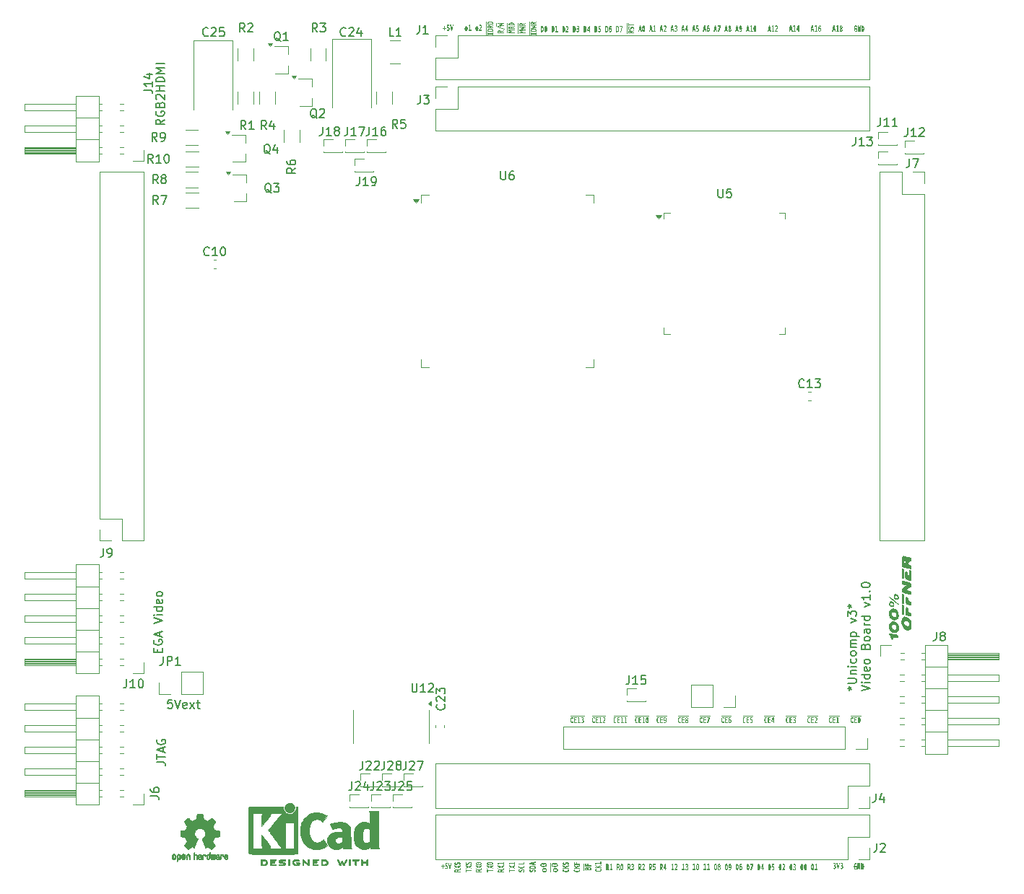
<source format=gbr>
%TF.GenerationSoftware,KiCad,Pcbnew,8.0.7-8.0.7-0~ubuntu22.04.1*%
%TF.CreationDate,2025-01-29T21:42:35+01:00*%
%TF.ProjectId,VideoBoard_v1,56696465-6f42-46f6-9172-645f76312e6b,rev?*%
%TF.SameCoordinates,Original*%
%TF.FileFunction,Legend,Top*%
%TF.FilePolarity,Positive*%
%FSLAX46Y46*%
G04 Gerber Fmt 4.6, Leading zero omitted, Abs format (unit mm)*
G04 Created by KiCad (PCBNEW 8.0.7-8.0.7-0~ubuntu22.04.1) date 2025-01-29 21:42:35*
%MOMM*%
%LPD*%
G01*
G04 APERTURE LIST*
%ADD10C,0.100000*%
%ADD11C,0.150000*%
%ADD12C,0.120000*%
%ADD13C,0.010000*%
%ADD14C,0.000000*%
G04 APERTURE END LIST*
D10*
G36*
X95281000Y-149637561D02*
G01*
X95281000Y-149738921D01*
X94679185Y-149738921D01*
X94679185Y-149869103D01*
X94558822Y-149869103D01*
X94558822Y-149507379D01*
X94679185Y-149507379D01*
X94679185Y-149637561D01*
X95281000Y-149637561D01*
G37*
G36*
X95281000Y-149064689D02*
G01*
X95281000Y-149169469D01*
X95041983Y-149267288D01*
X95281000Y-149364863D01*
X95281000Y-149469644D01*
X94914269Y-149319190D01*
X94558822Y-149465491D01*
X94558822Y-149360711D01*
X94788606Y-149267288D01*
X94558822Y-149173621D01*
X94558822Y-149068841D01*
X94914269Y-149214410D01*
X95281000Y-149064689D01*
G37*
G36*
X94964534Y-148882728D02*
G01*
X94951665Y-148905449D01*
X94935957Y-148929526D01*
X94917266Y-148953220D01*
X94895425Y-148974504D01*
X94878707Y-148986409D01*
X94847475Y-149000706D01*
X94814198Y-149009046D01*
X94776026Y-149013096D01*
X94757489Y-149013520D01*
X94722289Y-149011953D01*
X94684944Y-149006164D01*
X94651608Y-148996108D01*
X94622281Y-148981787D01*
X94603787Y-148968946D01*
X94582003Y-148947796D01*
X94565570Y-148923455D01*
X94555742Y-148900052D01*
X94549846Y-148874305D01*
X94547880Y-148846214D01*
X94549443Y-148819669D01*
X94553621Y-148795367D01*
X94558993Y-148775505D01*
X94567789Y-148751244D01*
X94579130Y-148727156D01*
X94591648Y-148705408D01*
X94733896Y-148705408D01*
X94713616Y-148727955D01*
X94696973Y-148750761D01*
X94684998Y-148771720D01*
X94674788Y-148796821D01*
X94669290Y-148821751D01*
X94668243Y-148838276D01*
X94671128Y-148863440D01*
X94681787Y-148886722D01*
X94688759Y-148894696D01*
X94715576Y-148909942D01*
X94747573Y-148914235D01*
X94781976Y-148908135D01*
X94796471Y-148900069D01*
X94816816Y-148878026D01*
X94831994Y-148853875D01*
X94839213Y-148840474D01*
X94862123Y-148796755D01*
X94876943Y-148771280D01*
X94893726Y-148748926D01*
X94915311Y-148727200D01*
X94939460Y-148709550D01*
X94945898Y-148705774D01*
X94977298Y-148691665D01*
X95013025Y-148682174D01*
X95048416Y-148677613D01*
X95077203Y-148676587D01*
X95115800Y-148678201D01*
X95150549Y-148683044D01*
X95186229Y-148692775D01*
X95216672Y-148706900D01*
X95238599Y-148722505D01*
X95259384Y-148744784D01*
X95273136Y-148767453D01*
X95283138Y-148793419D01*
X95288608Y-148817576D01*
X95291473Y-148844023D01*
X95291942Y-148860990D01*
X95290305Y-148887214D01*
X95285396Y-148913496D01*
X95278093Y-148937438D01*
X95268152Y-148961142D01*
X95255640Y-148984322D01*
X95240556Y-149006976D01*
X95237231Y-149011444D01*
X95094984Y-149011444D01*
X95115246Y-148988850D01*
X95132370Y-148966682D01*
X95147718Y-148942548D01*
X95152772Y-148933042D01*
X95162690Y-148909388D01*
X95169356Y-148883562D01*
X95171579Y-148857937D01*
X95168309Y-148832206D01*
X95156229Y-148808220D01*
X95148327Y-148799930D01*
X95120416Y-148784451D01*
X95085787Y-148779311D01*
X95083187Y-148779291D01*
X95048603Y-148784156D01*
X95028135Y-148793091D01*
X95004591Y-148812419D01*
X94990692Y-148832903D01*
X94964534Y-148882728D01*
G37*
G36*
X107959115Y-149528750D02*
G01*
X107972699Y-149551841D01*
X107982677Y-149576006D01*
X107983735Y-149579309D01*
X107989625Y-149604655D01*
X107991869Y-149629426D01*
X107991942Y-149634874D01*
X107990448Y-149660027D01*
X107984382Y-149689311D01*
X107973648Y-149716198D01*
X107958249Y-149740688D01*
X107938182Y-149762781D01*
X107913449Y-149782476D01*
X107896369Y-149793143D01*
X107864424Y-149808869D01*
X107828322Y-149821930D01*
X107788062Y-149832325D01*
X107752861Y-149838722D01*
X107714999Y-149843414D01*
X107674477Y-149846399D01*
X107631293Y-149847678D01*
X107620082Y-149847732D01*
X107576153Y-149846879D01*
X107534896Y-149844320D01*
X107496310Y-149840055D01*
X107460396Y-149834084D01*
X107427153Y-149826408D01*
X107389356Y-149814413D01*
X107355733Y-149799754D01*
X107343452Y-149793143D01*
X107315919Y-149774886D01*
X107293053Y-149754231D01*
X107274853Y-149731180D01*
X107261320Y-149705731D01*
X107252453Y-149677885D01*
X107248253Y-149647642D01*
X107247880Y-149634874D01*
X107249451Y-149609803D01*
X107254620Y-149583978D01*
X107256087Y-149578942D01*
X107265584Y-149554533D01*
X107278687Y-149531680D01*
X107280706Y-149528750D01*
X107433896Y-149528750D01*
X107410951Y-149548128D01*
X107391900Y-149568616D01*
X107384143Y-149579431D01*
X107372731Y-149602792D01*
X107368259Y-149628479D01*
X107368243Y-149630111D01*
X107372207Y-149656192D01*
X107386145Y-149681463D01*
X107410117Y-149702427D01*
X107431673Y-149714009D01*
X107462369Y-149725048D01*
X107498955Y-149733376D01*
X107535003Y-149738357D01*
X107575379Y-149741345D01*
X107612331Y-149742313D01*
X107620082Y-149742341D01*
X107657492Y-149741649D01*
X107691929Y-149739574D01*
X107729332Y-149735258D01*
X107762454Y-149728949D01*
X107795689Y-149719072D01*
X107808149Y-149714009D01*
X107835899Y-149698140D01*
X107857641Y-149676220D01*
X107869349Y-149649991D01*
X107871579Y-149630111D01*
X107867646Y-149604374D01*
X107856817Y-149580966D01*
X107855849Y-149579431D01*
X107838468Y-149557649D01*
X107816116Y-149536878D01*
X107805926Y-149528750D01*
X107959115Y-149528750D01*
G37*
G36*
X107258822Y-149438747D02*
G01*
X107258822Y-149337386D01*
X107544171Y-149337386D01*
X107258822Y-149178628D01*
X107258822Y-149063956D01*
X107543316Y-149225767D01*
X107981000Y-149058217D01*
X107981000Y-149170812D01*
X107655986Y-149292445D01*
X107736341Y-149337386D01*
X107981000Y-149337386D01*
X107981000Y-149438747D01*
X107258822Y-149438747D01*
G37*
G36*
X107379185Y-148675854D02*
G01*
X107379185Y-148893963D01*
X107532374Y-148893963D01*
X107532374Y-148695516D01*
X107652737Y-148695516D01*
X107652737Y-148893963D01*
X107981000Y-148893963D01*
X107981000Y-148995324D01*
X107258822Y-148995324D01*
X107258822Y-148675854D01*
X107379185Y-148675854D01*
G37*
G36*
X92149624Y-50569211D02*
G01*
X92149624Y-50777111D01*
X92297391Y-50777111D01*
X92297391Y-50886532D01*
X92149624Y-50886532D01*
X92149624Y-51094431D01*
X92068292Y-51094431D01*
X92068292Y-50886532D01*
X91919914Y-50886532D01*
X91919914Y-50777111D01*
X92068292Y-50777111D01*
X92068292Y-50569211D01*
X92149624Y-50569211D01*
G37*
G36*
X92384586Y-50416022D02*
G01*
X92663145Y-50416022D01*
X92663145Y-50536385D01*
X92466652Y-50536385D01*
X92466652Y-50680855D01*
X92490412Y-50671549D01*
X92493030Y-50670939D01*
X92518065Y-50667769D01*
X92522950Y-50667690D01*
X92550554Y-50670034D01*
X92576124Y-50677067D01*
X92599659Y-50688788D01*
X92621158Y-50705197D01*
X92640623Y-50726294D01*
X92646659Y-50734368D01*
X92662762Y-50760715D01*
X92675533Y-50789875D01*
X92684972Y-50821848D01*
X92691080Y-50856633D01*
X92693857Y-50894232D01*
X92694042Y-50907390D01*
X92692234Y-50947673D01*
X92686812Y-50984663D01*
X92677774Y-51018359D01*
X92665122Y-51048761D01*
X92648854Y-51075869D01*
X92642629Y-51084173D01*
X92622081Y-51106252D01*
X92598905Y-51123763D01*
X92573102Y-51136706D01*
X92544672Y-51145081D01*
X92518973Y-51148571D01*
X92502678Y-51149142D01*
X92477845Y-51147988D01*
X92452806Y-51144525D01*
X92435999Y-51140935D01*
X92410606Y-51133626D01*
X92386966Y-51124899D01*
X92367367Y-51116315D01*
X92367367Y-50985010D01*
X92390748Y-51000985D01*
X92414653Y-51013349D01*
X92425863Y-51017837D01*
X92450371Y-51024921D01*
X92474880Y-51028394D01*
X92486191Y-51028779D01*
X92511386Y-51026845D01*
X92535881Y-51020045D01*
X92560283Y-51005086D01*
X92567646Y-50997833D01*
X92584613Y-50970681D01*
X92593750Y-50935643D01*
X92595490Y-50907903D01*
X92592214Y-50873090D01*
X92581169Y-50840965D01*
X92567768Y-50820879D01*
X92546615Y-50802190D01*
X92521103Y-50791259D01*
X92494129Y-50788053D01*
X92468659Y-50789856D01*
X92443081Y-50795266D01*
X92439663Y-50796260D01*
X92415717Y-50805011D01*
X92391537Y-50816904D01*
X92384586Y-50820879D01*
X92384586Y-50416022D01*
G37*
G36*
X92950985Y-51019204D02*
G01*
X93041233Y-50416022D01*
X93143327Y-50416022D01*
X93021327Y-51138200D01*
X92880888Y-51138200D01*
X92758888Y-50416022D01*
X92860982Y-50416022D01*
X92950985Y-51019204D01*
G37*
G36*
X94659998Y-50592932D02*
G01*
X94687498Y-50599985D01*
X94712646Y-50612327D01*
X94735440Y-50629958D01*
X94755882Y-50652878D01*
X94765221Y-50666322D01*
X94781615Y-50696408D01*
X94794616Y-50730244D01*
X94804226Y-50767830D01*
X94809643Y-50802018D01*
X94812705Y-50838810D01*
X94813459Y-50870119D01*
X94812281Y-50908994D01*
X94808748Y-50945265D01*
X94802860Y-50978932D01*
X94792685Y-51015893D01*
X94779118Y-51049104D01*
X94765221Y-51073915D01*
X94745956Y-51099480D01*
X94724337Y-51119756D01*
X94700366Y-51134743D01*
X94674042Y-51144440D01*
X94645366Y-51148848D01*
X94635284Y-51149142D01*
X94610640Y-51147305D01*
X94583209Y-51140252D01*
X94558113Y-51127911D01*
X94535352Y-51110279D01*
X94514928Y-51087359D01*
X94505591Y-51073915D01*
X94489198Y-51043829D01*
X94476196Y-51009993D01*
X94466586Y-50972407D01*
X94461169Y-50938219D01*
X94458107Y-50901427D01*
X94457353Y-50870119D01*
X94557981Y-50870119D01*
X94559263Y-50907924D01*
X94563771Y-50945193D01*
X94572587Y-50980069D01*
X94578497Y-50994927D01*
X94596157Y-51022223D01*
X94620211Y-51037577D01*
X94635284Y-51039721D01*
X94660346Y-51033422D01*
X94680942Y-51014524D01*
X94692193Y-50994927D01*
X94703076Y-50963491D01*
X94709425Y-50929317D01*
X94712327Y-50894263D01*
X94712831Y-50870119D01*
X94711541Y-50832313D01*
X94707006Y-50795044D01*
X94698138Y-50760168D01*
X94692193Y-50745310D01*
X94674573Y-50718014D01*
X94652488Y-50703316D01*
X94635284Y-50700516D01*
X94610354Y-50706815D01*
X94589786Y-50725713D01*
X94578497Y-50745310D01*
X94567678Y-50776746D01*
X94561367Y-50810920D01*
X94558482Y-50845974D01*
X94557981Y-50870119D01*
X94457353Y-50870119D01*
X94458531Y-50831243D01*
X94462064Y-50794972D01*
X94467952Y-50761306D01*
X94478127Y-50724344D01*
X94491694Y-50691133D01*
X94505591Y-50666322D01*
X94524848Y-50640757D01*
X94546441Y-50620481D01*
X94570369Y-50605494D01*
X94596633Y-50595797D01*
X94625232Y-50591389D01*
X94635284Y-50591096D01*
X94659998Y-50592932D01*
G37*
G36*
X94909324Y-51017837D02*
G01*
X95022653Y-51017837D01*
X95022653Y-50536385D01*
X94917140Y-50569211D01*
X94917140Y-50448848D01*
X95023264Y-50416022D01*
X95121205Y-50416022D01*
X95121205Y-51017837D01*
X95234534Y-51017837D01*
X95234534Y-51138200D01*
X94909324Y-51138200D01*
X94909324Y-51017837D01*
G37*
G36*
X95923222Y-50592932D02*
G01*
X95950722Y-50599985D01*
X95975870Y-50612327D01*
X95998664Y-50629958D01*
X96019106Y-50652878D01*
X96028445Y-50666322D01*
X96044839Y-50696408D01*
X96057840Y-50730244D01*
X96067450Y-50767830D01*
X96072867Y-50802018D01*
X96075929Y-50838810D01*
X96076683Y-50870119D01*
X96075505Y-50908994D01*
X96071972Y-50945265D01*
X96066084Y-50978932D01*
X96055909Y-51015893D01*
X96042342Y-51049104D01*
X96028445Y-51073915D01*
X96009180Y-51099480D01*
X95987561Y-51119756D01*
X95963590Y-51134743D01*
X95937266Y-51144440D01*
X95908590Y-51148848D01*
X95898508Y-51149142D01*
X95873864Y-51147305D01*
X95846433Y-51140252D01*
X95821337Y-51127911D01*
X95798576Y-51110279D01*
X95778152Y-51087359D01*
X95768815Y-51073915D01*
X95752422Y-51043829D01*
X95739420Y-51009993D01*
X95729810Y-50972407D01*
X95724393Y-50938219D01*
X95721331Y-50901427D01*
X95720577Y-50870119D01*
X95821205Y-50870119D01*
X95822487Y-50907924D01*
X95826995Y-50945193D01*
X95835811Y-50980069D01*
X95841721Y-50994927D01*
X95859381Y-51022223D01*
X95883435Y-51037577D01*
X95898508Y-51039721D01*
X95923570Y-51033422D01*
X95944166Y-51014524D01*
X95955417Y-50994927D01*
X95966300Y-50963491D01*
X95972649Y-50929317D01*
X95975551Y-50894263D01*
X95976055Y-50870119D01*
X95974765Y-50832313D01*
X95970230Y-50795044D01*
X95961362Y-50760168D01*
X95955417Y-50745310D01*
X95937797Y-50718014D01*
X95915712Y-50703316D01*
X95898508Y-50700516D01*
X95873578Y-50706815D01*
X95853010Y-50725713D01*
X95841721Y-50745310D01*
X95830902Y-50776746D01*
X95824591Y-50810920D01*
X95821706Y-50845974D01*
X95821205Y-50870119D01*
X95720577Y-50870119D01*
X95721755Y-50831243D01*
X95725288Y-50794972D01*
X95731176Y-50761306D01*
X95741351Y-50724344D01*
X95754918Y-50691133D01*
X95768815Y-50666322D01*
X95788072Y-50640757D01*
X95809665Y-50620481D01*
X95833593Y-50605494D01*
X95859857Y-50595797D01*
X95888456Y-50591389D01*
X95898508Y-50591096D01*
X95923222Y-50592932D01*
G37*
G36*
X96257056Y-51017837D02*
G01*
X96473089Y-51017837D01*
X96473089Y-51138200D01*
X96147391Y-51138200D01*
X96147391Y-51021598D01*
X96202346Y-50940216D01*
X96220033Y-50913981D01*
X96241508Y-50882054D01*
X96260575Y-50853615D01*
X96281023Y-50822974D01*
X96297708Y-50797783D01*
X96314745Y-50771675D01*
X96321170Y-50761553D01*
X96337183Y-50734336D01*
X96351716Y-50705036D01*
X96358295Y-50688548D01*
X96367157Y-50654905D01*
X96369652Y-50625460D01*
X96366226Y-50590177D01*
X96353758Y-50558440D01*
X96348892Y-50551601D01*
X96327384Y-50533720D01*
X96301426Y-50526082D01*
X96289907Y-50525443D01*
X96264899Y-50528126D01*
X96239376Y-50535424D01*
X96228969Y-50539463D01*
X96205366Y-50550596D01*
X96181070Y-50564719D01*
X96158382Y-50580153D01*
X96158382Y-50448848D01*
X96181201Y-50436493D01*
X96205944Y-50425217D01*
X96230312Y-50416364D01*
X96256352Y-50409488D01*
X96281534Y-50405785D01*
X96297845Y-50405080D01*
X96322447Y-50406395D01*
X96349718Y-50411444D01*
X96374534Y-50420280D01*
X96400381Y-50435374D01*
X96422886Y-50455622D01*
X96425828Y-50458936D01*
X96443958Y-50484296D01*
X96457635Y-50513404D01*
X96466859Y-50546258D01*
X96471630Y-50582860D01*
X96472357Y-50605457D01*
X96470416Y-50641842D01*
X96464596Y-50676199D01*
X96462220Y-50685642D01*
X96451586Y-50717447D01*
X96437513Y-50749259D01*
X96427416Y-50768904D01*
X96409830Y-50797609D01*
X96390126Y-50827318D01*
X96372323Y-50853388D01*
X96351414Y-50883498D01*
X96332450Y-50910495D01*
X96327398Y-50917648D01*
X96308922Y-50943889D01*
X96289925Y-50970913D01*
X96271253Y-50997534D01*
X96257056Y-51017837D01*
G37*
G36*
X97781000Y-149637561D02*
G01*
X97781000Y-149738921D01*
X97179185Y-149738921D01*
X97179185Y-149869103D01*
X97058822Y-149869103D01*
X97058822Y-149507379D01*
X97179185Y-149507379D01*
X97179185Y-149637561D01*
X97781000Y-149637561D01*
G37*
G36*
X97781000Y-149064689D02*
G01*
X97781000Y-149169469D01*
X97541983Y-149267288D01*
X97781000Y-149364863D01*
X97781000Y-149469644D01*
X97414269Y-149319190D01*
X97058822Y-149465491D01*
X97058822Y-149360711D01*
X97288606Y-149267288D01*
X97058822Y-149173621D01*
X97058822Y-149068841D01*
X97414269Y-149214410D01*
X97781000Y-149064689D01*
G37*
G36*
X97447982Y-148810287D02*
G01*
X97457182Y-148815683D01*
X97473531Y-148837482D01*
X97474621Y-148846214D01*
X97465004Y-148869982D01*
X97457524Y-148876500D01*
X97426910Y-148888063D01*
X97414611Y-148888834D01*
X97380919Y-148881896D01*
X97371697Y-148876500D01*
X97355348Y-148854839D01*
X97354258Y-148846214D01*
X97364068Y-148822217D01*
X97371697Y-148815683D01*
X97402376Y-148804120D01*
X97414611Y-148803349D01*
X97447982Y-148810287D01*
G37*
G36*
X97465247Y-148677247D02*
G01*
X97507480Y-148679228D01*
X97546779Y-148682529D01*
X97583144Y-148687151D01*
X97616577Y-148693093D01*
X97654243Y-148702377D01*
X97687326Y-148713724D01*
X97699276Y-148718841D01*
X97730768Y-148736193D01*
X97755744Y-148756559D01*
X97774205Y-148779939D01*
X97786150Y-148806333D01*
X97791127Y-148830631D01*
X97791942Y-148846214D01*
X97789675Y-148871696D01*
X97780972Y-148899529D01*
X97765741Y-148924364D01*
X97743982Y-148946203D01*
X97715696Y-148965045D01*
X97699105Y-148973342D01*
X97667769Y-148985515D01*
X97631892Y-148995625D01*
X97591474Y-149003671D01*
X97555869Y-149008623D01*
X97517358Y-149012254D01*
X97475941Y-149014565D01*
X97431617Y-149015555D01*
X97420082Y-149015596D01*
X97374954Y-149014936D01*
X97332748Y-149012955D01*
X97293465Y-149009654D01*
X97257105Y-149005033D01*
X97223667Y-148999091D01*
X97185979Y-148989806D01*
X97152858Y-148978459D01*
X97140888Y-148973342D01*
X97109280Y-148955999D01*
X97084211Y-148935658D01*
X97065682Y-148912321D01*
X97053693Y-148885987D01*
X97048698Y-148861753D01*
X97047880Y-148846214D01*
X97168243Y-148846214D01*
X97178147Y-148871587D01*
X97204871Y-148889499D01*
X97228254Y-148897505D01*
X97262747Y-148904557D01*
X97300291Y-148909075D01*
X97337942Y-148911720D01*
X97373175Y-148913058D01*
X97411913Y-148913609D01*
X97420082Y-148913625D01*
X97459423Y-148913231D01*
X97495275Y-148912051D01*
X97533691Y-148909595D01*
X97572159Y-148905297D01*
X97607748Y-148898496D01*
X97611568Y-148897505D01*
X97643214Y-148885517D01*
X97665718Y-148866283D01*
X97671579Y-148846214D01*
X97663140Y-148822440D01*
X97637823Y-148804059D01*
X97611568Y-148794801D01*
X97577096Y-148787695D01*
X97539606Y-148783142D01*
X97502027Y-148780478D01*
X97466873Y-148779129D01*
X97428229Y-148778574D01*
X97420082Y-148778558D01*
X97380642Y-148778955D01*
X97344708Y-148780145D01*
X97306216Y-148782619D01*
X97267689Y-148786949D01*
X97232074Y-148793801D01*
X97228254Y-148794801D01*
X97196607Y-148806748D01*
X97174103Y-148826028D01*
X97168243Y-148846214D01*
X97047880Y-148846214D01*
X97050143Y-148820661D01*
X97058830Y-148792760D01*
X97074033Y-148767873D01*
X97095751Y-148746000D01*
X97123986Y-148727140D01*
X97140546Y-148718841D01*
X97171804Y-148706668D01*
X97207662Y-148696559D01*
X97248119Y-148688512D01*
X97283797Y-148683561D01*
X97322419Y-148679929D01*
X97363985Y-148677619D01*
X97408494Y-148676628D01*
X97420082Y-148676587D01*
X97465247Y-148677247D01*
G37*
G36*
X101164534Y-149724877D02*
G01*
X101151665Y-149747598D01*
X101135957Y-149771675D01*
X101117266Y-149795370D01*
X101095425Y-149816653D01*
X101078707Y-149828558D01*
X101047475Y-149842855D01*
X101014198Y-149851195D01*
X100976026Y-149855246D01*
X100957489Y-149855669D01*
X100922289Y-149854102D01*
X100884944Y-149848313D01*
X100851608Y-149838258D01*
X100822281Y-149823936D01*
X100803787Y-149811095D01*
X100782003Y-149789945D01*
X100765570Y-149765604D01*
X100755742Y-149742201D01*
X100749846Y-149716454D01*
X100747880Y-149688363D01*
X100749443Y-149661819D01*
X100753621Y-149637517D01*
X100758993Y-149617655D01*
X100767789Y-149593393D01*
X100779130Y-149569305D01*
X100791648Y-149547557D01*
X100933896Y-149547557D01*
X100913616Y-149570104D01*
X100896973Y-149592910D01*
X100884998Y-149613869D01*
X100874788Y-149638971D01*
X100869290Y-149663901D01*
X100868243Y-149680425D01*
X100871128Y-149705590D01*
X100881787Y-149728871D01*
X100888759Y-149736845D01*
X100915576Y-149752091D01*
X100947573Y-149756385D01*
X100981976Y-149750284D01*
X100996471Y-149742219D01*
X101016816Y-149720176D01*
X101031994Y-149696025D01*
X101039213Y-149682623D01*
X101062123Y-149638904D01*
X101076943Y-149613430D01*
X101093726Y-149591076D01*
X101115311Y-149569350D01*
X101139460Y-149551699D01*
X101145898Y-149547923D01*
X101177298Y-149533814D01*
X101213025Y-149524323D01*
X101248416Y-149519763D01*
X101277203Y-149518736D01*
X101315800Y-149520351D01*
X101350549Y-149525194D01*
X101386229Y-149534924D01*
X101416672Y-149549049D01*
X101438599Y-149564654D01*
X101459384Y-149586934D01*
X101473136Y-149609602D01*
X101483138Y-149635568D01*
X101488608Y-149659726D01*
X101491473Y-149686173D01*
X101491942Y-149703140D01*
X101490305Y-149729364D01*
X101485396Y-149755645D01*
X101478093Y-149779588D01*
X101468152Y-149803292D01*
X101455640Y-149826471D01*
X101440556Y-149849125D01*
X101437231Y-149853593D01*
X101294984Y-149853593D01*
X101315246Y-149831000D01*
X101332370Y-149808831D01*
X101347718Y-149784698D01*
X101352772Y-149775191D01*
X101362690Y-149751538D01*
X101369356Y-149725711D01*
X101371579Y-149700087D01*
X101368309Y-149674355D01*
X101356229Y-149650369D01*
X101348327Y-149642079D01*
X101320416Y-149626600D01*
X101285787Y-149621461D01*
X101283187Y-149621441D01*
X101248603Y-149626305D01*
X101228135Y-149635240D01*
X101204591Y-149654569D01*
X101190692Y-149675052D01*
X101164534Y-149724877D01*
G37*
G36*
X101459115Y-149107676D02*
G01*
X101472699Y-149130767D01*
X101482677Y-149154931D01*
X101483735Y-149158234D01*
X101489625Y-149183581D01*
X101491869Y-149208351D01*
X101491942Y-149213799D01*
X101490448Y-149238952D01*
X101484382Y-149268237D01*
X101473648Y-149295124D01*
X101458249Y-149319613D01*
X101438182Y-149341706D01*
X101413449Y-149361402D01*
X101396369Y-149372069D01*
X101364424Y-149387795D01*
X101328322Y-149400855D01*
X101288062Y-149411251D01*
X101252861Y-149417648D01*
X101214999Y-149422339D01*
X101174477Y-149425324D01*
X101131293Y-149426604D01*
X101120082Y-149426657D01*
X101076153Y-149425804D01*
X101034896Y-149423245D01*
X100996310Y-149418980D01*
X100960396Y-149413010D01*
X100927153Y-149405333D01*
X100889356Y-149393339D01*
X100855733Y-149378679D01*
X100843452Y-149372069D01*
X100815919Y-149353811D01*
X100793053Y-149333157D01*
X100774853Y-149310105D01*
X100761320Y-149284656D01*
X100752453Y-149256811D01*
X100748253Y-149226568D01*
X100747880Y-149213799D01*
X100749451Y-149188728D01*
X100754620Y-149162904D01*
X100756087Y-149157868D01*
X100765584Y-149133458D01*
X100778687Y-149110605D01*
X100780706Y-149107676D01*
X100933896Y-149107676D01*
X100910951Y-149127053D01*
X100891900Y-149147541D01*
X100884143Y-149158356D01*
X100872731Y-149181717D01*
X100868259Y-149207405D01*
X100868243Y-149209036D01*
X100872207Y-149235117D01*
X100886145Y-149260389D01*
X100910117Y-149281352D01*
X100931673Y-149292934D01*
X100962369Y-149303973D01*
X100998955Y-149312302D01*
X101035003Y-149317282D01*
X101075379Y-149320270D01*
X101112331Y-149321238D01*
X101120082Y-149321266D01*
X101157492Y-149320574D01*
X101191929Y-149318499D01*
X101229332Y-149314183D01*
X101262454Y-149307875D01*
X101295689Y-149297997D01*
X101308149Y-149292934D01*
X101335899Y-149277066D01*
X101357641Y-149255145D01*
X101369349Y-149228916D01*
X101371579Y-149209036D01*
X101367646Y-149183299D01*
X101356817Y-149159892D01*
X101355849Y-149158356D01*
X101338468Y-149136574D01*
X101316116Y-149115804D01*
X101305926Y-149107676D01*
X101459115Y-149107676D01*
G37*
G36*
X101481000Y-148980547D02*
G01*
X100758822Y-148980547D01*
X100758822Y-148879187D01*
X101360637Y-148879187D01*
X101360637Y-148662543D01*
X101481000Y-148662543D01*
X101481000Y-148980547D01*
G37*
G36*
X137805755Y-149158737D02*
G01*
X137751533Y-149158737D01*
X137751533Y-149038374D01*
X137805755Y-149038374D01*
X137831744Y-149035441D01*
X137855987Y-149024604D01*
X137864373Y-149017516D01*
X137880572Y-148990529D01*
X137885134Y-148958702D01*
X137879944Y-148923269D01*
X137864373Y-148896640D01*
X137841153Y-148880564D01*
X137814952Y-148874593D01*
X137805755Y-148874243D01*
X137779742Y-148876403D01*
X137754164Y-148882276D01*
X137743962Y-148885527D01*
X137718888Y-148895304D01*
X137695301Y-148906801D01*
X137675574Y-148918011D01*
X137675574Y-148786706D01*
X137699792Y-148776664D01*
X137723750Y-148768399D01*
X137745305Y-148762429D01*
X137770664Y-148757219D01*
X137795268Y-148754414D01*
X137811250Y-148753880D01*
X137835717Y-148755082D01*
X137862771Y-148759698D01*
X137887309Y-148767777D01*
X137912756Y-148781577D01*
X137934779Y-148800090D01*
X137937646Y-148803120D01*
X137957468Y-148829994D01*
X137971626Y-148861549D01*
X137980121Y-148897783D01*
X137982909Y-148933328D01*
X137982953Y-148938699D01*
X137980401Y-148976088D01*
X137972745Y-149008970D01*
X137958427Y-149039933D01*
X137956819Y-149042478D01*
X137938367Y-149064974D01*
X137915527Y-149082028D01*
X137891218Y-149092722D01*
X137882325Y-149095307D01*
X137908169Y-149104219D01*
X137930746Y-149117448D01*
X137952241Y-149137490D01*
X137966100Y-149156856D01*
X137980091Y-149186261D01*
X137989503Y-149220425D01*
X137994026Y-149254790D01*
X137995043Y-149283032D01*
X137993364Y-149320585D01*
X137988328Y-149354639D01*
X137978210Y-149389948D01*
X137963521Y-149420496D01*
X137947294Y-149442889D01*
X137924335Y-149464340D01*
X137901362Y-149478533D01*
X137875351Y-149488856D01*
X137846299Y-149495307D01*
X137819767Y-149497727D01*
X137808564Y-149497942D01*
X137782009Y-149496931D01*
X137755743Y-149493901D01*
X137732116Y-149489393D01*
X137706646Y-149482745D01*
X137681956Y-149474318D01*
X137660186Y-149465115D01*
X137660186Y-149333810D01*
X137682957Y-149347311D01*
X137706941Y-149358428D01*
X137729795Y-149366466D01*
X137756018Y-149372793D01*
X137780633Y-149376266D01*
X137805988Y-149377568D01*
X137808564Y-149377579D01*
X137834838Y-149374367D01*
X137858892Y-149363535D01*
X137873777Y-149350394D01*
X137890222Y-149322826D01*
X137897459Y-149287993D01*
X137897835Y-149276706D01*
X137894992Y-149240948D01*
X137885406Y-149208851D01*
X137873777Y-149189512D01*
X137852934Y-149170758D01*
X137828910Y-149161171D01*
X137805755Y-149158737D01*
G37*
G36*
X138249911Y-149368004D02*
G01*
X138340158Y-148764822D01*
X138442252Y-148764822D01*
X138320253Y-149487000D01*
X138179813Y-149487000D01*
X138057814Y-148764822D01*
X138159907Y-148764822D01*
X138249911Y-149368004D01*
G37*
G36*
X138647904Y-149158737D02*
G01*
X138593682Y-149158737D01*
X138593682Y-149038374D01*
X138647904Y-149038374D01*
X138673893Y-149035441D01*
X138698136Y-149024604D01*
X138706523Y-149017516D01*
X138722722Y-148990529D01*
X138727283Y-148958702D01*
X138722093Y-148923269D01*
X138706523Y-148896640D01*
X138683303Y-148880564D01*
X138657102Y-148874593D01*
X138647904Y-148874243D01*
X138621891Y-148876403D01*
X138596313Y-148882276D01*
X138586111Y-148885527D01*
X138561038Y-148895304D01*
X138537451Y-148906801D01*
X138517723Y-148918011D01*
X138517723Y-148786706D01*
X138541941Y-148776664D01*
X138565899Y-148768399D01*
X138587454Y-148762429D01*
X138612813Y-148757219D01*
X138637417Y-148754414D01*
X138653400Y-148753880D01*
X138677866Y-148755082D01*
X138704920Y-148759698D01*
X138729458Y-148767777D01*
X138754906Y-148781577D01*
X138776929Y-148800090D01*
X138779795Y-148803120D01*
X138799617Y-148829994D01*
X138813776Y-148861549D01*
X138822271Y-148897783D01*
X138825058Y-148933328D01*
X138825103Y-148938699D01*
X138822550Y-148976088D01*
X138814894Y-149008970D01*
X138800576Y-149039933D01*
X138798969Y-149042478D01*
X138780517Y-149064974D01*
X138757676Y-149082028D01*
X138733367Y-149092722D01*
X138724474Y-149095307D01*
X138750318Y-149104219D01*
X138772896Y-149117448D01*
X138794390Y-149137490D01*
X138808250Y-149156856D01*
X138822241Y-149186261D01*
X138831653Y-149220425D01*
X138836175Y-149254790D01*
X138837193Y-149283032D01*
X138835514Y-149320585D01*
X138830478Y-149354639D01*
X138820359Y-149389948D01*
X138805670Y-149420496D01*
X138789443Y-149442889D01*
X138766484Y-149464340D01*
X138743512Y-149478533D01*
X138717500Y-149488856D01*
X138688448Y-149495307D01*
X138661917Y-149497727D01*
X138650713Y-149497942D01*
X138624159Y-149496931D01*
X138597893Y-149493901D01*
X138574265Y-149489393D01*
X138548796Y-149482745D01*
X138524105Y-149474318D01*
X138502336Y-149465115D01*
X138502336Y-149333810D01*
X138525107Y-149347311D01*
X138549090Y-149358428D01*
X138571945Y-149366466D01*
X138598167Y-149372793D01*
X138622782Y-149376266D01*
X138648137Y-149377568D01*
X138650713Y-149377579D01*
X138676987Y-149374367D01*
X138701041Y-149363535D01*
X138715926Y-149350394D01*
X138732372Y-149322826D01*
X138739608Y-149287993D01*
X138739984Y-149276706D01*
X138737141Y-149240948D01*
X138727556Y-149208851D01*
X138715926Y-149189512D01*
X138695083Y-149170758D01*
X138671059Y-149161171D01*
X138647904Y-149158737D01*
G37*
G36*
X99042600Y-51148135D02*
G01*
X98860858Y-51210051D01*
X98839658Y-51217256D01*
X98807881Y-51229578D01*
X98781122Y-51244792D01*
X98762008Y-51265505D01*
X98758105Y-51281125D01*
X98758105Y-51313365D01*
X99042600Y-51313365D01*
X99042600Y-51414726D01*
X98320422Y-51414726D01*
X98320422Y-51268425D01*
X98320537Y-51265616D01*
X98440785Y-51265616D01*
X98440785Y-51313365D01*
X98637743Y-51313365D01*
X98637743Y-51265616D01*
X98635035Y-51239855D01*
X98623759Y-51215124D01*
X98614833Y-51206143D01*
X98584357Y-51192587D01*
X98548706Y-51188228D01*
X98539093Y-51188069D01*
X98503702Y-51190576D01*
X98471365Y-51200762D01*
X98463524Y-51205898D01*
X98447203Y-51227900D01*
X98441340Y-51253113D01*
X98440785Y-51265616D01*
X98320537Y-51265616D01*
X98321629Y-51238875D01*
X98325247Y-51212051D01*
X98331279Y-51187951D01*
X98341702Y-51162629D01*
X98358252Y-51138047D01*
X98369833Y-51126397D01*
X98398417Y-51107537D01*
X98429791Y-51095455D01*
X98467106Y-51087498D01*
X98503817Y-51083962D01*
X98530715Y-51083289D01*
X98566160Y-51084899D01*
X98601462Y-51090561D01*
X98635008Y-51101633D01*
X98649539Y-51109056D01*
X98673652Y-51127367D01*
X98690853Y-51150091D01*
X98700423Y-51174315D01*
X98702369Y-51183184D01*
X98717737Y-51160499D01*
X98722373Y-51156928D01*
X98751539Y-51141966D01*
X98783580Y-51129695D01*
X99042600Y-51036882D01*
X99042600Y-51148135D01*
G37*
G36*
X98320422Y-50730602D02*
G01*
X98320422Y-50654642D01*
X99130136Y-50924653D01*
X99130136Y-51000490D01*
X98320422Y-50730602D01*
G37*
G36*
X98320422Y-50618251D02*
G01*
X98320422Y-50529590D01*
X98850087Y-50492832D01*
X98506438Y-50448624D01*
X98506438Y-50364482D01*
X98850087Y-50312947D01*
X98320422Y-50284004D01*
X98320422Y-50194733D01*
X99042600Y-50253840D01*
X99042600Y-50348240D01*
X98662533Y-50406614D01*
X99042600Y-50461324D01*
X99042600Y-50554992D01*
X98320422Y-50618251D01*
G37*
X98181600Y-50568251D02*
X98181600Y-50247177D01*
G36*
X109127802Y-149261921D02*
G01*
X109161670Y-149266635D01*
X109195956Y-149276107D01*
X109224613Y-149289856D01*
X109244697Y-149305046D01*
X109263417Y-149327277D01*
X109275803Y-149350593D01*
X109284811Y-149377841D01*
X109289737Y-149403552D01*
X109292317Y-149431994D01*
X109292740Y-149450371D01*
X109292740Y-149615479D01*
X108570562Y-149615479D01*
X108570562Y-149450371D01*
X108679983Y-149450371D01*
X108679983Y-149517659D01*
X108844114Y-149517659D01*
X108844114Y-149450371D01*
X108953535Y-149450371D01*
X108953535Y-149517659D01*
X109183319Y-149517659D01*
X109183319Y-149450371D01*
X109181344Y-149425398D01*
X109173568Y-149401121D01*
X109158357Y-149382471D01*
X109129447Y-149369198D01*
X109093415Y-149363736D01*
X109071504Y-149363054D01*
X109035637Y-149365033D01*
X109001721Y-149372636D01*
X108981061Y-149383326D01*
X108963239Y-149404171D01*
X108955255Y-149428641D01*
X108953535Y-149450371D01*
X108844114Y-149450371D01*
X108841470Y-149424628D01*
X108830725Y-149401192D01*
X108825308Y-149395538D01*
X108796168Y-149382306D01*
X108762733Y-149379174D01*
X108727242Y-149382850D01*
X108699645Y-149395904D01*
X108684303Y-149419548D01*
X108680060Y-149445721D01*
X108679983Y-149450371D01*
X108570562Y-149450371D01*
X108571648Y-149424656D01*
X108575815Y-149396537D01*
X108583108Y-149371407D01*
X108595567Y-149345865D01*
X108612280Y-149324390D01*
X108615014Y-149321655D01*
X108639901Y-149302794D01*
X108670280Y-149289323D01*
X108706152Y-149281240D01*
X108742045Y-149278588D01*
X108747516Y-149278546D01*
X108783164Y-149280565D01*
X108817284Y-149287544D01*
X108848145Y-149300978D01*
X108853005Y-149304069D01*
X108875341Y-149324332D01*
X108889126Y-149347611D01*
X108896221Y-149372519D01*
X108897115Y-149378563D01*
X108902703Y-149354255D01*
X108913797Y-149329880D01*
X108932281Y-149306802D01*
X108954048Y-149290147D01*
X108984417Y-149275743D01*
X109016543Y-149266897D01*
X109053499Y-149261776D01*
X109089798Y-149260350D01*
X109127802Y-149261921D01*
G37*
G36*
X108690925Y-148855395D02*
G01*
X108690925Y-149073504D01*
X108844114Y-149073504D01*
X108844114Y-148875057D01*
X108964477Y-148875057D01*
X108964477Y-149073504D01*
X109292740Y-149073504D01*
X109292740Y-149174865D01*
X108570562Y-149174865D01*
X108570562Y-148855395D01*
X108690925Y-148855395D01*
G37*
X108431740Y-149608466D02*
X108431740Y-148866317D01*
G36*
X114333400Y-51148135D02*
G01*
X114151658Y-51210051D01*
X114130458Y-51217256D01*
X114098681Y-51229578D01*
X114071922Y-51244792D01*
X114052808Y-51265505D01*
X114048905Y-51281125D01*
X114048905Y-51313365D01*
X114333400Y-51313365D01*
X114333400Y-51414726D01*
X113611222Y-51414726D01*
X113611222Y-51268425D01*
X113611337Y-51265616D01*
X113731585Y-51265616D01*
X113731585Y-51313365D01*
X113928543Y-51313365D01*
X113928543Y-51265616D01*
X113925835Y-51239855D01*
X113914559Y-51215124D01*
X113905633Y-51206143D01*
X113875157Y-51192587D01*
X113839506Y-51188228D01*
X113829893Y-51188069D01*
X113794502Y-51190576D01*
X113762165Y-51200762D01*
X113754324Y-51205898D01*
X113738003Y-51227900D01*
X113732140Y-51253113D01*
X113731585Y-51265616D01*
X113611337Y-51265616D01*
X113612429Y-51238875D01*
X113616047Y-51212051D01*
X113622079Y-51187951D01*
X113632502Y-51162629D01*
X113649052Y-51138047D01*
X113660633Y-51126397D01*
X113689217Y-51107537D01*
X113720591Y-51095455D01*
X113757906Y-51087498D01*
X113794617Y-51083962D01*
X113821515Y-51083289D01*
X113856960Y-51084899D01*
X113892262Y-51090561D01*
X113925808Y-51101633D01*
X113940339Y-51109056D01*
X113964452Y-51127367D01*
X113981653Y-51150091D01*
X113991223Y-51174315D01*
X113993169Y-51183184D01*
X114008537Y-51160499D01*
X114013173Y-51156928D01*
X114042339Y-51141966D01*
X114074380Y-51129695D01*
X114333400Y-51036882D01*
X114333400Y-51148135D01*
G37*
G36*
X114016934Y-50864203D02*
G01*
X114004065Y-50886923D01*
X113988357Y-50911000D01*
X113969666Y-50934695D01*
X113947825Y-50955978D01*
X113931107Y-50967884D01*
X113899875Y-50982181D01*
X113866598Y-50990520D01*
X113828426Y-50994571D01*
X113809889Y-50994995D01*
X113774689Y-50993428D01*
X113737344Y-50987638D01*
X113704008Y-50977583D01*
X113674681Y-50963262D01*
X113656187Y-50950420D01*
X113634403Y-50929270D01*
X113617970Y-50904930D01*
X113608142Y-50881527D01*
X113602246Y-50855780D01*
X113600280Y-50827688D01*
X113601843Y-50801144D01*
X113606021Y-50776842D01*
X113611393Y-50756980D01*
X113620189Y-50732719D01*
X113631530Y-50708631D01*
X113644048Y-50686882D01*
X113786296Y-50686882D01*
X113766016Y-50709429D01*
X113749373Y-50732236D01*
X113737398Y-50753194D01*
X113727188Y-50778296D01*
X113721690Y-50803226D01*
X113720643Y-50819751D01*
X113723528Y-50844915D01*
X113734187Y-50868196D01*
X113741159Y-50876171D01*
X113767976Y-50891417D01*
X113799973Y-50895710D01*
X113834376Y-50889609D01*
X113848871Y-50881544D01*
X113869216Y-50859501D01*
X113884394Y-50835350D01*
X113891613Y-50821949D01*
X113914523Y-50778229D01*
X113929343Y-50752755D01*
X113946126Y-50730401D01*
X113967711Y-50708675D01*
X113991860Y-50691025D01*
X113998298Y-50687249D01*
X114029698Y-50673140D01*
X114065425Y-50663648D01*
X114100816Y-50659088D01*
X114129603Y-50658062D01*
X114168200Y-50659676D01*
X114202949Y-50664519D01*
X114238629Y-50674250D01*
X114269072Y-50688375D01*
X114290999Y-50703979D01*
X114311784Y-50726259D01*
X114325536Y-50748928D01*
X114335538Y-50774894D01*
X114341008Y-50799051D01*
X114343873Y-50825498D01*
X114344342Y-50842465D01*
X114342705Y-50868689D01*
X114337796Y-50894971D01*
X114330493Y-50918913D01*
X114320552Y-50942617D01*
X114308040Y-50965796D01*
X114292956Y-50988451D01*
X114289631Y-50992919D01*
X114147384Y-50992919D01*
X114167646Y-50970325D01*
X114184770Y-50948156D01*
X114200118Y-50924023D01*
X114205172Y-50914517D01*
X114215090Y-50890863D01*
X114221756Y-50865036D01*
X114223979Y-50839412D01*
X114220709Y-50813681D01*
X114208629Y-50789695D01*
X114200727Y-50781404D01*
X114172816Y-50765925D01*
X114138187Y-50760786D01*
X114135587Y-50760766D01*
X114101003Y-50765631D01*
X114080535Y-50774566D01*
X114056991Y-50793894D01*
X114043092Y-50814377D01*
X114016934Y-50864203D01*
G37*
G36*
X114333400Y-50355811D02*
G01*
X114333400Y-50457172D01*
X113731585Y-50457172D01*
X113731585Y-50587353D01*
X113611222Y-50587353D01*
X113611222Y-50225630D01*
X113731585Y-50225630D01*
X113731585Y-50355811D01*
X114333400Y-50355811D01*
G37*
X113472400Y-51410400D02*
X113472400Y-50247176D01*
G36*
X107178249Y-132345515D02*
G01*
X107155158Y-132359099D01*
X107130993Y-132369077D01*
X107127690Y-132370135D01*
X107102344Y-132376025D01*
X107077573Y-132378269D01*
X107072125Y-132378342D01*
X107046972Y-132376848D01*
X107017688Y-132370782D01*
X106990801Y-132360048D01*
X106966311Y-132344649D01*
X106944218Y-132324582D01*
X106924523Y-132299849D01*
X106913856Y-132282769D01*
X106898130Y-132250824D01*
X106885069Y-132214722D01*
X106874674Y-132174462D01*
X106868277Y-132139261D01*
X106863585Y-132101399D01*
X106860600Y-132060877D01*
X106859321Y-132017693D01*
X106859267Y-132006482D01*
X106860120Y-131962553D01*
X106862679Y-131921296D01*
X106866944Y-131882710D01*
X106872915Y-131846796D01*
X106880591Y-131813553D01*
X106892586Y-131775756D01*
X106907245Y-131742133D01*
X106913856Y-131729852D01*
X106932113Y-131702319D01*
X106952768Y-131679453D01*
X106975819Y-131661253D01*
X107001268Y-131647720D01*
X107029114Y-131638853D01*
X107059357Y-131634653D01*
X107072125Y-131634280D01*
X107097196Y-131635851D01*
X107123021Y-131641020D01*
X107128057Y-131642487D01*
X107152466Y-131651984D01*
X107175319Y-131665087D01*
X107178249Y-131667106D01*
X107178249Y-131820296D01*
X107158871Y-131797351D01*
X107138383Y-131778300D01*
X107127568Y-131770543D01*
X107104207Y-131759131D01*
X107078520Y-131754659D01*
X107076888Y-131754643D01*
X107050807Y-131758607D01*
X107025536Y-131772545D01*
X107004572Y-131796517D01*
X106992990Y-131818073D01*
X106981951Y-131848769D01*
X106973623Y-131885355D01*
X106968642Y-131921403D01*
X106965654Y-131961779D01*
X106964686Y-131998731D01*
X106964658Y-132006482D01*
X106965350Y-132043892D01*
X106967425Y-132078329D01*
X106971741Y-132115732D01*
X106978050Y-132148854D01*
X106987927Y-132182089D01*
X106992990Y-132194549D01*
X107008859Y-132222299D01*
X107030779Y-132244041D01*
X107057008Y-132255749D01*
X107076888Y-132257979D01*
X107102625Y-132254046D01*
X107126033Y-132243217D01*
X107127568Y-132242249D01*
X107149350Y-132224868D01*
X107170121Y-132202516D01*
X107178249Y-132192326D01*
X107178249Y-132345515D01*
G37*
G36*
X107605185Y-132367400D02*
G01*
X107285838Y-132367400D01*
X107285838Y-131645222D01*
X107605185Y-131645222D01*
X107605185Y-131765585D01*
X107387076Y-131765585D01*
X107387076Y-131918774D01*
X107584547Y-131918774D01*
X107584547Y-132039137D01*
X107387076Y-132039137D01*
X107387076Y-132247037D01*
X107605185Y-132247037D01*
X107605185Y-132367400D01*
G37*
G36*
X107713751Y-132247037D02*
G01*
X107827080Y-132247037D01*
X107827080Y-131765585D01*
X107721567Y-131798411D01*
X107721567Y-131678048D01*
X107827690Y-131645222D01*
X107925632Y-131645222D01*
X107925632Y-132247037D01*
X108038960Y-132247037D01*
X108038960Y-132367400D01*
X107713751Y-132367400D01*
X107713751Y-132247037D01*
G37*
G36*
X108258779Y-132039137D02*
G01*
X108204557Y-132039137D01*
X108204557Y-131918774D01*
X108258779Y-131918774D01*
X108284768Y-131915841D01*
X108309011Y-131905004D01*
X108317397Y-131897916D01*
X108333596Y-131870929D01*
X108338158Y-131839102D01*
X108332968Y-131803669D01*
X108317397Y-131777040D01*
X108294178Y-131760964D01*
X108267976Y-131754993D01*
X108258779Y-131754643D01*
X108232766Y-131756803D01*
X108207188Y-131762676D01*
X108196986Y-131765927D01*
X108171912Y-131775704D01*
X108148325Y-131787201D01*
X108128598Y-131798411D01*
X108128598Y-131667106D01*
X108152816Y-131657064D01*
X108176774Y-131648799D01*
X108198329Y-131642829D01*
X108223688Y-131637619D01*
X108248292Y-131634814D01*
X108264274Y-131634280D01*
X108288741Y-131635482D01*
X108315795Y-131640098D01*
X108340333Y-131648177D01*
X108365780Y-131661977D01*
X108387803Y-131680490D01*
X108390670Y-131683520D01*
X108410492Y-131710394D01*
X108424650Y-131741949D01*
X108433145Y-131778183D01*
X108435933Y-131813728D01*
X108435977Y-131819099D01*
X108433425Y-131856488D01*
X108425769Y-131889370D01*
X108411451Y-131920333D01*
X108409843Y-131922878D01*
X108391391Y-131945374D01*
X108368551Y-131962428D01*
X108344242Y-131973122D01*
X108335349Y-131975707D01*
X108361193Y-131984619D01*
X108383770Y-131997848D01*
X108405265Y-132017890D01*
X108419124Y-132037256D01*
X108433115Y-132066661D01*
X108442527Y-132100825D01*
X108447050Y-132135190D01*
X108448067Y-132163432D01*
X108446388Y-132200985D01*
X108441352Y-132235039D01*
X108431234Y-132270348D01*
X108416545Y-132300896D01*
X108400318Y-132323289D01*
X108377359Y-132344740D01*
X108354386Y-132358933D01*
X108328375Y-132369256D01*
X108299323Y-132375707D01*
X108272791Y-132378127D01*
X108261588Y-132378342D01*
X108235033Y-132377331D01*
X108208767Y-132374301D01*
X108185140Y-132369793D01*
X108159670Y-132363145D01*
X108134980Y-132354718D01*
X108113210Y-132345515D01*
X108113210Y-132214210D01*
X108135981Y-132227711D01*
X108159965Y-132238828D01*
X108182819Y-132246866D01*
X108209042Y-132253193D01*
X108233657Y-132256666D01*
X108259012Y-132257968D01*
X108261588Y-132257979D01*
X108287862Y-132254767D01*
X108311916Y-132243935D01*
X108326801Y-132230794D01*
X108343246Y-132203226D01*
X108350483Y-132168393D01*
X108350859Y-132157106D01*
X108348016Y-132121348D01*
X108338430Y-132089251D01*
X108326801Y-132069912D01*
X108305958Y-132051158D01*
X108281934Y-132041571D01*
X108258779Y-132039137D01*
G37*
X106857000Y-131506400D02*
X108441298Y-131506400D01*
G36*
X109704696Y-132345515D02*
G01*
X109681605Y-132359099D01*
X109657440Y-132369077D01*
X109654137Y-132370135D01*
X109628791Y-132376025D01*
X109604020Y-132378269D01*
X109598572Y-132378342D01*
X109573419Y-132376848D01*
X109544135Y-132370782D01*
X109517248Y-132360048D01*
X109492758Y-132344649D01*
X109470665Y-132324582D01*
X109450970Y-132299849D01*
X109440303Y-132282769D01*
X109424577Y-132250824D01*
X109411516Y-132214722D01*
X109401121Y-132174462D01*
X109394724Y-132139261D01*
X109390032Y-132101399D01*
X109387047Y-132060877D01*
X109385768Y-132017693D01*
X109385714Y-132006482D01*
X109386567Y-131962553D01*
X109389126Y-131921296D01*
X109393391Y-131882710D01*
X109399362Y-131846796D01*
X109407038Y-131813553D01*
X109419033Y-131775756D01*
X109433692Y-131742133D01*
X109440303Y-131729852D01*
X109458560Y-131702319D01*
X109479215Y-131679453D01*
X109502266Y-131661253D01*
X109527715Y-131647720D01*
X109555561Y-131638853D01*
X109585804Y-131634653D01*
X109598572Y-131634280D01*
X109623643Y-131635851D01*
X109649468Y-131641020D01*
X109654504Y-131642487D01*
X109678913Y-131651984D01*
X109701766Y-131665087D01*
X109704696Y-131667106D01*
X109704696Y-131820296D01*
X109685318Y-131797351D01*
X109664830Y-131778300D01*
X109654015Y-131770543D01*
X109630654Y-131759131D01*
X109604967Y-131754659D01*
X109603335Y-131754643D01*
X109577254Y-131758607D01*
X109551983Y-131772545D01*
X109531019Y-131796517D01*
X109519437Y-131818073D01*
X109508398Y-131848769D01*
X109500070Y-131885355D01*
X109495089Y-131921403D01*
X109492101Y-131961779D01*
X109491133Y-131998731D01*
X109491105Y-132006482D01*
X109491797Y-132043892D01*
X109493872Y-132078329D01*
X109498188Y-132115732D01*
X109504497Y-132148854D01*
X109514374Y-132182089D01*
X109519437Y-132194549D01*
X109535306Y-132222299D01*
X109557226Y-132244041D01*
X109583455Y-132255749D01*
X109603335Y-132257979D01*
X109629072Y-132254046D01*
X109652480Y-132243217D01*
X109654015Y-132242249D01*
X109675797Y-132224868D01*
X109696568Y-132202516D01*
X109704696Y-132192326D01*
X109704696Y-132345515D01*
G37*
G36*
X110131632Y-132367400D02*
G01*
X109812285Y-132367400D01*
X109812285Y-131645222D01*
X110131632Y-131645222D01*
X110131632Y-131765585D01*
X109913523Y-131765585D01*
X109913523Y-131918774D01*
X110110994Y-131918774D01*
X110110994Y-132039137D01*
X109913523Y-132039137D01*
X109913523Y-132247037D01*
X110131632Y-132247037D01*
X110131632Y-132367400D01*
G37*
G36*
X110240198Y-132247037D02*
G01*
X110353527Y-132247037D01*
X110353527Y-131765585D01*
X110248014Y-131798411D01*
X110248014Y-131678048D01*
X110354137Y-131645222D01*
X110452079Y-131645222D01*
X110452079Y-132247037D01*
X110565407Y-132247037D01*
X110565407Y-132367400D01*
X110240198Y-132367400D01*
X110240198Y-132247037D01*
G37*
G36*
X110745781Y-132247037D02*
G01*
X110961814Y-132247037D01*
X110961814Y-132367400D01*
X110636116Y-132367400D01*
X110636116Y-132250798D01*
X110691070Y-132169416D01*
X110708757Y-132143181D01*
X110730232Y-132111254D01*
X110749300Y-132082815D01*
X110769747Y-132052174D01*
X110786432Y-132026983D01*
X110803470Y-132000875D01*
X110809895Y-131990753D01*
X110825907Y-131963536D01*
X110840440Y-131934236D01*
X110847019Y-131917748D01*
X110855881Y-131884105D01*
X110858377Y-131854660D01*
X110854950Y-131819377D01*
X110842482Y-131787640D01*
X110837616Y-131780801D01*
X110816108Y-131762920D01*
X110790150Y-131755282D01*
X110778631Y-131754643D01*
X110753624Y-131757326D01*
X110728100Y-131764624D01*
X110717693Y-131768663D01*
X110694090Y-131779796D01*
X110669795Y-131793919D01*
X110647107Y-131809353D01*
X110647107Y-131678048D01*
X110669926Y-131665693D01*
X110694669Y-131654417D01*
X110719036Y-131645564D01*
X110745077Y-131638688D01*
X110770258Y-131634985D01*
X110786569Y-131634280D01*
X110811171Y-131635595D01*
X110838443Y-131640644D01*
X110863258Y-131649480D01*
X110889106Y-131664574D01*
X110911610Y-131684822D01*
X110914553Y-131688136D01*
X110932682Y-131713496D01*
X110946359Y-131742604D01*
X110955583Y-131775458D01*
X110960354Y-131812060D01*
X110961081Y-131834657D01*
X110959141Y-131871042D01*
X110953320Y-131905399D01*
X110950945Y-131914842D01*
X110940311Y-131946647D01*
X110926237Y-131978459D01*
X110916140Y-131998104D01*
X110898554Y-132026809D01*
X110878850Y-132056518D01*
X110861048Y-132082588D01*
X110840139Y-132112698D01*
X110821174Y-132139695D01*
X110816123Y-132146848D01*
X110797647Y-132173089D01*
X110778649Y-132200113D01*
X110759977Y-132226734D01*
X110745781Y-132247037D01*
G37*
X109383447Y-131506400D02*
X110967745Y-131506400D01*
G36*
X112231143Y-132345515D02*
G01*
X112208052Y-132359099D01*
X112183887Y-132369077D01*
X112180584Y-132370135D01*
X112155238Y-132376025D01*
X112130467Y-132378269D01*
X112125019Y-132378342D01*
X112099866Y-132376848D01*
X112070582Y-132370782D01*
X112043695Y-132360048D01*
X112019205Y-132344649D01*
X111997112Y-132324582D01*
X111977417Y-132299849D01*
X111966750Y-132282769D01*
X111951024Y-132250824D01*
X111937963Y-132214722D01*
X111927568Y-132174462D01*
X111921171Y-132139261D01*
X111916479Y-132101399D01*
X111913494Y-132060877D01*
X111912215Y-132017693D01*
X111912161Y-132006482D01*
X111913014Y-131962553D01*
X111915573Y-131921296D01*
X111919838Y-131882710D01*
X111925809Y-131846796D01*
X111933485Y-131813553D01*
X111945480Y-131775756D01*
X111960139Y-131742133D01*
X111966750Y-131729852D01*
X111985007Y-131702319D01*
X112005662Y-131679453D01*
X112028713Y-131661253D01*
X112054162Y-131647720D01*
X112082008Y-131638853D01*
X112112251Y-131634653D01*
X112125019Y-131634280D01*
X112150090Y-131635851D01*
X112175915Y-131641020D01*
X112180951Y-131642487D01*
X112205360Y-131651984D01*
X112228213Y-131665087D01*
X112231143Y-131667106D01*
X112231143Y-131820296D01*
X112211765Y-131797351D01*
X112191277Y-131778300D01*
X112180462Y-131770543D01*
X112157101Y-131759131D01*
X112131414Y-131754659D01*
X112129782Y-131754643D01*
X112103701Y-131758607D01*
X112078430Y-131772545D01*
X112057466Y-131796517D01*
X112045884Y-131818073D01*
X112034845Y-131848769D01*
X112026517Y-131885355D01*
X112021536Y-131921403D01*
X112018548Y-131961779D01*
X112017580Y-131998731D01*
X112017552Y-132006482D01*
X112018244Y-132043892D01*
X112020319Y-132078329D01*
X112024635Y-132115732D01*
X112030944Y-132148854D01*
X112040821Y-132182089D01*
X112045884Y-132194549D01*
X112061753Y-132222299D01*
X112083673Y-132244041D01*
X112109902Y-132255749D01*
X112129782Y-132257979D01*
X112155519Y-132254046D01*
X112178927Y-132243217D01*
X112180462Y-132242249D01*
X112202244Y-132224868D01*
X112223015Y-132202516D01*
X112231143Y-132192326D01*
X112231143Y-132345515D01*
G37*
G36*
X112658079Y-132367400D02*
G01*
X112338732Y-132367400D01*
X112338732Y-131645222D01*
X112658079Y-131645222D01*
X112658079Y-131765585D01*
X112439970Y-131765585D01*
X112439970Y-131918774D01*
X112637441Y-131918774D01*
X112637441Y-132039137D01*
X112439970Y-132039137D01*
X112439970Y-132247037D01*
X112658079Y-132247037D01*
X112658079Y-132367400D01*
G37*
G36*
X112766645Y-132247037D02*
G01*
X112879974Y-132247037D01*
X112879974Y-131765585D01*
X112774461Y-131798411D01*
X112774461Y-131678048D01*
X112880584Y-131645222D01*
X112978526Y-131645222D01*
X112978526Y-132247037D01*
X113091854Y-132247037D01*
X113091854Y-132367400D01*
X112766645Y-132367400D01*
X112766645Y-132247037D01*
G37*
G36*
X113187720Y-132247037D02*
G01*
X113301048Y-132247037D01*
X113301048Y-131765585D01*
X113195536Y-131798411D01*
X113195536Y-131678048D01*
X113301659Y-131645222D01*
X113399600Y-131645222D01*
X113399600Y-132247037D01*
X113512929Y-132247037D01*
X113512929Y-132367400D01*
X113187720Y-132367400D01*
X113187720Y-132247037D01*
G37*
X111909894Y-131506400D02*
X113494192Y-131506400D01*
G36*
X114757590Y-132345515D02*
G01*
X114734499Y-132359099D01*
X114710334Y-132369077D01*
X114707031Y-132370135D01*
X114681685Y-132376025D01*
X114656914Y-132378269D01*
X114651466Y-132378342D01*
X114626313Y-132376848D01*
X114597029Y-132370782D01*
X114570142Y-132360048D01*
X114545652Y-132344649D01*
X114523559Y-132324582D01*
X114503864Y-132299849D01*
X114493197Y-132282769D01*
X114477471Y-132250824D01*
X114464410Y-132214722D01*
X114454015Y-132174462D01*
X114447618Y-132139261D01*
X114442926Y-132101399D01*
X114439941Y-132060877D01*
X114438662Y-132017693D01*
X114438608Y-132006482D01*
X114439461Y-131962553D01*
X114442020Y-131921296D01*
X114446285Y-131882710D01*
X114452256Y-131846796D01*
X114459932Y-131813553D01*
X114471927Y-131775756D01*
X114486586Y-131742133D01*
X114493197Y-131729852D01*
X114511454Y-131702319D01*
X114532109Y-131679453D01*
X114555160Y-131661253D01*
X114580609Y-131647720D01*
X114608455Y-131638853D01*
X114638698Y-131634653D01*
X114651466Y-131634280D01*
X114676537Y-131635851D01*
X114702362Y-131641020D01*
X114707398Y-131642487D01*
X114731807Y-131651984D01*
X114754660Y-131665087D01*
X114757590Y-131667106D01*
X114757590Y-131820296D01*
X114738212Y-131797351D01*
X114717724Y-131778300D01*
X114706909Y-131770543D01*
X114683548Y-131759131D01*
X114657861Y-131754659D01*
X114656229Y-131754643D01*
X114630148Y-131758607D01*
X114604877Y-131772545D01*
X114583913Y-131796517D01*
X114572331Y-131818073D01*
X114561292Y-131848769D01*
X114552964Y-131885355D01*
X114547983Y-131921403D01*
X114544995Y-131961779D01*
X114544027Y-131998731D01*
X114543999Y-132006482D01*
X114544691Y-132043892D01*
X114546766Y-132078329D01*
X114551082Y-132115732D01*
X114557391Y-132148854D01*
X114567268Y-132182089D01*
X114572331Y-132194549D01*
X114588200Y-132222299D01*
X114610120Y-132244041D01*
X114636349Y-132255749D01*
X114656229Y-132257979D01*
X114681966Y-132254046D01*
X114705374Y-132243217D01*
X114706909Y-132242249D01*
X114728691Y-132224868D01*
X114749462Y-132202516D01*
X114757590Y-132192326D01*
X114757590Y-132345515D01*
G37*
G36*
X115184526Y-132367400D02*
G01*
X114865179Y-132367400D01*
X114865179Y-131645222D01*
X115184526Y-131645222D01*
X115184526Y-131765585D01*
X114966417Y-131765585D01*
X114966417Y-131918774D01*
X115163888Y-131918774D01*
X115163888Y-132039137D01*
X114966417Y-132039137D01*
X114966417Y-132247037D01*
X115184526Y-132247037D01*
X115184526Y-132367400D01*
G37*
G36*
X115293092Y-132247037D02*
G01*
X115406421Y-132247037D01*
X115406421Y-131765585D01*
X115300908Y-131798411D01*
X115300908Y-131678048D01*
X115407031Y-131645222D01*
X115504973Y-131645222D01*
X115504973Y-132247037D01*
X115618301Y-132247037D01*
X115618301Y-132367400D01*
X115293092Y-132367400D01*
X115293092Y-132247037D01*
G37*
G36*
X115885198Y-131950468D02*
G01*
X115891731Y-131958097D01*
X115903295Y-131988776D01*
X115904066Y-132001011D01*
X115897128Y-132034382D01*
X115891731Y-132043582D01*
X115869933Y-132059931D01*
X115861201Y-132061021D01*
X115837433Y-132051404D01*
X115830915Y-132043924D01*
X115819351Y-132013310D01*
X115818581Y-132001011D01*
X115825519Y-131967319D01*
X115830915Y-131958097D01*
X115852576Y-131941748D01*
X115861201Y-131940658D01*
X115885198Y-131950468D01*
G37*
G36*
X115886754Y-131636543D02*
G01*
X115914655Y-131645230D01*
X115939542Y-131660433D01*
X115961415Y-131682151D01*
X115980274Y-131710386D01*
X115988574Y-131726946D01*
X116000746Y-131758204D01*
X116010856Y-131794062D01*
X116018902Y-131834519D01*
X116023854Y-131870197D01*
X116027485Y-131908819D01*
X116029796Y-131950385D01*
X116030786Y-131994894D01*
X116030828Y-132006482D01*
X116030167Y-132051647D01*
X116028187Y-132093880D01*
X116024886Y-132133179D01*
X116020264Y-132169544D01*
X116014322Y-132202977D01*
X116005038Y-132240643D01*
X115993690Y-132273726D01*
X115988574Y-132285676D01*
X115971221Y-132317168D01*
X115950855Y-132342144D01*
X115927475Y-132360605D01*
X115901081Y-132372550D01*
X115876784Y-132377527D01*
X115861201Y-132378342D01*
X115835718Y-132376075D01*
X115807886Y-132367372D01*
X115783050Y-132352141D01*
X115761212Y-132330382D01*
X115742370Y-132302096D01*
X115734073Y-132285505D01*
X115721900Y-132254169D01*
X115711790Y-132218292D01*
X115703744Y-132177874D01*
X115698792Y-132142269D01*
X115695161Y-132103758D01*
X115692850Y-132062341D01*
X115691860Y-132018017D01*
X115691819Y-132006482D01*
X115793790Y-132006482D01*
X115794183Y-132045823D01*
X115795364Y-132081675D01*
X115797820Y-132120091D01*
X115802118Y-132158559D01*
X115808918Y-132194148D01*
X115809910Y-132197968D01*
X115821898Y-132229614D01*
X115841132Y-132252118D01*
X115861201Y-132257979D01*
X115884975Y-132249540D01*
X115903356Y-132224223D01*
X115912614Y-132197968D01*
X115919720Y-132163496D01*
X115924272Y-132126006D01*
X115926937Y-132088427D01*
X115928285Y-132053273D01*
X115928840Y-132014629D01*
X115928856Y-132006482D01*
X115928460Y-131967042D01*
X115927270Y-131931108D01*
X115924796Y-131892616D01*
X115920465Y-131854089D01*
X115913613Y-131818474D01*
X115912614Y-131814654D01*
X115900667Y-131783007D01*
X115881387Y-131760503D01*
X115861201Y-131754643D01*
X115835828Y-131764547D01*
X115817916Y-131791271D01*
X115809910Y-131814654D01*
X115802857Y-131849147D01*
X115798339Y-131886691D01*
X115795695Y-131924342D01*
X115794357Y-131959575D01*
X115793806Y-131998313D01*
X115793790Y-132006482D01*
X115691819Y-132006482D01*
X115692479Y-131961354D01*
X115694459Y-131919148D01*
X115697760Y-131879865D01*
X115702382Y-131843505D01*
X115708324Y-131810067D01*
X115717608Y-131772379D01*
X115728956Y-131739258D01*
X115734073Y-131727288D01*
X115751416Y-131695680D01*
X115771757Y-131670611D01*
X115795094Y-131652082D01*
X115821428Y-131640093D01*
X115845662Y-131635098D01*
X115861201Y-131634280D01*
X115886754Y-131636543D01*
G37*
X114436341Y-131506400D02*
X116020639Y-131506400D01*
G36*
X117284037Y-132345515D02*
G01*
X117260946Y-132359099D01*
X117236781Y-132369077D01*
X117233478Y-132370135D01*
X117208132Y-132376025D01*
X117183361Y-132378269D01*
X117177913Y-132378342D01*
X117152760Y-132376848D01*
X117123476Y-132370782D01*
X117096589Y-132360048D01*
X117072099Y-132344649D01*
X117050006Y-132324582D01*
X117030311Y-132299849D01*
X117019644Y-132282769D01*
X117003918Y-132250824D01*
X116990857Y-132214722D01*
X116980462Y-132174462D01*
X116974065Y-132139261D01*
X116969373Y-132101399D01*
X116966388Y-132060877D01*
X116965109Y-132017693D01*
X116965055Y-132006482D01*
X116965908Y-131962553D01*
X116968467Y-131921296D01*
X116972732Y-131882710D01*
X116978703Y-131846796D01*
X116986379Y-131813553D01*
X116998374Y-131775756D01*
X117013033Y-131742133D01*
X117019644Y-131729852D01*
X117037901Y-131702319D01*
X117058556Y-131679453D01*
X117081607Y-131661253D01*
X117107056Y-131647720D01*
X117134902Y-131638853D01*
X117165145Y-131634653D01*
X117177913Y-131634280D01*
X117202984Y-131635851D01*
X117228809Y-131641020D01*
X117233845Y-131642487D01*
X117258254Y-131651984D01*
X117281107Y-131665087D01*
X117284037Y-131667106D01*
X117284037Y-131820296D01*
X117264659Y-131797351D01*
X117244171Y-131778300D01*
X117233356Y-131770543D01*
X117209995Y-131759131D01*
X117184308Y-131754659D01*
X117182676Y-131754643D01*
X117156595Y-131758607D01*
X117131324Y-131772545D01*
X117110360Y-131796517D01*
X117098778Y-131818073D01*
X117087739Y-131848769D01*
X117079411Y-131885355D01*
X117074430Y-131921403D01*
X117071442Y-131961779D01*
X117070474Y-131998731D01*
X117070446Y-132006482D01*
X117071138Y-132043892D01*
X117073213Y-132078329D01*
X117077529Y-132115732D01*
X117083838Y-132148854D01*
X117093715Y-132182089D01*
X117098778Y-132194549D01*
X117114647Y-132222299D01*
X117136567Y-132244041D01*
X117162796Y-132255749D01*
X117182676Y-132257979D01*
X117208413Y-132254046D01*
X117231821Y-132243217D01*
X117233356Y-132242249D01*
X117255138Y-132224868D01*
X117275909Y-132202516D01*
X117284037Y-132192326D01*
X117284037Y-132345515D01*
G37*
G36*
X117710973Y-132367400D02*
G01*
X117391626Y-132367400D01*
X117391626Y-131645222D01*
X117710973Y-131645222D01*
X117710973Y-131765585D01*
X117492864Y-131765585D01*
X117492864Y-131918774D01*
X117690335Y-131918774D01*
X117690335Y-132039137D01*
X117492864Y-132039137D01*
X117492864Y-132247037D01*
X117710973Y-132247037D01*
X117710973Y-132367400D01*
G37*
G36*
X117982868Y-131636426D02*
G01*
X118008383Y-131642862D01*
X118035694Y-131656250D01*
X118059399Y-131675817D01*
X118079497Y-131701562D01*
X118090893Y-131722159D01*
X118103136Y-131752210D01*
X118113304Y-131787545D01*
X118121397Y-131828164D01*
X118126377Y-131864465D01*
X118130029Y-131904147D01*
X118132354Y-131947212D01*
X118133225Y-131981729D01*
X118133391Y-132005798D01*
X118132580Y-132050931D01*
X118130147Y-132093153D01*
X118126092Y-132132463D01*
X118120416Y-132168861D01*
X118113117Y-132202347D01*
X118101713Y-132240110D01*
X118087774Y-132273323D01*
X118081490Y-132285334D01*
X118064041Y-132312128D01*
X118044059Y-132334381D01*
X118021542Y-132352092D01*
X117996491Y-132365262D01*
X117968906Y-132373891D01*
X117938786Y-132377978D01*
X117926029Y-132378342D01*
X117901574Y-132376247D01*
X117876326Y-132369964D01*
X117852263Y-132360420D01*
X117827933Y-132347494D01*
X117824668Y-132345515D01*
X117824668Y-132214210D01*
X117846333Y-132234565D01*
X117868853Y-132251059D01*
X117876692Y-132255585D01*
X117901116Y-132265587D01*
X117924563Y-132268921D01*
X117950240Y-132265704D01*
X117975257Y-132254397D01*
X117996178Y-132234948D01*
X118007850Y-132217459D01*
X118021858Y-132184385D01*
X118030726Y-132148220D01*
X118035717Y-132111351D01*
X118037939Y-132075868D01*
X118038259Y-132063244D01*
X118021160Y-132089440D01*
X118000091Y-132108725D01*
X117996981Y-132110774D01*
X117973299Y-132121643D01*
X117948128Y-132126286D01*
X117937630Y-132126674D01*
X117912851Y-132124498D01*
X117886709Y-132116459D01*
X117863547Y-132102498D01*
X117843365Y-132082613D01*
X117830774Y-132064783D01*
X117816071Y-132035160D01*
X117804978Y-132000595D01*
X117798345Y-131967036D01*
X117794365Y-131929846D01*
X117793039Y-131889025D01*
X117793438Y-131874835D01*
X117889270Y-131874835D01*
X117891000Y-131911697D01*
X117896896Y-131945573D01*
X117906978Y-131972459D01*
X117925394Y-131995600D01*
X117949654Y-132005782D01*
X117957658Y-132006311D01*
X117983267Y-131999864D01*
X118004220Y-131978649D01*
X118007606Y-131972630D01*
X118018834Y-131940159D01*
X118023863Y-131904926D01*
X118024947Y-131874835D01*
X118023254Y-131838006D01*
X118017479Y-131804244D01*
X118007606Y-131777553D01*
X117989511Y-131754412D01*
X117965571Y-131744230D01*
X117957658Y-131743701D01*
X117933387Y-131749288D01*
X117911643Y-131769619D01*
X117906978Y-131777553D01*
X117895513Y-131809857D01*
X117890377Y-131844905D01*
X117889270Y-131874835D01*
X117793438Y-131874835D01*
X117794070Y-131852382D01*
X117797165Y-131818427D01*
X117803602Y-131781229D01*
X117813010Y-131747902D01*
X117827741Y-131713912D01*
X117835293Y-131700958D01*
X117855456Y-131674977D01*
X117878974Y-131655378D01*
X117905845Y-131642159D01*
X117931548Y-131635908D01*
X117954850Y-131634280D01*
X117982868Y-131636426D01*
G37*
X116962788Y-131506400D02*
X118126012Y-131506400D01*
G36*
X119810485Y-132345515D02*
G01*
X119787394Y-132359099D01*
X119763229Y-132369077D01*
X119759926Y-132370135D01*
X119734580Y-132376025D01*
X119709809Y-132378269D01*
X119704361Y-132378342D01*
X119679208Y-132376848D01*
X119649924Y-132370782D01*
X119623037Y-132360048D01*
X119598547Y-132344649D01*
X119576454Y-132324582D01*
X119556759Y-132299849D01*
X119546092Y-132282769D01*
X119530366Y-132250824D01*
X119517305Y-132214722D01*
X119506910Y-132174462D01*
X119500513Y-132139261D01*
X119495821Y-132101399D01*
X119492836Y-132060877D01*
X119491557Y-132017693D01*
X119491503Y-132006482D01*
X119492356Y-131962553D01*
X119494915Y-131921296D01*
X119499180Y-131882710D01*
X119505151Y-131846796D01*
X119512827Y-131813553D01*
X119524822Y-131775756D01*
X119539481Y-131742133D01*
X119546092Y-131729852D01*
X119564349Y-131702319D01*
X119585004Y-131679453D01*
X119608055Y-131661253D01*
X119633504Y-131647720D01*
X119661350Y-131638853D01*
X119691593Y-131634653D01*
X119704361Y-131634280D01*
X119729432Y-131635851D01*
X119755257Y-131641020D01*
X119760293Y-131642487D01*
X119784702Y-131651984D01*
X119807555Y-131665087D01*
X119810485Y-131667106D01*
X119810485Y-131820296D01*
X119791107Y-131797351D01*
X119770619Y-131778300D01*
X119759804Y-131770543D01*
X119736443Y-131759131D01*
X119710756Y-131754659D01*
X119709124Y-131754643D01*
X119683043Y-131758607D01*
X119657772Y-131772545D01*
X119636808Y-131796517D01*
X119625226Y-131818073D01*
X119614187Y-131848769D01*
X119605859Y-131885355D01*
X119600878Y-131921403D01*
X119597890Y-131961779D01*
X119596922Y-131998731D01*
X119596894Y-132006482D01*
X119597586Y-132043892D01*
X119599661Y-132078329D01*
X119603977Y-132115732D01*
X119610286Y-132148854D01*
X119620163Y-132182089D01*
X119625226Y-132194549D01*
X119641095Y-132222299D01*
X119663015Y-132244041D01*
X119689244Y-132255749D01*
X119709124Y-132257979D01*
X119734861Y-132254046D01*
X119758269Y-132243217D01*
X119759804Y-132242249D01*
X119781586Y-132224868D01*
X119802357Y-132202516D01*
X119810485Y-132192326D01*
X119810485Y-132345515D01*
G37*
G36*
X120237421Y-132367400D02*
G01*
X119918074Y-132367400D01*
X119918074Y-131645222D01*
X120237421Y-131645222D01*
X120237421Y-131765585D01*
X120019312Y-131765585D01*
X120019312Y-131918774D01*
X120216783Y-131918774D01*
X120216783Y-132039137D01*
X120019312Y-132039137D01*
X120019312Y-132247037D01*
X120237421Y-132247037D01*
X120237421Y-132367400D01*
G37*
G36*
X120518843Y-131636089D02*
G01*
X120546287Y-131642773D01*
X120570845Y-131654383D01*
X120592516Y-131670917D01*
X120606228Y-131685742D01*
X120624447Y-131713717D01*
X120637460Y-131746351D01*
X120645269Y-131783644D01*
X120647831Y-131820097D01*
X120647871Y-131825596D01*
X120645927Y-131859689D01*
X120639299Y-131893259D01*
X120627965Y-131922707D01*
X120610477Y-131949546D01*
X120589951Y-131969038D01*
X120569958Y-131981349D01*
X120594771Y-131995728D01*
X120615935Y-132015784D01*
X120633449Y-132041516D01*
X120636514Y-132047344D01*
X120649201Y-132078796D01*
X120657189Y-132113955D01*
X120660360Y-132148767D01*
X120660572Y-132161039D01*
X120659039Y-132198361D01*
X120654441Y-132232365D01*
X120645202Y-132267844D01*
X120631791Y-132298806D01*
X120616975Y-132321751D01*
X120596142Y-132343801D01*
X120571791Y-132360436D01*
X120548119Y-132370383D01*
X120521862Y-132376352D01*
X120493021Y-132378342D01*
X120464263Y-132376352D01*
X120438072Y-132370383D01*
X120414449Y-132360436D01*
X120390133Y-132343801D01*
X120369312Y-132321751D01*
X120352325Y-132294659D01*
X120339509Y-132263052D01*
X120330867Y-132226928D01*
X120326779Y-132192371D01*
X120325715Y-132161039D01*
X120326100Y-132153858D01*
X120417062Y-132153858D01*
X120419998Y-132189794D01*
X120429808Y-132222430D01*
X120437945Y-132237291D01*
X120458825Y-132258913D01*
X120482693Y-132268149D01*
X120493021Y-132268921D01*
X120518489Y-132263616D01*
X120541183Y-132246038D01*
X120548098Y-132236778D01*
X120561777Y-132207587D01*
X120568482Y-132172245D01*
X120569225Y-132153858D01*
X120566271Y-132117866D01*
X120556405Y-132085332D01*
X120548220Y-132070596D01*
X120527377Y-132049091D01*
X120503417Y-132039905D01*
X120493021Y-132039137D01*
X120467494Y-132044329D01*
X120444828Y-132061533D01*
X120437945Y-132070596D01*
X120424424Y-132099513D01*
X120417796Y-132135147D01*
X120417062Y-132153858D01*
X120326100Y-132153858D01*
X120327647Y-132124978D01*
X120334325Y-132088526D01*
X120345774Y-132055882D01*
X120350139Y-132046831D01*
X120367241Y-132020013D01*
X120388016Y-131998973D01*
X120412464Y-131983709D01*
X120417794Y-131981349D01*
X120395336Y-131967648D01*
X120374818Y-131947833D01*
X120358688Y-131923048D01*
X120346334Y-131890671D01*
X120340019Y-131856599D01*
X120338955Y-131836025D01*
X120428419Y-131836025D01*
X120431738Y-131870320D01*
X120443660Y-131901180D01*
X120445760Y-131904413D01*
X120466246Y-131923390D01*
X120491164Y-131929692D01*
X120493021Y-131929716D01*
X120518483Y-131924156D01*
X120539430Y-131905970D01*
X120540526Y-131904413D01*
X120553532Y-131874664D01*
X120557851Y-131838700D01*
X120557868Y-131836025D01*
X120554549Y-131802061D01*
X120542626Y-131771661D01*
X120540526Y-131768492D01*
X120519980Y-131749899D01*
X120494894Y-131743725D01*
X120493021Y-131743701D01*
X120467945Y-131749223D01*
X120446993Y-131767287D01*
X120445882Y-131768834D01*
X120432785Y-131798112D01*
X120428436Y-131833402D01*
X120428419Y-131836025D01*
X120338955Y-131836025D01*
X120338416Y-131825596D01*
X120340402Y-131788633D01*
X120346363Y-131755237D01*
X120358041Y-131721439D01*
X120374909Y-131692299D01*
X120379937Y-131685742D01*
X120402621Y-131663228D01*
X120425525Y-131648804D01*
X120451281Y-131639306D01*
X120475627Y-131635084D01*
X120493021Y-131634280D01*
X120518843Y-131636089D01*
G37*
X119489236Y-131506400D02*
X120652460Y-131506400D01*
G36*
X122336933Y-132345515D02*
G01*
X122313842Y-132359099D01*
X122289677Y-132369077D01*
X122286374Y-132370135D01*
X122261028Y-132376025D01*
X122236257Y-132378269D01*
X122230809Y-132378342D01*
X122205656Y-132376848D01*
X122176372Y-132370782D01*
X122149485Y-132360048D01*
X122124995Y-132344649D01*
X122102902Y-132324582D01*
X122083207Y-132299849D01*
X122072540Y-132282769D01*
X122056814Y-132250824D01*
X122043753Y-132214722D01*
X122033358Y-132174462D01*
X122026961Y-132139261D01*
X122022269Y-132101399D01*
X122019284Y-132060877D01*
X122018005Y-132017693D01*
X122017951Y-132006482D01*
X122018804Y-131962553D01*
X122021363Y-131921296D01*
X122025628Y-131882710D01*
X122031599Y-131846796D01*
X122039275Y-131813553D01*
X122051270Y-131775756D01*
X122065929Y-131742133D01*
X122072540Y-131729852D01*
X122090797Y-131702319D01*
X122111452Y-131679453D01*
X122134503Y-131661253D01*
X122159952Y-131647720D01*
X122187798Y-131638853D01*
X122218041Y-131634653D01*
X122230809Y-131634280D01*
X122255880Y-131635851D01*
X122281705Y-131641020D01*
X122286741Y-131642487D01*
X122311150Y-131651984D01*
X122334003Y-131665087D01*
X122336933Y-131667106D01*
X122336933Y-131820296D01*
X122317555Y-131797351D01*
X122297067Y-131778300D01*
X122286252Y-131770543D01*
X122262891Y-131759131D01*
X122237204Y-131754659D01*
X122235572Y-131754643D01*
X122209491Y-131758607D01*
X122184220Y-131772545D01*
X122163256Y-131796517D01*
X122151674Y-131818073D01*
X122140635Y-131848769D01*
X122132307Y-131885355D01*
X122127326Y-131921403D01*
X122124338Y-131961779D01*
X122123370Y-131998731D01*
X122123342Y-132006482D01*
X122124034Y-132043892D01*
X122126109Y-132078329D01*
X122130425Y-132115732D01*
X122136734Y-132148854D01*
X122146611Y-132182089D01*
X122151674Y-132194549D01*
X122167543Y-132222299D01*
X122189463Y-132244041D01*
X122215692Y-132255749D01*
X122235572Y-132257979D01*
X122261309Y-132254046D01*
X122284717Y-132243217D01*
X122286252Y-132242249D01*
X122308034Y-132224868D01*
X122328805Y-132202516D01*
X122336933Y-132192326D01*
X122336933Y-132345515D01*
G37*
G36*
X122763869Y-132367400D02*
G01*
X122444522Y-132367400D01*
X122444522Y-131645222D01*
X122763869Y-131645222D01*
X122763869Y-131765585D01*
X122545760Y-131765585D01*
X122545760Y-131918774D01*
X122743231Y-131918774D01*
X122743231Y-132039137D01*
X122545760Y-132039137D01*
X122545760Y-132247037D01*
X122763869Y-132247037D01*
X122763869Y-132367400D01*
G37*
G36*
X122854239Y-131645222D02*
G01*
X123178471Y-131645222D01*
X123178471Y-131746266D01*
X123004693Y-132367400D01*
X122901256Y-132367400D01*
X123068196Y-131765585D01*
X122854239Y-131765585D01*
X122854239Y-131645222D01*
G37*
X122015684Y-131506400D02*
X123178908Y-131506400D01*
G36*
X124863381Y-132345515D02*
G01*
X124840290Y-132359099D01*
X124816125Y-132369077D01*
X124812822Y-132370135D01*
X124787476Y-132376025D01*
X124762705Y-132378269D01*
X124757257Y-132378342D01*
X124732104Y-132376848D01*
X124702820Y-132370782D01*
X124675933Y-132360048D01*
X124651443Y-132344649D01*
X124629350Y-132324582D01*
X124609655Y-132299849D01*
X124598988Y-132282769D01*
X124583262Y-132250824D01*
X124570201Y-132214722D01*
X124559806Y-132174462D01*
X124553409Y-132139261D01*
X124548717Y-132101399D01*
X124545732Y-132060877D01*
X124544453Y-132017693D01*
X124544399Y-132006482D01*
X124545252Y-131962553D01*
X124547811Y-131921296D01*
X124552076Y-131882710D01*
X124558047Y-131846796D01*
X124565723Y-131813553D01*
X124577718Y-131775756D01*
X124592377Y-131742133D01*
X124598988Y-131729852D01*
X124617245Y-131702319D01*
X124637900Y-131679453D01*
X124660951Y-131661253D01*
X124686400Y-131647720D01*
X124714246Y-131638853D01*
X124744489Y-131634653D01*
X124757257Y-131634280D01*
X124782328Y-131635851D01*
X124808153Y-131641020D01*
X124813189Y-131642487D01*
X124837598Y-131651984D01*
X124860451Y-131665087D01*
X124863381Y-131667106D01*
X124863381Y-131820296D01*
X124844003Y-131797351D01*
X124823515Y-131778300D01*
X124812700Y-131770543D01*
X124789339Y-131759131D01*
X124763652Y-131754659D01*
X124762020Y-131754643D01*
X124735939Y-131758607D01*
X124710668Y-131772545D01*
X124689704Y-131796517D01*
X124678122Y-131818073D01*
X124667083Y-131848769D01*
X124658755Y-131885355D01*
X124653774Y-131921403D01*
X124650786Y-131961779D01*
X124649818Y-131998731D01*
X124649790Y-132006482D01*
X124650482Y-132043892D01*
X124652557Y-132078329D01*
X124656873Y-132115732D01*
X124663182Y-132148854D01*
X124673059Y-132182089D01*
X124678122Y-132194549D01*
X124693991Y-132222299D01*
X124715911Y-132244041D01*
X124742140Y-132255749D01*
X124762020Y-132257979D01*
X124787757Y-132254046D01*
X124811165Y-132243217D01*
X124812700Y-132242249D01*
X124834482Y-132224868D01*
X124855253Y-132202516D01*
X124863381Y-132192326D01*
X124863381Y-132345515D01*
G37*
G36*
X125290317Y-132367400D02*
G01*
X124970970Y-132367400D01*
X124970970Y-131645222D01*
X125290317Y-131645222D01*
X125290317Y-131765585D01*
X125072208Y-131765585D01*
X125072208Y-131918774D01*
X125269679Y-131918774D01*
X125269679Y-132039137D01*
X125072208Y-132039137D01*
X125072208Y-132247037D01*
X125290317Y-132247037D01*
X125290317Y-132367400D01*
G37*
G36*
X125611130Y-131636332D02*
G01*
X125636287Y-131642487D01*
X125660437Y-131651984D01*
X125684802Y-131665087D01*
X125688067Y-131667106D01*
X125688067Y-131798411D01*
X125666402Y-131778443D01*
X125643882Y-131761987D01*
X125636043Y-131757379D01*
X125611619Y-131747120D01*
X125588171Y-131743701D01*
X125562335Y-131746896D01*
X125537192Y-131758128D01*
X125516203Y-131777448D01*
X125504518Y-131794821D01*
X125490539Y-131827444D01*
X125481746Y-131862936D01*
X125476858Y-131899006D01*
X125474751Y-131933647D01*
X125474476Y-131945958D01*
X125491548Y-131921177D01*
X125512537Y-131902932D01*
X125515631Y-131900993D01*
X125539327Y-131890708D01*
X125564343Y-131886315D01*
X125574738Y-131885948D01*
X125599638Y-131888124D01*
X125625877Y-131896162D01*
X125649089Y-131910124D01*
X125669274Y-131930009D01*
X125681838Y-131947839D01*
X125696590Y-131977312D01*
X125707718Y-132011727D01*
X125714372Y-132045158D01*
X125718365Y-132082220D01*
X125719696Y-132122912D01*
X125718658Y-132159613D01*
X125715546Y-132193635D01*
X125709071Y-132230923D01*
X125699609Y-132264352D01*
X125687158Y-132293922D01*
X125677198Y-132311492D01*
X125657004Y-132337540D01*
X125633504Y-132357190D01*
X125606695Y-132370442D01*
X125581084Y-132376710D01*
X125557885Y-132378342D01*
X125529828Y-132376196D01*
X125504276Y-132369760D01*
X125476919Y-132356372D01*
X125453168Y-132336805D01*
X125433024Y-132311060D01*
X125421598Y-132290463D01*
X125409390Y-132260359D01*
X125399251Y-132224970D01*
X125391181Y-132184297D01*
X125386215Y-132147954D01*
X125384782Y-132132316D01*
X125487421Y-132132316D01*
X125488793Y-132167169D01*
X125494195Y-132203081D01*
X125504762Y-132233872D01*
X125522928Y-132257831D01*
X125547077Y-132268373D01*
X125555076Y-132268921D01*
X125579347Y-132263136D01*
X125599850Y-132243969D01*
X125605757Y-132233872D01*
X125616547Y-132203081D01*
X125622064Y-132167169D01*
X125623464Y-132132316D01*
X125622064Y-132097532D01*
X125616547Y-132061630D01*
X125605757Y-132030760D01*
X125587341Y-132006567D01*
X125563081Y-131995922D01*
X125555076Y-131995369D01*
X125530866Y-132001181D01*
X125510563Y-132020442D01*
X125504762Y-132030589D01*
X125493535Y-132064286D01*
X125488505Y-132100953D01*
X125487421Y-132132316D01*
X125384782Y-132132316D01*
X125382574Y-132108229D01*
X125380256Y-132065122D01*
X125379387Y-132030572D01*
X125379222Y-132006482D01*
X125380032Y-131961354D01*
X125382465Y-131919148D01*
X125386520Y-131879865D01*
X125392197Y-131843505D01*
X125399496Y-131810067D01*
X125410900Y-131772379D01*
X125424838Y-131739258D01*
X125431123Y-131727288D01*
X125448607Y-131700494D01*
X125468618Y-131678241D01*
X125491158Y-131660529D01*
X125516226Y-131647359D01*
X125543823Y-131638731D01*
X125573948Y-131634643D01*
X125586706Y-131634280D01*
X125611130Y-131636332D01*
G37*
X124542132Y-131506400D02*
X125705356Y-131506400D01*
G36*
X127389829Y-132345515D02*
G01*
X127366738Y-132359099D01*
X127342573Y-132369077D01*
X127339270Y-132370135D01*
X127313924Y-132376025D01*
X127289153Y-132378269D01*
X127283705Y-132378342D01*
X127258552Y-132376848D01*
X127229268Y-132370782D01*
X127202381Y-132360048D01*
X127177891Y-132344649D01*
X127155798Y-132324582D01*
X127136103Y-132299849D01*
X127125436Y-132282769D01*
X127109710Y-132250824D01*
X127096649Y-132214722D01*
X127086254Y-132174462D01*
X127079857Y-132139261D01*
X127075165Y-132101399D01*
X127072180Y-132060877D01*
X127070901Y-132017693D01*
X127070847Y-132006482D01*
X127071700Y-131962553D01*
X127074259Y-131921296D01*
X127078524Y-131882710D01*
X127084495Y-131846796D01*
X127092171Y-131813553D01*
X127104166Y-131775756D01*
X127118825Y-131742133D01*
X127125436Y-131729852D01*
X127143693Y-131702319D01*
X127164348Y-131679453D01*
X127187399Y-131661253D01*
X127212848Y-131647720D01*
X127240694Y-131638853D01*
X127270937Y-131634653D01*
X127283705Y-131634280D01*
X127308776Y-131635851D01*
X127334601Y-131641020D01*
X127339637Y-131642487D01*
X127364046Y-131651984D01*
X127386899Y-131665087D01*
X127389829Y-131667106D01*
X127389829Y-131820296D01*
X127370451Y-131797351D01*
X127349963Y-131778300D01*
X127339148Y-131770543D01*
X127315787Y-131759131D01*
X127290100Y-131754659D01*
X127288468Y-131754643D01*
X127262387Y-131758607D01*
X127237116Y-131772545D01*
X127216152Y-131796517D01*
X127204570Y-131818073D01*
X127193531Y-131848769D01*
X127185203Y-131885355D01*
X127180222Y-131921403D01*
X127177234Y-131961779D01*
X127176266Y-131998731D01*
X127176238Y-132006482D01*
X127176930Y-132043892D01*
X127179005Y-132078329D01*
X127183321Y-132115732D01*
X127189630Y-132148854D01*
X127199507Y-132182089D01*
X127204570Y-132194549D01*
X127220439Y-132222299D01*
X127242359Y-132244041D01*
X127268588Y-132255749D01*
X127288468Y-132257979D01*
X127314205Y-132254046D01*
X127337613Y-132243217D01*
X127339148Y-132242249D01*
X127360930Y-132224868D01*
X127381701Y-132202516D01*
X127389829Y-132192326D01*
X127389829Y-132345515D01*
G37*
G36*
X127816765Y-132367400D02*
G01*
X127497418Y-132367400D01*
X127497418Y-131645222D01*
X127816765Y-131645222D01*
X127816765Y-131765585D01*
X127598656Y-131765585D01*
X127598656Y-131918774D01*
X127796127Y-131918774D01*
X127796127Y-132039137D01*
X127598656Y-132039137D01*
X127598656Y-132247037D01*
X127816765Y-132247037D01*
X127816765Y-132367400D01*
G37*
G36*
X127927041Y-131645222D02*
G01*
X128205600Y-131645222D01*
X128205600Y-131765585D01*
X128009106Y-131765585D01*
X128009106Y-131910055D01*
X128032866Y-131900749D01*
X128035485Y-131900139D01*
X128060520Y-131896969D01*
X128065404Y-131896890D01*
X128093009Y-131899234D01*
X128118579Y-131906267D01*
X128142113Y-131917988D01*
X128163613Y-131934397D01*
X128183077Y-131955494D01*
X128189113Y-131963568D01*
X128205216Y-131989915D01*
X128217987Y-132019075D01*
X128227427Y-132051048D01*
X128233535Y-132085833D01*
X128236311Y-132123432D01*
X128236496Y-132136590D01*
X128234689Y-132176873D01*
X128229266Y-132213863D01*
X128220229Y-132247559D01*
X128207577Y-132277961D01*
X128191309Y-132305069D01*
X128185083Y-132313373D01*
X128164535Y-132335452D01*
X128141360Y-132352963D01*
X128115557Y-132365906D01*
X128087127Y-132374281D01*
X128061428Y-132377771D01*
X128045132Y-132378342D01*
X128020300Y-132377188D01*
X127995261Y-132373725D01*
X127978454Y-132370135D01*
X127953060Y-132362826D01*
X127929421Y-132354099D01*
X127909822Y-132345515D01*
X127909822Y-132214210D01*
X127933203Y-132230185D01*
X127957108Y-132242549D01*
X127968318Y-132247037D01*
X127992826Y-132254121D01*
X128017334Y-132257594D01*
X128028646Y-132257979D01*
X128053841Y-132256045D01*
X128078335Y-132249245D01*
X128102737Y-132234286D01*
X128110101Y-132227033D01*
X128127068Y-132199881D01*
X128136204Y-132164843D01*
X128137944Y-132137103D01*
X128134669Y-132102290D01*
X128123623Y-132070165D01*
X128110223Y-132050079D01*
X128089069Y-132031390D01*
X128063558Y-132020459D01*
X128036584Y-132017253D01*
X128011113Y-132019056D01*
X127985536Y-132024466D01*
X127982118Y-132025460D01*
X127958172Y-132034211D01*
X127933992Y-132046104D01*
X127927041Y-132050079D01*
X127927041Y-131645222D01*
G37*
X127068580Y-131506400D02*
X128231804Y-131506400D01*
G36*
X129916277Y-132345515D02*
G01*
X129893186Y-132359099D01*
X129869021Y-132369077D01*
X129865718Y-132370135D01*
X129840372Y-132376025D01*
X129815601Y-132378269D01*
X129810153Y-132378342D01*
X129785000Y-132376848D01*
X129755716Y-132370782D01*
X129728829Y-132360048D01*
X129704339Y-132344649D01*
X129682246Y-132324582D01*
X129662551Y-132299849D01*
X129651884Y-132282769D01*
X129636158Y-132250824D01*
X129623097Y-132214722D01*
X129612702Y-132174462D01*
X129606305Y-132139261D01*
X129601613Y-132101399D01*
X129598628Y-132060877D01*
X129597349Y-132017693D01*
X129597295Y-132006482D01*
X129598148Y-131962553D01*
X129600707Y-131921296D01*
X129604972Y-131882710D01*
X129610943Y-131846796D01*
X129618619Y-131813553D01*
X129630614Y-131775756D01*
X129645273Y-131742133D01*
X129651884Y-131729852D01*
X129670141Y-131702319D01*
X129690796Y-131679453D01*
X129713847Y-131661253D01*
X129739296Y-131647720D01*
X129767142Y-131638853D01*
X129797385Y-131634653D01*
X129810153Y-131634280D01*
X129835224Y-131635851D01*
X129861049Y-131641020D01*
X129866085Y-131642487D01*
X129890494Y-131651984D01*
X129913347Y-131665087D01*
X129916277Y-131667106D01*
X129916277Y-131820296D01*
X129896899Y-131797351D01*
X129876411Y-131778300D01*
X129865596Y-131770543D01*
X129842235Y-131759131D01*
X129816548Y-131754659D01*
X129814916Y-131754643D01*
X129788835Y-131758607D01*
X129763564Y-131772545D01*
X129742600Y-131796517D01*
X129731018Y-131818073D01*
X129719979Y-131848769D01*
X129711651Y-131885355D01*
X129706670Y-131921403D01*
X129703682Y-131961779D01*
X129702714Y-131998731D01*
X129702686Y-132006482D01*
X129703378Y-132043892D01*
X129705453Y-132078329D01*
X129709769Y-132115732D01*
X129716078Y-132148854D01*
X129725955Y-132182089D01*
X129731018Y-132194549D01*
X129746887Y-132222299D01*
X129768807Y-132244041D01*
X129795036Y-132255749D01*
X129814916Y-132257979D01*
X129840653Y-132254046D01*
X129864061Y-132243217D01*
X129865596Y-132242249D01*
X129887378Y-132224868D01*
X129908149Y-132202516D01*
X129916277Y-132192326D01*
X129916277Y-132345515D01*
G37*
G36*
X130343213Y-132367400D02*
G01*
X130023866Y-132367400D01*
X130023866Y-131645222D01*
X130343213Y-131645222D01*
X130343213Y-131765585D01*
X130125104Y-131765585D01*
X130125104Y-131918774D01*
X130322575Y-131918774D01*
X130322575Y-132039137D01*
X130125104Y-132039137D01*
X130125104Y-132247037D01*
X130343213Y-132247037D01*
X130343213Y-132367400D01*
G37*
G36*
X130722767Y-132093848D02*
G01*
X130779064Y-132093848D01*
X130779064Y-132214210D01*
X130722767Y-132214210D01*
X130722767Y-132367400D01*
X130625558Y-132367400D01*
X130625558Y-132214210D01*
X130422226Y-132214210D01*
X130422226Y-132093848D01*
X130496109Y-132093848D01*
X130625558Y-132093848D01*
X130625558Y-131805592D01*
X130496109Y-132093848D01*
X130422226Y-132093848D01*
X130422226Y-132075212D01*
X130616643Y-131645222D01*
X130722767Y-131645222D01*
X130722767Y-132093848D01*
G37*
X129595028Y-131506400D02*
X130758252Y-131506400D01*
G36*
X132442725Y-132345515D02*
G01*
X132419634Y-132359099D01*
X132395469Y-132369077D01*
X132392166Y-132370135D01*
X132366820Y-132376025D01*
X132342049Y-132378269D01*
X132336601Y-132378342D01*
X132311448Y-132376848D01*
X132282164Y-132370782D01*
X132255277Y-132360048D01*
X132230787Y-132344649D01*
X132208694Y-132324582D01*
X132188999Y-132299849D01*
X132178332Y-132282769D01*
X132162606Y-132250824D01*
X132149545Y-132214722D01*
X132139150Y-132174462D01*
X132132753Y-132139261D01*
X132128061Y-132101399D01*
X132125076Y-132060877D01*
X132123797Y-132017693D01*
X132123743Y-132006482D01*
X132124596Y-131962553D01*
X132127155Y-131921296D01*
X132131420Y-131882710D01*
X132137391Y-131846796D01*
X132145067Y-131813553D01*
X132157062Y-131775756D01*
X132171721Y-131742133D01*
X132178332Y-131729852D01*
X132196589Y-131702319D01*
X132217244Y-131679453D01*
X132240295Y-131661253D01*
X132265744Y-131647720D01*
X132293590Y-131638853D01*
X132323833Y-131634653D01*
X132336601Y-131634280D01*
X132361672Y-131635851D01*
X132387497Y-131641020D01*
X132392533Y-131642487D01*
X132416942Y-131651984D01*
X132439795Y-131665087D01*
X132442725Y-131667106D01*
X132442725Y-131820296D01*
X132423347Y-131797351D01*
X132402859Y-131778300D01*
X132392044Y-131770543D01*
X132368683Y-131759131D01*
X132342996Y-131754659D01*
X132341364Y-131754643D01*
X132315283Y-131758607D01*
X132290012Y-131772545D01*
X132269048Y-131796517D01*
X132257466Y-131818073D01*
X132246427Y-131848769D01*
X132238099Y-131885355D01*
X132233118Y-131921403D01*
X132230130Y-131961779D01*
X132229162Y-131998731D01*
X132229134Y-132006482D01*
X132229826Y-132043892D01*
X132231901Y-132078329D01*
X132236217Y-132115732D01*
X132242526Y-132148854D01*
X132252403Y-132182089D01*
X132257466Y-132194549D01*
X132273335Y-132222299D01*
X132295255Y-132244041D01*
X132321484Y-132255749D01*
X132341364Y-132257979D01*
X132367101Y-132254046D01*
X132390509Y-132243217D01*
X132392044Y-132242249D01*
X132413826Y-132224868D01*
X132434597Y-132202516D01*
X132442725Y-132192326D01*
X132442725Y-132345515D01*
G37*
G36*
X132869661Y-132367400D02*
G01*
X132550314Y-132367400D01*
X132550314Y-131645222D01*
X132869661Y-131645222D01*
X132869661Y-131765585D01*
X132651552Y-131765585D01*
X132651552Y-131918774D01*
X132849023Y-131918774D01*
X132849023Y-132039137D01*
X132651552Y-132039137D01*
X132651552Y-132247037D01*
X132869661Y-132247037D01*
X132869661Y-132367400D01*
G37*
G36*
X133102180Y-132039137D02*
G01*
X133047958Y-132039137D01*
X133047958Y-131918774D01*
X133102180Y-131918774D01*
X133128169Y-131915841D01*
X133152412Y-131905004D01*
X133160799Y-131897916D01*
X133176998Y-131870929D01*
X133181559Y-131839102D01*
X133176369Y-131803669D01*
X133160799Y-131777040D01*
X133137579Y-131760964D01*
X133111378Y-131754993D01*
X133102180Y-131754643D01*
X133076167Y-131756803D01*
X133050589Y-131762676D01*
X133040387Y-131765927D01*
X133015314Y-131775704D01*
X132991727Y-131787201D01*
X132971999Y-131798411D01*
X132971999Y-131667106D01*
X132996217Y-131657064D01*
X133020175Y-131648799D01*
X133041730Y-131642829D01*
X133067089Y-131637619D01*
X133091693Y-131634814D01*
X133107676Y-131634280D01*
X133132142Y-131635482D01*
X133159196Y-131640098D01*
X133183734Y-131648177D01*
X133209182Y-131661977D01*
X133231205Y-131680490D01*
X133234071Y-131683520D01*
X133253893Y-131710394D01*
X133268052Y-131741949D01*
X133276547Y-131778183D01*
X133279334Y-131813728D01*
X133279379Y-131819099D01*
X133276826Y-131856488D01*
X133269170Y-131889370D01*
X133254852Y-131920333D01*
X133253245Y-131922878D01*
X133234793Y-131945374D01*
X133211952Y-131962428D01*
X133187643Y-131973122D01*
X133178750Y-131975707D01*
X133204594Y-131984619D01*
X133227172Y-131997848D01*
X133248666Y-132017890D01*
X133262526Y-132037256D01*
X133276517Y-132066661D01*
X133285929Y-132100825D01*
X133290451Y-132135190D01*
X133291469Y-132163432D01*
X133289790Y-132200985D01*
X133284754Y-132235039D01*
X133274635Y-132270348D01*
X133259946Y-132300896D01*
X133243719Y-132323289D01*
X133220760Y-132344740D01*
X133197788Y-132358933D01*
X133171776Y-132369256D01*
X133142724Y-132375707D01*
X133116193Y-132378127D01*
X133104989Y-132378342D01*
X133078435Y-132377331D01*
X133052169Y-132374301D01*
X133028541Y-132369793D01*
X133003072Y-132363145D01*
X132978381Y-132354718D01*
X132956612Y-132345515D01*
X132956612Y-132214210D01*
X132979383Y-132227711D01*
X133003366Y-132238828D01*
X133026221Y-132246866D01*
X133052443Y-132253193D01*
X133077058Y-132256666D01*
X133102413Y-132257968D01*
X133104989Y-132257979D01*
X133131263Y-132254767D01*
X133155317Y-132243935D01*
X133170202Y-132230794D01*
X133186648Y-132203226D01*
X133193884Y-132168393D01*
X133194260Y-132157106D01*
X133191417Y-132121348D01*
X133181832Y-132089251D01*
X133170202Y-132069912D01*
X133149359Y-132051158D01*
X133125335Y-132041571D01*
X133102180Y-132039137D01*
G37*
X132121476Y-131506400D02*
X133284700Y-131506400D01*
G36*
X134969173Y-132345515D02*
G01*
X134946082Y-132359099D01*
X134921917Y-132369077D01*
X134918614Y-132370135D01*
X134893268Y-132376025D01*
X134868497Y-132378269D01*
X134863049Y-132378342D01*
X134837896Y-132376848D01*
X134808612Y-132370782D01*
X134781725Y-132360048D01*
X134757235Y-132344649D01*
X134735142Y-132324582D01*
X134715447Y-132299849D01*
X134704780Y-132282769D01*
X134689054Y-132250824D01*
X134675993Y-132214722D01*
X134665598Y-132174462D01*
X134659201Y-132139261D01*
X134654509Y-132101399D01*
X134651524Y-132060877D01*
X134650245Y-132017693D01*
X134650191Y-132006482D01*
X134651044Y-131962553D01*
X134653603Y-131921296D01*
X134657868Y-131882710D01*
X134663839Y-131846796D01*
X134671515Y-131813553D01*
X134683510Y-131775756D01*
X134698169Y-131742133D01*
X134704780Y-131729852D01*
X134723037Y-131702319D01*
X134743692Y-131679453D01*
X134766743Y-131661253D01*
X134792192Y-131647720D01*
X134820038Y-131638853D01*
X134850281Y-131634653D01*
X134863049Y-131634280D01*
X134888120Y-131635851D01*
X134913945Y-131641020D01*
X134918981Y-131642487D01*
X134943390Y-131651984D01*
X134966243Y-131665087D01*
X134969173Y-131667106D01*
X134969173Y-131820296D01*
X134949795Y-131797351D01*
X134929307Y-131778300D01*
X134918492Y-131770543D01*
X134895131Y-131759131D01*
X134869444Y-131754659D01*
X134867812Y-131754643D01*
X134841731Y-131758607D01*
X134816460Y-131772545D01*
X134795496Y-131796517D01*
X134783914Y-131818073D01*
X134772875Y-131848769D01*
X134764547Y-131885355D01*
X134759566Y-131921403D01*
X134756578Y-131961779D01*
X134755610Y-131998731D01*
X134755582Y-132006482D01*
X134756274Y-132043892D01*
X134758349Y-132078329D01*
X134762665Y-132115732D01*
X134768974Y-132148854D01*
X134778851Y-132182089D01*
X134783914Y-132194549D01*
X134799783Y-132222299D01*
X134821703Y-132244041D01*
X134847932Y-132255749D01*
X134867812Y-132257979D01*
X134893549Y-132254046D01*
X134916957Y-132243217D01*
X134918492Y-132242249D01*
X134940274Y-132224868D01*
X134961045Y-132202516D01*
X134969173Y-132192326D01*
X134969173Y-132345515D01*
G37*
G36*
X135396109Y-132367400D02*
G01*
X135076762Y-132367400D01*
X135076762Y-131645222D01*
X135396109Y-131645222D01*
X135396109Y-131765585D01*
X135178000Y-131765585D01*
X135178000Y-131918774D01*
X135375471Y-131918774D01*
X135375471Y-132039137D01*
X135178000Y-132039137D01*
X135178000Y-132247037D01*
X135396109Y-132247037D01*
X135396109Y-132367400D01*
G37*
G36*
X135589183Y-132247037D02*
G01*
X135805216Y-132247037D01*
X135805216Y-132367400D01*
X135479518Y-132367400D01*
X135479518Y-132250798D01*
X135534473Y-132169416D01*
X135552159Y-132143181D01*
X135573635Y-132111254D01*
X135592702Y-132082815D01*
X135613149Y-132052174D01*
X135629834Y-132026983D01*
X135646872Y-132000875D01*
X135653297Y-131990753D01*
X135669309Y-131963536D01*
X135683842Y-131934236D01*
X135690422Y-131917748D01*
X135699284Y-131884105D01*
X135701779Y-131854660D01*
X135698353Y-131819377D01*
X135685884Y-131787640D01*
X135681018Y-131780801D01*
X135659510Y-131762920D01*
X135633552Y-131755282D01*
X135622034Y-131754643D01*
X135597026Y-131757326D01*
X135571502Y-131764624D01*
X135561095Y-131768663D01*
X135537492Y-131779796D01*
X135513197Y-131793919D01*
X135490509Y-131809353D01*
X135490509Y-131678048D01*
X135513328Y-131665693D01*
X135538071Y-131654417D01*
X135562439Y-131645564D01*
X135588479Y-131638688D01*
X135613661Y-131634985D01*
X135629972Y-131634280D01*
X135654574Y-131635595D01*
X135681845Y-131640644D01*
X135706660Y-131649480D01*
X135732508Y-131664574D01*
X135755013Y-131684822D01*
X135757955Y-131688136D01*
X135776085Y-131713496D01*
X135789761Y-131742604D01*
X135798985Y-131775458D01*
X135803756Y-131812060D01*
X135804483Y-131834657D01*
X135802543Y-131871042D01*
X135796723Y-131905399D01*
X135794347Y-131914842D01*
X135783713Y-131946647D01*
X135769640Y-131978459D01*
X135759542Y-131998104D01*
X135741957Y-132026809D01*
X135722252Y-132056518D01*
X135704450Y-132082588D01*
X135683541Y-132112698D01*
X135664577Y-132139695D01*
X135659525Y-132146848D01*
X135641049Y-132173089D01*
X135622051Y-132200113D01*
X135603380Y-132226734D01*
X135589183Y-132247037D01*
G37*
X134647924Y-131506400D02*
X135811148Y-131506400D01*
G36*
X137495621Y-132345515D02*
G01*
X137472530Y-132359099D01*
X137448365Y-132369077D01*
X137445062Y-132370135D01*
X137419716Y-132376025D01*
X137394945Y-132378269D01*
X137389497Y-132378342D01*
X137364344Y-132376848D01*
X137335060Y-132370782D01*
X137308173Y-132360048D01*
X137283683Y-132344649D01*
X137261590Y-132324582D01*
X137241895Y-132299849D01*
X137231228Y-132282769D01*
X137215502Y-132250824D01*
X137202441Y-132214722D01*
X137192046Y-132174462D01*
X137185649Y-132139261D01*
X137180957Y-132101399D01*
X137177972Y-132060877D01*
X137176693Y-132017693D01*
X137176639Y-132006482D01*
X137177492Y-131962553D01*
X137180051Y-131921296D01*
X137184316Y-131882710D01*
X137190287Y-131846796D01*
X137197963Y-131813553D01*
X137209958Y-131775756D01*
X137224617Y-131742133D01*
X137231228Y-131729852D01*
X137249485Y-131702319D01*
X137270140Y-131679453D01*
X137293191Y-131661253D01*
X137318640Y-131647720D01*
X137346486Y-131638853D01*
X137376729Y-131634653D01*
X137389497Y-131634280D01*
X137414568Y-131635851D01*
X137440393Y-131641020D01*
X137445429Y-131642487D01*
X137469838Y-131651984D01*
X137492691Y-131665087D01*
X137495621Y-131667106D01*
X137495621Y-131820296D01*
X137476243Y-131797351D01*
X137455755Y-131778300D01*
X137444940Y-131770543D01*
X137421579Y-131759131D01*
X137395892Y-131754659D01*
X137394260Y-131754643D01*
X137368179Y-131758607D01*
X137342908Y-131772545D01*
X137321944Y-131796517D01*
X137310362Y-131818073D01*
X137299323Y-131848769D01*
X137290995Y-131885355D01*
X137286014Y-131921403D01*
X137283026Y-131961779D01*
X137282058Y-131998731D01*
X137282030Y-132006482D01*
X137282722Y-132043892D01*
X137284797Y-132078329D01*
X137289113Y-132115732D01*
X137295422Y-132148854D01*
X137305299Y-132182089D01*
X137310362Y-132194549D01*
X137326231Y-132222299D01*
X137348151Y-132244041D01*
X137374380Y-132255749D01*
X137394260Y-132257979D01*
X137419997Y-132254046D01*
X137443405Y-132243217D01*
X137444940Y-132242249D01*
X137466722Y-132224868D01*
X137487493Y-132202516D01*
X137495621Y-132192326D01*
X137495621Y-132345515D01*
G37*
G36*
X137922557Y-132367400D02*
G01*
X137603210Y-132367400D01*
X137603210Y-131645222D01*
X137922557Y-131645222D01*
X137922557Y-131765585D01*
X137704448Y-131765585D01*
X137704448Y-131918774D01*
X137901919Y-131918774D01*
X137901919Y-132039137D01*
X137704448Y-132039137D01*
X137704448Y-132247037D01*
X137922557Y-132247037D01*
X137922557Y-132367400D01*
G37*
G36*
X138031123Y-132247037D02*
G01*
X138144452Y-132247037D01*
X138144452Y-131765585D01*
X138038939Y-131798411D01*
X138038939Y-131678048D01*
X138145062Y-131645222D01*
X138243004Y-131645222D01*
X138243004Y-132247037D01*
X138356332Y-132247037D01*
X138356332Y-132367400D01*
X138031123Y-132367400D01*
X138031123Y-132247037D01*
G37*
X137174372Y-131506400D02*
X138337596Y-131506400D01*
G36*
X140022069Y-132345515D02*
G01*
X139998978Y-132359099D01*
X139974813Y-132369077D01*
X139971510Y-132370135D01*
X139946164Y-132376025D01*
X139921393Y-132378269D01*
X139915945Y-132378342D01*
X139890792Y-132376848D01*
X139861508Y-132370782D01*
X139834621Y-132360048D01*
X139810131Y-132344649D01*
X139788038Y-132324582D01*
X139768343Y-132299849D01*
X139757676Y-132282769D01*
X139741950Y-132250824D01*
X139728889Y-132214722D01*
X139718494Y-132174462D01*
X139712097Y-132139261D01*
X139707405Y-132101399D01*
X139704420Y-132060877D01*
X139703141Y-132017693D01*
X139703087Y-132006482D01*
X139703940Y-131962553D01*
X139706499Y-131921296D01*
X139710764Y-131882710D01*
X139716735Y-131846796D01*
X139724411Y-131813553D01*
X139736406Y-131775756D01*
X139751065Y-131742133D01*
X139757676Y-131729852D01*
X139775933Y-131702319D01*
X139796588Y-131679453D01*
X139819639Y-131661253D01*
X139845088Y-131647720D01*
X139872934Y-131638853D01*
X139903177Y-131634653D01*
X139915945Y-131634280D01*
X139941016Y-131635851D01*
X139966841Y-131641020D01*
X139971877Y-131642487D01*
X139996286Y-131651984D01*
X140019139Y-131665087D01*
X140022069Y-131667106D01*
X140022069Y-131820296D01*
X140002691Y-131797351D01*
X139982203Y-131778300D01*
X139971388Y-131770543D01*
X139948027Y-131759131D01*
X139922340Y-131754659D01*
X139920708Y-131754643D01*
X139894627Y-131758607D01*
X139869356Y-131772545D01*
X139848392Y-131796517D01*
X139836810Y-131818073D01*
X139825771Y-131848769D01*
X139817443Y-131885355D01*
X139812462Y-131921403D01*
X139809474Y-131961779D01*
X139808506Y-131998731D01*
X139808478Y-132006482D01*
X139809170Y-132043892D01*
X139811245Y-132078329D01*
X139815561Y-132115732D01*
X139821870Y-132148854D01*
X139831747Y-132182089D01*
X139836810Y-132194549D01*
X139852679Y-132222299D01*
X139874599Y-132244041D01*
X139900828Y-132255749D01*
X139920708Y-132257979D01*
X139946445Y-132254046D01*
X139969853Y-132243217D01*
X139971388Y-132242249D01*
X139993170Y-132224868D01*
X140013941Y-132202516D01*
X140022069Y-132192326D01*
X140022069Y-132345515D01*
G37*
G36*
X140449005Y-132367400D02*
G01*
X140129658Y-132367400D01*
X140129658Y-131645222D01*
X140449005Y-131645222D01*
X140449005Y-131765585D01*
X140230896Y-131765585D01*
X140230896Y-131918774D01*
X140428367Y-131918774D01*
X140428367Y-132039137D01*
X140230896Y-132039137D01*
X140230896Y-132247037D01*
X140449005Y-132247037D01*
X140449005Y-132367400D01*
G37*
G36*
X140728602Y-131950468D02*
G01*
X140735136Y-131958097D01*
X140746699Y-131988776D01*
X140747470Y-132001011D01*
X140740532Y-132034382D01*
X140735136Y-132043582D01*
X140713337Y-132059931D01*
X140704605Y-132061021D01*
X140680837Y-132051404D01*
X140674319Y-132043924D01*
X140662756Y-132013310D01*
X140661985Y-132001011D01*
X140668923Y-131967319D01*
X140674319Y-131958097D01*
X140695980Y-131941748D01*
X140704605Y-131940658D01*
X140728602Y-131950468D01*
G37*
G36*
X140730158Y-131636543D02*
G01*
X140758059Y-131645230D01*
X140782946Y-131660433D01*
X140804819Y-131682151D01*
X140823679Y-131710386D01*
X140831978Y-131726946D01*
X140844151Y-131758204D01*
X140854260Y-131794062D01*
X140862307Y-131834519D01*
X140867258Y-131870197D01*
X140870890Y-131908819D01*
X140873200Y-131950385D01*
X140874191Y-131994894D01*
X140874232Y-132006482D01*
X140873572Y-132051647D01*
X140871591Y-132093880D01*
X140868290Y-132133179D01*
X140863668Y-132169544D01*
X140857726Y-132202977D01*
X140848442Y-132240643D01*
X140837095Y-132273726D01*
X140831978Y-132285676D01*
X140814626Y-132317168D01*
X140794260Y-132342144D01*
X140770880Y-132360605D01*
X140744486Y-132372550D01*
X140720188Y-132377527D01*
X140704605Y-132378342D01*
X140679123Y-132376075D01*
X140651290Y-132367372D01*
X140626455Y-132352141D01*
X140604616Y-132330382D01*
X140585774Y-132302096D01*
X140577477Y-132285505D01*
X140565304Y-132254169D01*
X140555194Y-132218292D01*
X140547148Y-132177874D01*
X140542196Y-132142269D01*
X140538565Y-132103758D01*
X140536254Y-132062341D01*
X140535264Y-132018017D01*
X140535223Y-132006482D01*
X140637194Y-132006482D01*
X140637588Y-132045823D01*
X140638768Y-132081675D01*
X140641224Y-132120091D01*
X140645522Y-132158559D01*
X140652323Y-132194148D01*
X140653314Y-132197968D01*
X140665302Y-132229614D01*
X140684536Y-132252118D01*
X140704605Y-132257979D01*
X140728379Y-132249540D01*
X140746760Y-132224223D01*
X140756018Y-132197968D01*
X140763124Y-132163496D01*
X140767677Y-132126006D01*
X140770341Y-132088427D01*
X140771690Y-132053273D01*
X140772245Y-132014629D01*
X140772261Y-132006482D01*
X140771864Y-131967042D01*
X140770674Y-131931108D01*
X140768200Y-131892616D01*
X140763870Y-131854089D01*
X140757018Y-131818474D01*
X140756018Y-131814654D01*
X140744071Y-131783007D01*
X140724791Y-131760503D01*
X140704605Y-131754643D01*
X140679232Y-131764547D01*
X140661320Y-131791271D01*
X140653314Y-131814654D01*
X140646262Y-131849147D01*
X140641744Y-131886691D01*
X140639099Y-131924342D01*
X140637761Y-131959575D01*
X140637210Y-131998313D01*
X140637194Y-132006482D01*
X140535223Y-132006482D01*
X140535883Y-131961354D01*
X140537864Y-131919148D01*
X140541165Y-131879865D01*
X140545786Y-131843505D01*
X140551728Y-131810067D01*
X140561013Y-131772379D01*
X140572360Y-131739258D01*
X140577477Y-131727288D01*
X140594820Y-131695680D01*
X140615161Y-131670611D01*
X140638498Y-131652082D01*
X140664832Y-131640093D01*
X140689066Y-131635098D01*
X140704605Y-131634280D01*
X140730158Y-131636543D01*
G37*
X139700820Y-131506400D02*
X140864044Y-131506400D01*
G36*
X105151794Y-149355912D02*
G01*
X105188065Y-149360858D01*
X105221732Y-149369102D01*
X105258693Y-149383347D01*
X105291904Y-149402341D01*
X105316715Y-149421796D01*
X105342280Y-149448768D01*
X105362556Y-149479034D01*
X105377543Y-149512594D01*
X105387240Y-149549447D01*
X105391648Y-149589594D01*
X105391942Y-149603709D01*
X105390105Y-149638210D01*
X105383052Y-149676614D01*
X105370711Y-149711748D01*
X105353079Y-149743613D01*
X105330159Y-149772207D01*
X105316715Y-149785279D01*
X105286629Y-149808229D01*
X105252793Y-149826432D01*
X105215207Y-149839886D01*
X105181019Y-149847470D01*
X105144227Y-149851757D01*
X105112919Y-149852812D01*
X105074043Y-149851163D01*
X105037772Y-149846217D01*
X105004106Y-149837973D01*
X104967144Y-149823728D01*
X104933933Y-149804734D01*
X104909122Y-149785279D01*
X104883557Y-149758319D01*
X104863281Y-149728089D01*
X104848294Y-149694590D01*
X104838597Y-149657821D01*
X104834189Y-149617781D01*
X104833896Y-149603709D01*
X104943316Y-149603709D01*
X104949615Y-149638610D01*
X104968513Y-149667406D01*
X104988110Y-149683210D01*
X105019546Y-149698356D01*
X105053720Y-149707192D01*
X105088774Y-149711231D01*
X105112919Y-149711933D01*
X105150724Y-149710137D01*
X105187993Y-149703826D01*
X105222869Y-149691484D01*
X105237727Y-149683210D01*
X105265023Y-149658486D01*
X105280377Y-149624810D01*
X105282521Y-149603709D01*
X105276222Y-149568622D01*
X105257324Y-149539787D01*
X105237727Y-149524036D01*
X105206291Y-149508799D01*
X105172117Y-149499911D01*
X105137063Y-149495848D01*
X105112919Y-149495143D01*
X105075113Y-149496948D01*
X105037844Y-149503297D01*
X105002968Y-149515713D01*
X104988110Y-149524036D01*
X104960814Y-149548704D01*
X104946116Y-149579623D01*
X104943316Y-149603709D01*
X104833896Y-149603709D01*
X104835732Y-149569109D01*
X104842785Y-149530608D01*
X104855127Y-149495402D01*
X104872758Y-149463489D01*
X104895678Y-149434871D01*
X104909122Y-149421796D01*
X104939208Y-149398846D01*
X104973044Y-149380643D01*
X105010630Y-149367190D01*
X105044818Y-149359605D01*
X105081610Y-149355318D01*
X105112919Y-149354263D01*
X105151794Y-149355912D01*
G37*
G36*
X105047982Y-148963907D02*
G01*
X105057182Y-148971461D01*
X105073531Y-149001980D01*
X105074621Y-149014204D01*
X105065004Y-149047479D01*
X105057524Y-149056605D01*
X105026910Y-149072793D01*
X105014611Y-149073872D01*
X104980919Y-149064159D01*
X104971697Y-149056605D01*
X104955348Y-149026279D01*
X104954258Y-149014204D01*
X104964068Y-148980608D01*
X104971697Y-148971461D01*
X105002376Y-148955273D01*
X105014611Y-148954193D01*
X105047982Y-148963907D01*
G37*
G36*
X105065247Y-148777651D02*
G01*
X105107480Y-148780424D01*
X105146779Y-148785045D01*
X105183144Y-148791516D01*
X105216577Y-148799834D01*
X105254243Y-148812832D01*
X105287326Y-148828719D01*
X105299276Y-148835882D01*
X105330768Y-148860175D01*
X105355744Y-148888688D01*
X105374205Y-148921420D01*
X105386150Y-148958372D01*
X105391127Y-148992388D01*
X105391942Y-149014204D01*
X105389675Y-149049880D01*
X105380972Y-149088845D01*
X105365741Y-149123615D01*
X105343982Y-149154189D01*
X105315696Y-149180568D01*
X105299105Y-149192184D01*
X105267769Y-149209226D01*
X105231892Y-149223379D01*
X105191474Y-149234644D01*
X105155869Y-149241576D01*
X105117358Y-149246660D01*
X105075941Y-149249895D01*
X105031617Y-149251282D01*
X105020082Y-149251339D01*
X104974954Y-149250415D01*
X104932748Y-149247642D01*
X104893465Y-149243021D01*
X104857105Y-149236550D01*
X104823667Y-149228232D01*
X104785979Y-149215234D01*
X104752858Y-149199347D01*
X104740888Y-149192184D01*
X104709280Y-149167903D01*
X104684211Y-149139426D01*
X104665682Y-149106754D01*
X104653693Y-149069887D01*
X104648698Y-149035959D01*
X104647880Y-149014204D01*
X104768243Y-149014204D01*
X104778147Y-149049727D01*
X104804871Y-149074803D01*
X104828254Y-149086011D01*
X104862747Y-149095885D01*
X104900291Y-149102210D01*
X104937942Y-149105913D01*
X104973175Y-149107786D01*
X105011913Y-149108557D01*
X105020082Y-149108579D01*
X105059423Y-149108028D01*
X105095275Y-149106375D01*
X105133691Y-149102937D01*
X105172159Y-149096921D01*
X105207748Y-149087400D01*
X105211568Y-149086011D01*
X105243214Y-149069228D01*
X105265718Y-149042300D01*
X105271579Y-149014204D01*
X105263140Y-148980921D01*
X105237823Y-148955187D01*
X105211568Y-148942226D01*
X105177096Y-148932277D01*
X105139606Y-148925904D01*
X105102027Y-148922174D01*
X105066873Y-148920286D01*
X105028229Y-148919509D01*
X105020082Y-148919487D01*
X104980642Y-148920042D01*
X104944708Y-148921707D01*
X104906216Y-148925171D01*
X104867689Y-148931234D01*
X104832074Y-148940827D01*
X104828254Y-148942226D01*
X104796607Y-148958952D01*
X104774103Y-148985944D01*
X104768243Y-149014204D01*
X104647880Y-149014204D01*
X104650143Y-148978430D01*
X104658830Y-148939368D01*
X104674033Y-148904527D01*
X104695751Y-148873904D01*
X104723986Y-148847501D01*
X104740546Y-148835882D01*
X104771804Y-148818840D01*
X104807662Y-148804687D01*
X104848119Y-148793422D01*
X104883797Y-148786490D01*
X104922419Y-148781406D01*
X104963985Y-148778171D01*
X105008494Y-148776784D01*
X105020082Y-148776727D01*
X105065247Y-148777651D01*
G37*
X104520000Y-149830000D02*
X104520000Y-148790991D01*
G36*
X102301585Y-51655293D02*
G01*
X102181222Y-51655293D01*
X102181222Y-51349989D01*
X102301585Y-51349989D01*
X102301585Y-51451961D01*
X102783037Y-51451961D01*
X102783037Y-51349989D01*
X102903400Y-51349989D01*
X102903400Y-51655293D01*
X102783037Y-51655293D01*
X102783037Y-51553321D01*
X102301585Y-51553321D01*
X102301585Y-51655293D01*
G37*
G36*
X102586990Y-50902149D02*
G01*
X102628704Y-50904284D01*
X102667624Y-50907843D01*
X102703749Y-50912825D01*
X102737080Y-50919231D01*
X102774815Y-50929239D01*
X102808183Y-50941472D01*
X102820308Y-50946988D01*
X102847398Y-50962255D01*
X102873845Y-50983402D01*
X102893680Y-51007630D01*
X102906903Y-51034942D01*
X102912872Y-51060056D01*
X102914342Y-51081688D01*
X102912046Y-51108448D01*
X102905159Y-51133084D01*
X102890833Y-51159846D01*
X102869896Y-51183551D01*
X102842347Y-51204199D01*
X102820308Y-51216266D01*
X102788686Y-51229354D01*
X102752698Y-51240223D01*
X102712344Y-51248874D01*
X102676917Y-51254198D01*
X102638696Y-51258102D01*
X102597681Y-51260586D01*
X102553871Y-51261651D01*
X102542482Y-51261695D01*
X102497896Y-51260986D01*
X102456121Y-51258856D01*
X102417155Y-51255307D01*
X102381001Y-51250338D01*
X102347656Y-51243950D01*
X102309928Y-51233968D01*
X102276590Y-51221767D01*
X102264485Y-51216266D01*
X102237346Y-51200970D01*
X102210851Y-51179812D01*
X102190979Y-51155598D01*
X102177732Y-51128327D01*
X102171752Y-51103266D01*
X102170280Y-51081688D01*
X102290643Y-51081688D01*
X102297674Y-51105920D01*
X102318765Y-51125216D01*
X102350141Y-51138475D01*
X102384474Y-51146275D01*
X102422036Y-51151273D01*
X102459819Y-51154198D01*
X102495244Y-51155678D01*
X102534251Y-51156287D01*
X102542482Y-51156305D01*
X102582106Y-51155869D01*
X102618166Y-51154563D01*
X102656733Y-51151847D01*
X102695239Y-51147094D01*
X102730691Y-51139572D01*
X102734481Y-51138475D01*
X102765857Y-51125216D01*
X102786948Y-51105920D01*
X102793979Y-51081688D01*
X102786948Y-51057333D01*
X102765857Y-51037999D01*
X102734481Y-51024780D01*
X102700170Y-51016926D01*
X102662661Y-51011894D01*
X102624950Y-51008949D01*
X102589603Y-51007459D01*
X102550692Y-51006846D01*
X102542482Y-51006828D01*
X102502759Y-51007266D01*
X102466617Y-51008581D01*
X102427975Y-51011316D01*
X102389410Y-51016102D01*
X102353931Y-51023675D01*
X102350141Y-51024780D01*
X102318765Y-51037999D01*
X102297674Y-51057333D01*
X102290643Y-51081688D01*
X102170280Y-51081688D01*
X102172580Y-51054862D01*
X102179480Y-51030176D01*
X102193831Y-51003378D01*
X102214806Y-50979663D01*
X102242405Y-50959031D01*
X102264485Y-50946988D01*
X102296066Y-50933866D01*
X102332038Y-50922967D01*
X102372401Y-50914293D01*
X102407853Y-50908955D01*
X102446116Y-50905040D01*
X102487189Y-50902549D01*
X102531072Y-50901482D01*
X102542482Y-50901437D01*
X102586990Y-50902149D01*
G37*
G36*
X102181222Y-50872250D02*
G01*
X102181222Y-50783590D01*
X102710887Y-50746831D01*
X102367238Y-50702624D01*
X102367238Y-50618482D01*
X102710887Y-50566947D01*
X102181222Y-50538004D01*
X102181222Y-50448733D01*
X102903400Y-50507840D01*
X102903400Y-50602240D01*
X102523333Y-50660614D01*
X102903400Y-50715324D01*
X102903400Y-50808991D01*
X102181222Y-50872250D01*
G37*
G36*
X102903400Y-50138911D02*
G01*
X102721658Y-50200827D01*
X102700458Y-50208032D01*
X102668681Y-50220354D01*
X102641922Y-50235568D01*
X102622808Y-50256281D01*
X102618905Y-50271901D01*
X102618905Y-50304141D01*
X102903400Y-50304141D01*
X102903400Y-50405502D01*
X102181222Y-50405502D01*
X102181222Y-50259201D01*
X102181337Y-50256392D01*
X102301585Y-50256392D01*
X102301585Y-50304141D01*
X102498543Y-50304141D01*
X102498543Y-50256392D01*
X102495835Y-50230631D01*
X102484559Y-50205900D01*
X102475633Y-50196919D01*
X102445157Y-50183363D01*
X102409506Y-50179004D01*
X102399893Y-50178845D01*
X102364502Y-50181352D01*
X102332165Y-50191538D01*
X102324324Y-50196674D01*
X102308003Y-50218676D01*
X102302140Y-50243889D01*
X102301585Y-50256392D01*
X102181337Y-50256392D01*
X102182429Y-50229651D01*
X102186047Y-50202827D01*
X102192079Y-50178727D01*
X102202502Y-50153405D01*
X102219052Y-50128823D01*
X102230633Y-50117173D01*
X102259217Y-50098313D01*
X102290591Y-50086231D01*
X102327906Y-50078274D01*
X102364617Y-50074738D01*
X102391515Y-50074065D01*
X102426960Y-50075675D01*
X102462262Y-50081337D01*
X102495808Y-50092409D01*
X102510339Y-50099832D01*
X102534452Y-50118143D01*
X102551653Y-50140867D01*
X102561223Y-50165091D01*
X102563169Y-50173960D01*
X102578537Y-50151275D01*
X102583173Y-50147704D01*
X102612339Y-50132742D01*
X102644380Y-50120471D01*
X102903400Y-50027658D01*
X102903400Y-50138911D01*
G37*
X102042400Y-51664400D02*
X102042400Y-50080102D01*
G36*
X103513099Y-50569742D02*
G01*
X103541217Y-50573701D01*
X103567138Y-50580299D01*
X103590860Y-50589537D01*
X103617421Y-50604796D01*
X103640548Y-50624179D01*
X103660240Y-50647685D01*
X103663766Y-50652881D01*
X103679703Y-50681843D01*
X103692939Y-50716047D01*
X103703474Y-50755493D01*
X103709957Y-50790825D01*
X103714711Y-50829513D01*
X103717737Y-50871555D01*
X103719033Y-50916953D01*
X103719087Y-50928827D01*
X103718601Y-50963886D01*
X103716440Y-51007705D01*
X103712550Y-51048180D01*
X103706932Y-51085310D01*
X103699584Y-51119095D01*
X103687969Y-51156623D01*
X103673653Y-51188925D01*
X103663766Y-51205798D01*
X103644761Y-51230228D01*
X103622321Y-51250518D01*
X103596447Y-51266666D01*
X103567138Y-51278674D01*
X103541217Y-51285299D01*
X103513099Y-51289274D01*
X103482782Y-51290600D01*
X103374216Y-51290600D01*
X103374216Y-51170237D01*
X103475577Y-51170237D01*
X103503054Y-51170237D01*
X103527586Y-51167610D01*
X103551587Y-51158178D01*
X103573442Y-51139366D01*
X103588295Y-51115355D01*
X103599408Y-51083117D01*
X103606527Y-51047037D01*
X103610695Y-51010263D01*
X103612803Y-50975496D01*
X103613672Y-50936980D01*
X103613696Y-50928827D01*
X103613076Y-50889816D01*
X103611216Y-50854529D01*
X103607346Y-50817098D01*
X103600574Y-50780206D01*
X103589858Y-50746979D01*
X103588295Y-50743496D01*
X103571283Y-50717049D01*
X103548822Y-50699257D01*
X103524283Y-50690709D01*
X103503054Y-50688785D01*
X103475577Y-50688785D01*
X103475577Y-51170237D01*
X103374216Y-51170237D01*
X103374216Y-50568422D01*
X103482782Y-50568422D01*
X103513099Y-50569742D01*
G37*
G36*
X103983907Y-50873668D02*
G01*
X103990441Y-50881297D01*
X104002004Y-50911976D01*
X104002775Y-50924211D01*
X103995837Y-50957582D01*
X103990441Y-50966782D01*
X103968642Y-50983131D01*
X103959911Y-50984221D01*
X103936143Y-50974604D01*
X103929624Y-50967124D01*
X103918061Y-50936510D01*
X103917290Y-50924211D01*
X103924228Y-50890519D01*
X103929624Y-50881297D01*
X103951286Y-50864948D01*
X103959911Y-50863858D01*
X103983907Y-50873668D01*
G37*
G36*
X103985464Y-50559743D02*
G01*
X104013365Y-50568430D01*
X104038252Y-50583633D01*
X104060125Y-50605351D01*
X104078984Y-50633586D01*
X104087283Y-50650146D01*
X104099456Y-50681404D01*
X104109566Y-50717262D01*
X104117612Y-50757719D01*
X104122564Y-50793397D01*
X104126195Y-50832019D01*
X104128506Y-50873585D01*
X104129496Y-50918094D01*
X104129537Y-50929682D01*
X104128877Y-50974847D01*
X104126896Y-51017080D01*
X104123595Y-51056379D01*
X104118974Y-51092744D01*
X104113032Y-51126177D01*
X104103747Y-51163843D01*
X104092400Y-51196926D01*
X104087283Y-51208876D01*
X104069931Y-51240368D01*
X104049565Y-51265344D01*
X104026185Y-51283805D01*
X103999791Y-51295750D01*
X103975494Y-51300727D01*
X103959911Y-51301542D01*
X103934428Y-51299275D01*
X103906596Y-51290572D01*
X103881760Y-51275341D01*
X103859921Y-51253582D01*
X103841079Y-51225296D01*
X103832782Y-51208705D01*
X103820609Y-51177369D01*
X103810500Y-51141492D01*
X103802453Y-51101074D01*
X103797502Y-51065469D01*
X103793871Y-51026958D01*
X103791560Y-50985541D01*
X103790569Y-50941217D01*
X103790528Y-50929682D01*
X103892500Y-50929682D01*
X103892893Y-50969023D01*
X103894074Y-51004875D01*
X103896530Y-51043291D01*
X103900827Y-51081759D01*
X103907628Y-51117348D01*
X103908620Y-51121168D01*
X103920608Y-51152814D01*
X103939842Y-51175318D01*
X103959911Y-51181179D01*
X103983684Y-51172740D01*
X104002065Y-51147423D01*
X104011324Y-51121168D01*
X104018430Y-51086696D01*
X104022982Y-51049206D01*
X104025647Y-51011627D01*
X104026995Y-50976473D01*
X104027550Y-50937829D01*
X104027566Y-50929682D01*
X104027169Y-50890242D01*
X104025980Y-50854308D01*
X104023505Y-50815816D01*
X104019175Y-50777289D01*
X104012323Y-50741674D01*
X104011324Y-50737854D01*
X103999376Y-50706207D01*
X103980096Y-50683703D01*
X103959911Y-50677843D01*
X103934537Y-50687747D01*
X103916625Y-50714471D01*
X103908620Y-50737854D01*
X103901567Y-50772347D01*
X103897049Y-50809891D01*
X103894404Y-50847542D01*
X103893066Y-50882775D01*
X103892515Y-50921513D01*
X103892500Y-50929682D01*
X103790528Y-50929682D01*
X103791188Y-50884554D01*
X103793169Y-50842348D01*
X103796470Y-50803065D01*
X103801092Y-50766705D01*
X103807034Y-50733267D01*
X103816318Y-50695579D01*
X103827665Y-50662458D01*
X103832782Y-50650488D01*
X103850126Y-50618880D01*
X103870466Y-50593811D01*
X103893803Y-50575282D01*
X103920137Y-50563293D01*
X103944371Y-50558298D01*
X103959911Y-50557480D01*
X103985464Y-50559743D01*
G37*
G36*
X104776323Y-50569742D02*
G01*
X104804441Y-50573701D01*
X104830362Y-50580299D01*
X104854084Y-50589537D01*
X104880645Y-50604796D01*
X104903772Y-50624179D01*
X104923464Y-50647685D01*
X104926990Y-50652881D01*
X104942927Y-50681843D01*
X104956163Y-50716047D01*
X104966698Y-50755493D01*
X104973181Y-50790825D01*
X104977935Y-50829513D01*
X104980961Y-50871555D01*
X104982257Y-50916953D01*
X104982311Y-50928827D01*
X104981825Y-50963886D01*
X104979664Y-51007705D01*
X104975774Y-51048180D01*
X104970156Y-51085310D01*
X104962808Y-51119095D01*
X104951193Y-51156623D01*
X104936877Y-51188925D01*
X104926990Y-51205798D01*
X104907985Y-51230228D01*
X104885545Y-51250518D01*
X104859671Y-51266666D01*
X104830362Y-51278674D01*
X104804441Y-51285299D01*
X104776323Y-51289274D01*
X104746006Y-51290600D01*
X104637440Y-51290600D01*
X104637440Y-51170237D01*
X104738801Y-51170237D01*
X104766278Y-51170237D01*
X104790810Y-51167610D01*
X104814811Y-51158178D01*
X104836666Y-51139366D01*
X104851519Y-51115355D01*
X104862632Y-51083117D01*
X104869751Y-51047037D01*
X104873919Y-51010263D01*
X104876027Y-50975496D01*
X104876896Y-50936980D01*
X104876920Y-50928827D01*
X104876300Y-50889816D01*
X104874440Y-50854529D01*
X104870570Y-50817098D01*
X104863798Y-50780206D01*
X104853082Y-50746979D01*
X104851519Y-50743496D01*
X104834507Y-50717049D01*
X104812046Y-50699257D01*
X104787507Y-50690709D01*
X104766278Y-50688785D01*
X104738801Y-50688785D01*
X104738801Y-51170237D01*
X104637440Y-51170237D01*
X104637440Y-50568422D01*
X104746006Y-50568422D01*
X104776323Y-50569742D01*
G37*
G36*
X105076100Y-51170237D02*
G01*
X105189429Y-51170237D01*
X105189429Y-50688785D01*
X105083916Y-50721611D01*
X105083916Y-50601248D01*
X105190040Y-50568422D01*
X105287981Y-50568422D01*
X105287981Y-51170237D01*
X105401310Y-51170237D01*
X105401310Y-51290600D01*
X105076100Y-51290600D01*
X105076100Y-51170237D01*
G37*
G36*
X106039547Y-50569742D02*
G01*
X106067665Y-50573701D01*
X106093586Y-50580299D01*
X106117308Y-50589537D01*
X106143869Y-50604796D01*
X106166996Y-50624179D01*
X106186688Y-50647685D01*
X106190214Y-50652881D01*
X106206151Y-50681843D01*
X106219387Y-50716047D01*
X106229922Y-50755493D01*
X106236405Y-50790825D01*
X106241159Y-50829513D01*
X106244185Y-50871555D01*
X106245481Y-50916953D01*
X106245535Y-50928827D01*
X106245049Y-50963886D01*
X106242888Y-51007705D01*
X106238998Y-51048180D01*
X106233380Y-51085310D01*
X106226032Y-51119095D01*
X106214417Y-51156623D01*
X106200101Y-51188925D01*
X106190214Y-51205798D01*
X106171209Y-51230228D01*
X106148769Y-51250518D01*
X106122895Y-51266666D01*
X106093586Y-51278674D01*
X106067665Y-51285299D01*
X106039547Y-51289274D01*
X106009230Y-51290600D01*
X105900664Y-51290600D01*
X105900664Y-51170237D01*
X106002025Y-51170237D01*
X106029502Y-51170237D01*
X106054034Y-51167610D01*
X106078035Y-51158178D01*
X106099890Y-51139366D01*
X106114743Y-51115355D01*
X106125856Y-51083117D01*
X106132975Y-51047037D01*
X106137143Y-51010263D01*
X106139251Y-50975496D01*
X106140120Y-50936980D01*
X106140144Y-50928827D01*
X106139524Y-50889816D01*
X106137664Y-50854529D01*
X106133794Y-50817098D01*
X106127022Y-50780206D01*
X106116306Y-50746979D01*
X106114743Y-50743496D01*
X106097731Y-50717049D01*
X106075270Y-50699257D01*
X106050731Y-50690709D01*
X106029502Y-50688785D01*
X106002025Y-50688785D01*
X106002025Y-51170237D01*
X105900664Y-51170237D01*
X105900664Y-50568422D01*
X106009230Y-50568422D01*
X106039547Y-50569742D01*
G37*
G36*
X106423832Y-51170237D02*
G01*
X106639865Y-51170237D01*
X106639865Y-51290600D01*
X106314167Y-51290600D01*
X106314167Y-51173998D01*
X106369122Y-51092616D01*
X106386809Y-51066381D01*
X106408284Y-51034454D01*
X106427351Y-51006015D01*
X106447799Y-50975374D01*
X106464484Y-50950183D01*
X106481521Y-50924075D01*
X106487946Y-50913953D01*
X106503959Y-50886736D01*
X106518492Y-50857436D01*
X106525071Y-50840948D01*
X106533933Y-50807305D01*
X106536428Y-50777860D01*
X106533002Y-50742577D01*
X106520534Y-50710840D01*
X106515668Y-50704001D01*
X106494160Y-50686120D01*
X106468202Y-50678482D01*
X106456683Y-50677843D01*
X106431675Y-50680526D01*
X106406152Y-50687824D01*
X106395745Y-50691863D01*
X106372142Y-50702996D01*
X106347846Y-50717119D01*
X106325158Y-50732553D01*
X106325158Y-50601248D01*
X106347977Y-50588893D01*
X106372720Y-50577617D01*
X106397088Y-50568764D01*
X106423128Y-50561888D01*
X106448310Y-50558185D01*
X106464621Y-50557480D01*
X106489223Y-50558795D01*
X106516494Y-50563844D01*
X106541310Y-50572680D01*
X106567157Y-50587774D01*
X106589662Y-50608022D01*
X106592604Y-50611336D01*
X106610734Y-50636696D01*
X106624411Y-50665804D01*
X106633635Y-50698658D01*
X106638406Y-50735260D01*
X106639133Y-50757857D01*
X106637192Y-50794242D01*
X106631372Y-50828599D01*
X106628996Y-50838042D01*
X106618362Y-50869847D01*
X106604289Y-50901659D01*
X106594192Y-50921304D01*
X106576606Y-50950009D01*
X106556902Y-50979718D01*
X106539099Y-51005788D01*
X106518190Y-51035898D01*
X106499226Y-51062895D01*
X106494174Y-51070048D01*
X106475698Y-51096289D01*
X106456701Y-51123313D01*
X106438029Y-51149934D01*
X106423832Y-51170237D01*
G37*
G36*
X107302771Y-50569742D02*
G01*
X107330889Y-50573701D01*
X107356810Y-50580299D01*
X107380532Y-50589537D01*
X107407093Y-50604796D01*
X107430220Y-50624179D01*
X107449912Y-50647685D01*
X107453438Y-50652881D01*
X107469375Y-50681843D01*
X107482611Y-50716047D01*
X107493146Y-50755493D01*
X107499629Y-50790825D01*
X107504383Y-50829513D01*
X107507409Y-50871555D01*
X107508705Y-50916953D01*
X107508759Y-50928827D01*
X107508273Y-50963886D01*
X107506112Y-51007705D01*
X107502222Y-51048180D01*
X107496604Y-51085310D01*
X107489256Y-51119095D01*
X107477641Y-51156623D01*
X107463325Y-51188925D01*
X107453438Y-51205798D01*
X107434433Y-51230228D01*
X107411993Y-51250518D01*
X107386119Y-51266666D01*
X107356810Y-51278674D01*
X107330889Y-51285299D01*
X107302771Y-51289274D01*
X107272454Y-51290600D01*
X107163888Y-51290600D01*
X107163888Y-51170237D01*
X107265249Y-51170237D01*
X107292726Y-51170237D01*
X107317258Y-51167610D01*
X107341259Y-51158178D01*
X107363114Y-51139366D01*
X107377967Y-51115355D01*
X107389080Y-51083117D01*
X107396199Y-51047037D01*
X107400367Y-51010263D01*
X107402475Y-50975496D01*
X107403344Y-50936980D01*
X107403368Y-50928827D01*
X107402748Y-50889816D01*
X107400888Y-50854529D01*
X107397018Y-50817098D01*
X107390246Y-50780206D01*
X107379530Y-50746979D01*
X107377967Y-50743496D01*
X107360955Y-50717049D01*
X107338494Y-50699257D01*
X107313955Y-50690709D01*
X107292726Y-50688785D01*
X107265249Y-50688785D01*
X107265249Y-51170237D01*
X107163888Y-51170237D01*
X107163888Y-50568422D01*
X107272454Y-50568422D01*
X107302771Y-50569742D01*
G37*
G36*
X107726502Y-50962337D02*
G01*
X107672280Y-50962337D01*
X107672280Y-50841974D01*
X107726502Y-50841974D01*
X107752491Y-50839041D01*
X107776734Y-50828204D01*
X107785120Y-50821116D01*
X107801319Y-50794129D01*
X107805881Y-50762302D01*
X107800690Y-50726869D01*
X107785120Y-50700240D01*
X107761900Y-50684164D01*
X107735699Y-50678193D01*
X107726502Y-50677843D01*
X107700489Y-50680003D01*
X107674911Y-50685876D01*
X107664708Y-50689127D01*
X107639635Y-50698904D01*
X107616048Y-50710401D01*
X107596320Y-50721611D01*
X107596320Y-50590306D01*
X107620538Y-50580264D01*
X107644497Y-50571999D01*
X107666052Y-50566029D01*
X107691411Y-50560819D01*
X107716014Y-50558014D01*
X107731997Y-50557480D01*
X107756464Y-50558682D01*
X107783517Y-50563298D01*
X107808055Y-50571377D01*
X107833503Y-50585177D01*
X107855526Y-50603690D01*
X107858393Y-50606720D01*
X107878215Y-50633594D01*
X107892373Y-50665149D01*
X107900868Y-50701383D01*
X107903656Y-50736928D01*
X107903700Y-50742299D01*
X107901148Y-50779688D01*
X107893491Y-50812570D01*
X107879174Y-50843533D01*
X107877566Y-50846078D01*
X107859114Y-50868574D01*
X107836274Y-50885628D01*
X107811965Y-50896322D01*
X107803072Y-50898907D01*
X107828916Y-50907819D01*
X107851493Y-50921048D01*
X107872988Y-50941090D01*
X107886847Y-50960456D01*
X107900838Y-50989861D01*
X107910250Y-51024025D01*
X107914772Y-51058390D01*
X107915790Y-51086632D01*
X107914111Y-51124185D01*
X107909075Y-51158239D01*
X107898956Y-51193548D01*
X107884268Y-51224096D01*
X107868040Y-51246489D01*
X107845081Y-51267940D01*
X107822109Y-51282133D01*
X107796097Y-51292456D01*
X107767046Y-51298907D01*
X107740514Y-51301327D01*
X107729310Y-51301542D01*
X107702756Y-51300531D01*
X107676490Y-51297501D01*
X107652862Y-51292993D01*
X107627393Y-51286345D01*
X107602703Y-51277918D01*
X107580933Y-51268715D01*
X107580933Y-51137410D01*
X107603704Y-51150911D01*
X107627687Y-51162028D01*
X107650542Y-51170066D01*
X107676765Y-51176393D01*
X107701380Y-51179866D01*
X107726734Y-51181168D01*
X107729310Y-51181179D01*
X107755584Y-51177967D01*
X107779638Y-51167135D01*
X107794523Y-51153994D01*
X107810969Y-51126426D01*
X107818205Y-51091593D01*
X107818581Y-51080306D01*
X107815738Y-51044548D01*
X107806153Y-51012451D01*
X107794523Y-50993112D01*
X107773681Y-50974358D01*
X107749657Y-50964771D01*
X107726502Y-50962337D01*
G37*
G36*
X108565995Y-50569742D02*
G01*
X108594113Y-50573701D01*
X108620034Y-50580299D01*
X108643756Y-50589537D01*
X108670317Y-50604796D01*
X108693444Y-50624179D01*
X108713136Y-50647685D01*
X108716662Y-50652881D01*
X108732599Y-50681843D01*
X108745835Y-50716047D01*
X108756370Y-50755493D01*
X108762853Y-50790825D01*
X108767607Y-50829513D01*
X108770633Y-50871555D01*
X108771929Y-50916953D01*
X108771983Y-50928827D01*
X108771497Y-50963886D01*
X108769336Y-51007705D01*
X108765446Y-51048180D01*
X108759828Y-51085310D01*
X108752480Y-51119095D01*
X108740865Y-51156623D01*
X108726549Y-51188925D01*
X108716662Y-51205798D01*
X108697657Y-51230228D01*
X108675217Y-51250518D01*
X108649343Y-51266666D01*
X108620034Y-51278674D01*
X108594113Y-51285299D01*
X108565995Y-51289274D01*
X108535678Y-51290600D01*
X108427112Y-51290600D01*
X108427112Y-51170237D01*
X108528473Y-51170237D01*
X108555950Y-51170237D01*
X108580482Y-51167610D01*
X108604483Y-51158178D01*
X108626338Y-51139366D01*
X108641191Y-51115355D01*
X108652304Y-51083117D01*
X108659423Y-51047037D01*
X108663591Y-51010263D01*
X108665699Y-50975496D01*
X108666568Y-50936980D01*
X108666592Y-50928827D01*
X108665972Y-50889816D01*
X108664112Y-50854529D01*
X108660242Y-50817098D01*
X108653470Y-50780206D01*
X108642754Y-50746979D01*
X108641191Y-50743496D01*
X108624179Y-50717049D01*
X108601718Y-50699257D01*
X108577179Y-50690709D01*
X108555950Y-50688785D01*
X108528473Y-50688785D01*
X108528473Y-51170237D01*
X108427112Y-51170237D01*
X108427112Y-50568422D01*
X108535678Y-50568422D01*
X108565995Y-50569742D01*
G37*
G36*
X109136760Y-51017048D02*
G01*
X109193058Y-51017048D01*
X109193058Y-51137410D01*
X109136760Y-51137410D01*
X109136760Y-51290600D01*
X109039551Y-51290600D01*
X109039551Y-51137410D01*
X108836219Y-51137410D01*
X108836219Y-51017048D01*
X108910103Y-51017048D01*
X109039551Y-51017048D01*
X109039551Y-50728792D01*
X108910103Y-51017048D01*
X108836219Y-51017048D01*
X108836219Y-50998412D01*
X109030636Y-50568422D01*
X109136760Y-50568422D01*
X109136760Y-51017048D01*
G37*
G36*
X109829219Y-50569742D02*
G01*
X109857337Y-50573701D01*
X109883258Y-50580299D01*
X109906980Y-50589537D01*
X109933541Y-50604796D01*
X109956668Y-50624179D01*
X109976360Y-50647685D01*
X109979886Y-50652881D01*
X109995823Y-50681843D01*
X110009059Y-50716047D01*
X110019594Y-50755493D01*
X110026077Y-50790825D01*
X110030831Y-50829513D01*
X110033857Y-50871555D01*
X110035153Y-50916953D01*
X110035207Y-50928827D01*
X110034721Y-50963886D01*
X110032560Y-51007705D01*
X110028670Y-51048180D01*
X110023052Y-51085310D01*
X110015704Y-51119095D01*
X110004089Y-51156623D01*
X109989773Y-51188925D01*
X109979886Y-51205798D01*
X109960881Y-51230228D01*
X109938441Y-51250518D01*
X109912567Y-51266666D01*
X109883258Y-51278674D01*
X109857337Y-51285299D01*
X109829219Y-51289274D01*
X109798902Y-51290600D01*
X109690336Y-51290600D01*
X109690336Y-51170237D01*
X109791697Y-51170237D01*
X109819174Y-51170237D01*
X109843706Y-51167610D01*
X109867707Y-51158178D01*
X109889562Y-51139366D01*
X109904415Y-51115355D01*
X109915528Y-51083117D01*
X109922647Y-51047037D01*
X109926815Y-51010263D01*
X109928923Y-50975496D01*
X109929792Y-50936980D01*
X109929816Y-50928827D01*
X109929196Y-50889816D01*
X109927336Y-50854529D01*
X109923466Y-50817098D01*
X109916694Y-50780206D01*
X109905978Y-50746979D01*
X109904415Y-50743496D01*
X109887403Y-50717049D01*
X109864942Y-50699257D01*
X109840403Y-50690709D01*
X109819174Y-50688785D01*
X109791697Y-50688785D01*
X109791697Y-51170237D01*
X109690336Y-51170237D01*
X109690336Y-50568422D01*
X109798902Y-50568422D01*
X109829219Y-50569742D01*
G37*
G36*
X110130706Y-50568422D02*
G01*
X110409265Y-50568422D01*
X110409265Y-50688785D01*
X110212772Y-50688785D01*
X110212772Y-50833255D01*
X110236532Y-50823949D01*
X110239150Y-50823339D01*
X110264185Y-50820169D01*
X110269070Y-50820090D01*
X110296674Y-50822434D01*
X110322244Y-50829467D01*
X110345779Y-50841188D01*
X110367278Y-50857597D01*
X110386743Y-50878694D01*
X110392779Y-50886768D01*
X110408882Y-50913115D01*
X110421653Y-50942275D01*
X110431092Y-50974248D01*
X110437200Y-51009033D01*
X110439977Y-51046632D01*
X110440162Y-51059790D01*
X110438354Y-51100073D01*
X110432932Y-51137063D01*
X110423894Y-51170759D01*
X110411242Y-51201161D01*
X110394975Y-51228269D01*
X110388749Y-51236573D01*
X110368201Y-51258652D01*
X110345025Y-51276163D01*
X110319222Y-51289106D01*
X110290792Y-51297481D01*
X110265093Y-51300971D01*
X110248798Y-51301542D01*
X110223965Y-51300388D01*
X110198926Y-51296925D01*
X110182119Y-51293335D01*
X110156726Y-51286026D01*
X110133086Y-51277299D01*
X110113487Y-51268715D01*
X110113487Y-51137410D01*
X110136868Y-51153385D01*
X110160773Y-51165749D01*
X110171983Y-51170237D01*
X110196491Y-51177321D01*
X110221000Y-51180794D01*
X110232311Y-51181179D01*
X110257506Y-51179245D01*
X110282001Y-51172445D01*
X110306403Y-51157486D01*
X110313766Y-51150233D01*
X110330733Y-51123081D01*
X110339870Y-51088043D01*
X110341610Y-51060303D01*
X110338334Y-51025490D01*
X110327289Y-50993365D01*
X110313888Y-50973279D01*
X110292735Y-50954590D01*
X110267223Y-50943659D01*
X110240249Y-50940453D01*
X110214779Y-50942256D01*
X110189201Y-50947666D01*
X110185783Y-50948660D01*
X110161837Y-50957411D01*
X110137658Y-50969304D01*
X110130706Y-50973279D01*
X110130706Y-50568422D01*
G37*
G36*
X111092443Y-50569742D02*
G01*
X111120561Y-50573701D01*
X111146482Y-50580299D01*
X111170204Y-50589537D01*
X111196765Y-50604796D01*
X111219892Y-50624179D01*
X111239584Y-50647685D01*
X111243110Y-50652881D01*
X111259047Y-50681843D01*
X111272283Y-50716047D01*
X111282818Y-50755493D01*
X111289301Y-50790825D01*
X111294055Y-50829513D01*
X111297081Y-50871555D01*
X111298377Y-50916953D01*
X111298431Y-50928827D01*
X111297945Y-50963886D01*
X111295784Y-51007705D01*
X111291894Y-51048180D01*
X111286276Y-51085310D01*
X111278928Y-51119095D01*
X111267313Y-51156623D01*
X111252997Y-51188925D01*
X111243110Y-51205798D01*
X111224105Y-51230228D01*
X111201665Y-51250518D01*
X111175791Y-51266666D01*
X111146482Y-51278674D01*
X111120561Y-51285299D01*
X111092443Y-51289274D01*
X111062126Y-51290600D01*
X110953560Y-51290600D01*
X110953560Y-51170237D01*
X111054921Y-51170237D01*
X111082398Y-51170237D01*
X111106930Y-51167610D01*
X111130931Y-51158178D01*
X111152786Y-51139366D01*
X111167639Y-51115355D01*
X111178752Y-51083117D01*
X111185871Y-51047037D01*
X111190039Y-51010263D01*
X111192147Y-50975496D01*
X111193016Y-50936980D01*
X111193040Y-50928827D01*
X111192420Y-50889816D01*
X111190560Y-50854529D01*
X111186690Y-50817098D01*
X111179918Y-50780206D01*
X111169202Y-50746979D01*
X111167639Y-50743496D01*
X111150627Y-50717049D01*
X111128166Y-50699257D01*
X111103627Y-50690709D01*
X111082398Y-50688785D01*
X111054921Y-50688785D01*
X111054921Y-51170237D01*
X110953560Y-51170237D01*
X110953560Y-50568422D01*
X111062126Y-50568422D01*
X111092443Y-50569742D01*
G37*
G36*
X111604467Y-50559532D02*
G01*
X111629624Y-50565687D01*
X111653774Y-50575184D01*
X111678139Y-50588287D01*
X111681404Y-50590306D01*
X111681404Y-50721611D01*
X111659739Y-50701643D01*
X111637219Y-50685187D01*
X111629380Y-50680579D01*
X111604956Y-50670320D01*
X111581509Y-50666901D01*
X111555672Y-50670096D01*
X111530530Y-50681328D01*
X111509540Y-50700648D01*
X111497855Y-50718021D01*
X111483876Y-50750644D01*
X111475084Y-50786136D01*
X111470195Y-50822206D01*
X111468088Y-50856847D01*
X111467814Y-50869158D01*
X111484885Y-50844377D01*
X111505874Y-50826132D01*
X111508969Y-50824193D01*
X111532664Y-50813908D01*
X111557681Y-50809515D01*
X111568075Y-50809148D01*
X111592975Y-50811324D01*
X111619214Y-50819362D01*
X111642426Y-50833324D01*
X111662611Y-50853209D01*
X111675176Y-50871039D01*
X111689927Y-50900512D01*
X111701055Y-50934927D01*
X111707710Y-50968358D01*
X111711702Y-51005420D01*
X111713033Y-51046112D01*
X111711996Y-51082813D01*
X111708883Y-51116835D01*
X111702409Y-51154123D01*
X111692946Y-51187552D01*
X111680496Y-51217122D01*
X111670535Y-51234692D01*
X111650342Y-51260740D01*
X111626841Y-51280390D01*
X111600033Y-51293642D01*
X111574421Y-51299910D01*
X111551223Y-51301542D01*
X111523166Y-51299396D01*
X111497613Y-51292960D01*
X111470256Y-51279572D01*
X111446505Y-51260005D01*
X111426361Y-51234260D01*
X111414935Y-51213663D01*
X111402727Y-51183559D01*
X111392588Y-51148170D01*
X111384519Y-51107497D01*
X111379553Y-51071154D01*
X111378119Y-51055516D01*
X111480758Y-51055516D01*
X111482130Y-51090369D01*
X111487532Y-51126281D01*
X111498100Y-51157072D01*
X111516265Y-51181031D01*
X111540415Y-51191573D01*
X111548414Y-51192121D01*
X111572685Y-51186336D01*
X111593188Y-51167169D01*
X111599094Y-51157072D01*
X111609885Y-51126281D01*
X111615401Y-51090369D01*
X111616802Y-51055516D01*
X111615401Y-51020732D01*
X111609885Y-50984830D01*
X111599094Y-50953960D01*
X111580678Y-50929767D01*
X111556418Y-50919122D01*
X111548414Y-50918569D01*
X111524203Y-50924381D01*
X111503900Y-50943642D01*
X111498100Y-50953789D01*
X111486872Y-50987486D01*
X111481842Y-51024153D01*
X111480758Y-51055516D01*
X111378119Y-51055516D01*
X111375911Y-51031429D01*
X111373593Y-50988322D01*
X111372724Y-50953772D01*
X111372559Y-50929682D01*
X111373370Y-50884554D01*
X111375803Y-50842348D01*
X111379858Y-50803065D01*
X111385534Y-50766705D01*
X111392833Y-50733267D01*
X111404237Y-50695579D01*
X111418176Y-50662458D01*
X111424460Y-50650488D01*
X111441944Y-50623694D01*
X111461956Y-50601441D01*
X111484496Y-50583729D01*
X111509564Y-50570559D01*
X111537160Y-50561931D01*
X111567285Y-50557843D01*
X111580043Y-50557480D01*
X111604467Y-50559532D01*
G37*
G36*
X112355667Y-50569742D02*
G01*
X112383785Y-50573701D01*
X112409706Y-50580299D01*
X112433428Y-50589537D01*
X112459989Y-50604796D01*
X112483116Y-50624179D01*
X112502808Y-50647685D01*
X112506334Y-50652881D01*
X112522271Y-50681843D01*
X112535507Y-50716047D01*
X112546042Y-50755493D01*
X112552525Y-50790825D01*
X112557279Y-50829513D01*
X112560305Y-50871555D01*
X112561601Y-50916953D01*
X112561655Y-50928827D01*
X112561169Y-50963886D01*
X112559008Y-51007705D01*
X112555118Y-51048180D01*
X112549500Y-51085310D01*
X112542152Y-51119095D01*
X112530537Y-51156623D01*
X112516221Y-51188925D01*
X112506334Y-51205798D01*
X112487329Y-51230228D01*
X112464889Y-51250518D01*
X112439015Y-51266666D01*
X112409706Y-51278674D01*
X112383785Y-51285299D01*
X112355667Y-51289274D01*
X112325350Y-51290600D01*
X112216784Y-51290600D01*
X112216784Y-51170237D01*
X112318145Y-51170237D01*
X112345622Y-51170237D01*
X112370154Y-51167610D01*
X112394155Y-51158178D01*
X112416010Y-51139366D01*
X112430863Y-51115355D01*
X112441976Y-51083117D01*
X112449095Y-51047037D01*
X112453263Y-51010263D01*
X112455371Y-50975496D01*
X112456240Y-50936980D01*
X112456264Y-50928827D01*
X112455644Y-50889816D01*
X112453784Y-50854529D01*
X112449914Y-50817098D01*
X112443142Y-50780206D01*
X112432426Y-50746979D01*
X112430863Y-50743496D01*
X112413851Y-50717049D01*
X112391390Y-50699257D01*
X112366851Y-50690709D01*
X112345622Y-50688785D01*
X112318145Y-50688785D01*
X112318145Y-51170237D01*
X112216784Y-51170237D01*
X112216784Y-50568422D01*
X112325350Y-50568422D01*
X112355667Y-50569742D01*
G37*
G36*
X112637248Y-50568422D02*
G01*
X112961481Y-50568422D01*
X112961481Y-50669466D01*
X112787702Y-51290600D01*
X112684265Y-51290600D01*
X112851205Y-50688785D01*
X112637248Y-50688785D01*
X112637248Y-50568422D01*
G37*
D11*
X139365847Y-128298363D02*
X139603942Y-128298363D01*
X139508704Y-128536458D02*
X139603942Y-128298363D01*
X139603942Y-128298363D02*
X139508704Y-128060268D01*
X139794418Y-128441220D02*
X139603942Y-128298363D01*
X139603942Y-128298363D02*
X139794418Y-128155506D01*
X139365847Y-127679315D02*
X140175370Y-127679315D01*
X140175370Y-127679315D02*
X140270608Y-127631696D01*
X140270608Y-127631696D02*
X140318228Y-127584077D01*
X140318228Y-127584077D02*
X140365847Y-127488839D01*
X140365847Y-127488839D02*
X140365847Y-127298363D01*
X140365847Y-127298363D02*
X140318228Y-127203125D01*
X140318228Y-127203125D02*
X140270608Y-127155506D01*
X140270608Y-127155506D02*
X140175370Y-127107887D01*
X140175370Y-127107887D02*
X139365847Y-127107887D01*
X139699180Y-126631696D02*
X140365847Y-126631696D01*
X139794418Y-126631696D02*
X139746799Y-126584077D01*
X139746799Y-126584077D02*
X139699180Y-126488839D01*
X139699180Y-126488839D02*
X139699180Y-126345982D01*
X139699180Y-126345982D02*
X139746799Y-126250744D01*
X139746799Y-126250744D02*
X139842037Y-126203125D01*
X139842037Y-126203125D02*
X140365847Y-126203125D01*
X140365847Y-125726934D02*
X139699180Y-125726934D01*
X139365847Y-125726934D02*
X139413466Y-125774553D01*
X139413466Y-125774553D02*
X139461085Y-125726934D01*
X139461085Y-125726934D02*
X139413466Y-125679315D01*
X139413466Y-125679315D02*
X139365847Y-125726934D01*
X139365847Y-125726934D02*
X139461085Y-125726934D01*
X140318228Y-124822173D02*
X140365847Y-124917411D01*
X140365847Y-124917411D02*
X140365847Y-125107887D01*
X140365847Y-125107887D02*
X140318228Y-125203125D01*
X140318228Y-125203125D02*
X140270608Y-125250744D01*
X140270608Y-125250744D02*
X140175370Y-125298363D01*
X140175370Y-125298363D02*
X139889656Y-125298363D01*
X139889656Y-125298363D02*
X139794418Y-125250744D01*
X139794418Y-125250744D02*
X139746799Y-125203125D01*
X139746799Y-125203125D02*
X139699180Y-125107887D01*
X139699180Y-125107887D02*
X139699180Y-124917411D01*
X139699180Y-124917411D02*
X139746799Y-124822173D01*
X140365847Y-124250744D02*
X140318228Y-124345982D01*
X140318228Y-124345982D02*
X140270608Y-124393601D01*
X140270608Y-124393601D02*
X140175370Y-124441220D01*
X140175370Y-124441220D02*
X139889656Y-124441220D01*
X139889656Y-124441220D02*
X139794418Y-124393601D01*
X139794418Y-124393601D02*
X139746799Y-124345982D01*
X139746799Y-124345982D02*
X139699180Y-124250744D01*
X139699180Y-124250744D02*
X139699180Y-124107887D01*
X139699180Y-124107887D02*
X139746799Y-124012649D01*
X139746799Y-124012649D02*
X139794418Y-123965030D01*
X139794418Y-123965030D02*
X139889656Y-123917411D01*
X139889656Y-123917411D02*
X140175370Y-123917411D01*
X140175370Y-123917411D02*
X140270608Y-123965030D01*
X140270608Y-123965030D02*
X140318228Y-124012649D01*
X140318228Y-124012649D02*
X140365847Y-124107887D01*
X140365847Y-124107887D02*
X140365847Y-124250744D01*
X140365847Y-123488839D02*
X139699180Y-123488839D01*
X139794418Y-123488839D02*
X139746799Y-123441220D01*
X139746799Y-123441220D02*
X139699180Y-123345982D01*
X139699180Y-123345982D02*
X139699180Y-123203125D01*
X139699180Y-123203125D02*
X139746799Y-123107887D01*
X139746799Y-123107887D02*
X139842037Y-123060268D01*
X139842037Y-123060268D02*
X140365847Y-123060268D01*
X139842037Y-123060268D02*
X139746799Y-123012649D01*
X139746799Y-123012649D02*
X139699180Y-122917411D01*
X139699180Y-122917411D02*
X139699180Y-122774554D01*
X139699180Y-122774554D02*
X139746799Y-122679315D01*
X139746799Y-122679315D02*
X139842037Y-122631696D01*
X139842037Y-122631696D02*
X140365847Y-122631696D01*
X139699180Y-122155506D02*
X140699180Y-122155506D01*
X139746799Y-122155506D02*
X139699180Y-122060268D01*
X139699180Y-122060268D02*
X139699180Y-121869792D01*
X139699180Y-121869792D02*
X139746799Y-121774554D01*
X139746799Y-121774554D02*
X139794418Y-121726935D01*
X139794418Y-121726935D02*
X139889656Y-121679316D01*
X139889656Y-121679316D02*
X140175370Y-121679316D01*
X140175370Y-121679316D02*
X140270608Y-121726935D01*
X140270608Y-121726935D02*
X140318228Y-121774554D01*
X140318228Y-121774554D02*
X140365847Y-121869792D01*
X140365847Y-121869792D02*
X140365847Y-122060268D01*
X140365847Y-122060268D02*
X140318228Y-122155506D01*
X139699180Y-120584077D02*
X140365847Y-120345982D01*
X140365847Y-120345982D02*
X139699180Y-120107887D01*
X139365847Y-119822172D02*
X139365847Y-119203125D01*
X139365847Y-119203125D02*
X139746799Y-119536458D01*
X139746799Y-119536458D02*
X139746799Y-119393601D01*
X139746799Y-119393601D02*
X139794418Y-119298363D01*
X139794418Y-119298363D02*
X139842037Y-119250744D01*
X139842037Y-119250744D02*
X139937275Y-119203125D01*
X139937275Y-119203125D02*
X140175370Y-119203125D01*
X140175370Y-119203125D02*
X140270608Y-119250744D01*
X140270608Y-119250744D02*
X140318228Y-119298363D01*
X140318228Y-119298363D02*
X140365847Y-119393601D01*
X140365847Y-119393601D02*
X140365847Y-119679315D01*
X140365847Y-119679315D02*
X140318228Y-119774553D01*
X140318228Y-119774553D02*
X140270608Y-119822172D01*
X139365847Y-118631696D02*
X139603942Y-118631696D01*
X139508704Y-118869791D02*
X139603942Y-118631696D01*
X139603942Y-118631696D02*
X139508704Y-118393601D01*
X139794418Y-118774553D02*
X139603942Y-118631696D01*
X139603942Y-118631696D02*
X139794418Y-118488839D01*
X140975791Y-128584077D02*
X141975791Y-128250744D01*
X141975791Y-128250744D02*
X140975791Y-127917411D01*
X141975791Y-127584077D02*
X141309124Y-127584077D01*
X140975791Y-127584077D02*
X141023410Y-127631696D01*
X141023410Y-127631696D02*
X141071029Y-127584077D01*
X141071029Y-127584077D02*
X141023410Y-127536458D01*
X141023410Y-127536458D02*
X140975791Y-127584077D01*
X140975791Y-127584077D02*
X141071029Y-127584077D01*
X141975791Y-126679316D02*
X140975791Y-126679316D01*
X141928172Y-126679316D02*
X141975791Y-126774554D01*
X141975791Y-126774554D02*
X141975791Y-126965030D01*
X141975791Y-126965030D02*
X141928172Y-127060268D01*
X141928172Y-127060268D02*
X141880552Y-127107887D01*
X141880552Y-127107887D02*
X141785314Y-127155506D01*
X141785314Y-127155506D02*
X141499600Y-127155506D01*
X141499600Y-127155506D02*
X141404362Y-127107887D01*
X141404362Y-127107887D02*
X141356743Y-127060268D01*
X141356743Y-127060268D02*
X141309124Y-126965030D01*
X141309124Y-126965030D02*
X141309124Y-126774554D01*
X141309124Y-126774554D02*
X141356743Y-126679316D01*
X141928172Y-125822173D02*
X141975791Y-125917411D01*
X141975791Y-125917411D02*
X141975791Y-126107887D01*
X141975791Y-126107887D02*
X141928172Y-126203125D01*
X141928172Y-126203125D02*
X141832933Y-126250744D01*
X141832933Y-126250744D02*
X141451981Y-126250744D01*
X141451981Y-126250744D02*
X141356743Y-126203125D01*
X141356743Y-126203125D02*
X141309124Y-126107887D01*
X141309124Y-126107887D02*
X141309124Y-125917411D01*
X141309124Y-125917411D02*
X141356743Y-125822173D01*
X141356743Y-125822173D02*
X141451981Y-125774554D01*
X141451981Y-125774554D02*
X141547219Y-125774554D01*
X141547219Y-125774554D02*
X141642457Y-126250744D01*
X141975791Y-125203125D02*
X141928172Y-125298363D01*
X141928172Y-125298363D02*
X141880552Y-125345982D01*
X141880552Y-125345982D02*
X141785314Y-125393601D01*
X141785314Y-125393601D02*
X141499600Y-125393601D01*
X141499600Y-125393601D02*
X141404362Y-125345982D01*
X141404362Y-125345982D02*
X141356743Y-125298363D01*
X141356743Y-125298363D02*
X141309124Y-125203125D01*
X141309124Y-125203125D02*
X141309124Y-125060268D01*
X141309124Y-125060268D02*
X141356743Y-124965030D01*
X141356743Y-124965030D02*
X141404362Y-124917411D01*
X141404362Y-124917411D02*
X141499600Y-124869792D01*
X141499600Y-124869792D02*
X141785314Y-124869792D01*
X141785314Y-124869792D02*
X141880552Y-124917411D01*
X141880552Y-124917411D02*
X141928172Y-124965030D01*
X141928172Y-124965030D02*
X141975791Y-125060268D01*
X141975791Y-125060268D02*
X141975791Y-125203125D01*
X141451981Y-123345982D02*
X141499600Y-123203125D01*
X141499600Y-123203125D02*
X141547219Y-123155506D01*
X141547219Y-123155506D02*
X141642457Y-123107887D01*
X141642457Y-123107887D02*
X141785314Y-123107887D01*
X141785314Y-123107887D02*
X141880552Y-123155506D01*
X141880552Y-123155506D02*
X141928172Y-123203125D01*
X141928172Y-123203125D02*
X141975791Y-123298363D01*
X141975791Y-123298363D02*
X141975791Y-123679315D01*
X141975791Y-123679315D02*
X140975791Y-123679315D01*
X140975791Y-123679315D02*
X140975791Y-123345982D01*
X140975791Y-123345982D02*
X141023410Y-123250744D01*
X141023410Y-123250744D02*
X141071029Y-123203125D01*
X141071029Y-123203125D02*
X141166267Y-123155506D01*
X141166267Y-123155506D02*
X141261505Y-123155506D01*
X141261505Y-123155506D02*
X141356743Y-123203125D01*
X141356743Y-123203125D02*
X141404362Y-123250744D01*
X141404362Y-123250744D02*
X141451981Y-123345982D01*
X141451981Y-123345982D02*
X141451981Y-123679315D01*
X141975791Y-122536458D02*
X141928172Y-122631696D01*
X141928172Y-122631696D02*
X141880552Y-122679315D01*
X141880552Y-122679315D02*
X141785314Y-122726934D01*
X141785314Y-122726934D02*
X141499600Y-122726934D01*
X141499600Y-122726934D02*
X141404362Y-122679315D01*
X141404362Y-122679315D02*
X141356743Y-122631696D01*
X141356743Y-122631696D02*
X141309124Y-122536458D01*
X141309124Y-122536458D02*
X141309124Y-122393601D01*
X141309124Y-122393601D02*
X141356743Y-122298363D01*
X141356743Y-122298363D02*
X141404362Y-122250744D01*
X141404362Y-122250744D02*
X141499600Y-122203125D01*
X141499600Y-122203125D02*
X141785314Y-122203125D01*
X141785314Y-122203125D02*
X141880552Y-122250744D01*
X141880552Y-122250744D02*
X141928172Y-122298363D01*
X141928172Y-122298363D02*
X141975791Y-122393601D01*
X141975791Y-122393601D02*
X141975791Y-122536458D01*
X141975791Y-121345982D02*
X141451981Y-121345982D01*
X141451981Y-121345982D02*
X141356743Y-121393601D01*
X141356743Y-121393601D02*
X141309124Y-121488839D01*
X141309124Y-121488839D02*
X141309124Y-121679315D01*
X141309124Y-121679315D02*
X141356743Y-121774553D01*
X141928172Y-121345982D02*
X141975791Y-121441220D01*
X141975791Y-121441220D02*
X141975791Y-121679315D01*
X141975791Y-121679315D02*
X141928172Y-121774553D01*
X141928172Y-121774553D02*
X141832933Y-121822172D01*
X141832933Y-121822172D02*
X141737695Y-121822172D01*
X141737695Y-121822172D02*
X141642457Y-121774553D01*
X141642457Y-121774553D02*
X141594838Y-121679315D01*
X141594838Y-121679315D02*
X141594838Y-121441220D01*
X141594838Y-121441220D02*
X141547219Y-121345982D01*
X141975791Y-120869791D02*
X141309124Y-120869791D01*
X141499600Y-120869791D02*
X141404362Y-120822172D01*
X141404362Y-120822172D02*
X141356743Y-120774553D01*
X141356743Y-120774553D02*
X141309124Y-120679315D01*
X141309124Y-120679315D02*
X141309124Y-120584077D01*
X141975791Y-119822172D02*
X140975791Y-119822172D01*
X141928172Y-119822172D02*
X141975791Y-119917410D01*
X141975791Y-119917410D02*
X141975791Y-120107886D01*
X141975791Y-120107886D02*
X141928172Y-120203124D01*
X141928172Y-120203124D02*
X141880552Y-120250743D01*
X141880552Y-120250743D02*
X141785314Y-120298362D01*
X141785314Y-120298362D02*
X141499600Y-120298362D01*
X141499600Y-120298362D02*
X141404362Y-120250743D01*
X141404362Y-120250743D02*
X141356743Y-120203124D01*
X141356743Y-120203124D02*
X141309124Y-120107886D01*
X141309124Y-120107886D02*
X141309124Y-119917410D01*
X141309124Y-119917410D02*
X141356743Y-119822172D01*
X141309124Y-118679314D02*
X141975791Y-118441219D01*
X141975791Y-118441219D02*
X141309124Y-118203124D01*
X141975791Y-117298362D02*
X141975791Y-117869790D01*
X141975791Y-117584076D02*
X140975791Y-117584076D01*
X140975791Y-117584076D02*
X141118648Y-117679314D01*
X141118648Y-117679314D02*
X141213886Y-117774552D01*
X141213886Y-117774552D02*
X141261505Y-117869790D01*
X141880552Y-116869790D02*
X141928172Y-116822171D01*
X141928172Y-116822171D02*
X141975791Y-116869790D01*
X141975791Y-116869790D02*
X141928172Y-116917409D01*
X141928172Y-116917409D02*
X141880552Y-116869790D01*
X141880552Y-116869790D02*
X141975791Y-116869790D01*
X140975791Y-116203124D02*
X140975791Y-116107886D01*
X140975791Y-116107886D02*
X141023410Y-116012648D01*
X141023410Y-116012648D02*
X141071029Y-115965029D01*
X141071029Y-115965029D02*
X141166267Y-115917410D01*
X141166267Y-115917410D02*
X141356743Y-115869791D01*
X141356743Y-115869791D02*
X141594838Y-115869791D01*
X141594838Y-115869791D02*
X141785314Y-115917410D01*
X141785314Y-115917410D02*
X141880552Y-115965029D01*
X141880552Y-115965029D02*
X141928172Y-116012648D01*
X141928172Y-116012648D02*
X141975791Y-116107886D01*
X141975791Y-116107886D02*
X141975791Y-116203124D01*
X141975791Y-116203124D02*
X141928172Y-116298362D01*
X141928172Y-116298362D02*
X141880552Y-116345981D01*
X141880552Y-116345981D02*
X141785314Y-116393600D01*
X141785314Y-116393600D02*
X141594838Y-116441219D01*
X141594838Y-116441219D02*
X141356743Y-116441219D01*
X141356743Y-116441219D02*
X141166267Y-116393600D01*
X141166267Y-116393600D02*
X141071029Y-116345981D01*
X141071029Y-116345981D02*
X141023410Y-116298362D01*
X141023410Y-116298362D02*
X140975791Y-116203124D01*
D10*
G36*
X93981000Y-149587735D02*
G01*
X93799258Y-149649651D01*
X93778058Y-149656856D01*
X93746281Y-149669178D01*
X93719522Y-149684392D01*
X93700408Y-149705105D01*
X93696505Y-149720725D01*
X93696505Y-149752965D01*
X93981000Y-149752965D01*
X93981000Y-149854326D01*
X93258822Y-149854326D01*
X93258822Y-149708025D01*
X93258937Y-149705216D01*
X93379185Y-149705216D01*
X93379185Y-149752965D01*
X93576143Y-149752965D01*
X93576143Y-149705216D01*
X93573435Y-149679455D01*
X93562159Y-149654724D01*
X93553233Y-149645743D01*
X93522757Y-149632187D01*
X93487106Y-149627828D01*
X93477493Y-149627669D01*
X93442102Y-149630176D01*
X93409765Y-149640362D01*
X93401924Y-149645498D01*
X93385603Y-149667500D01*
X93379740Y-149692713D01*
X93379185Y-149705216D01*
X93258937Y-149705216D01*
X93260029Y-149678475D01*
X93263647Y-149651651D01*
X93269679Y-149627551D01*
X93280102Y-149602229D01*
X93296652Y-149577647D01*
X93308233Y-149565997D01*
X93336817Y-149547137D01*
X93368191Y-149535055D01*
X93405506Y-149527098D01*
X93442217Y-149523562D01*
X93469115Y-149522889D01*
X93504560Y-149524499D01*
X93539862Y-149530161D01*
X93573408Y-149541233D01*
X93587939Y-149548656D01*
X93612052Y-149566967D01*
X93629253Y-149589691D01*
X93638823Y-149613915D01*
X93640769Y-149622784D01*
X93656137Y-149600099D01*
X93660773Y-149596528D01*
X93689939Y-149581566D01*
X93721980Y-149569295D01*
X93981000Y-149476482D01*
X93981000Y-149587735D01*
G37*
G36*
X93981000Y-149064689D02*
G01*
X93981000Y-149169469D01*
X93741983Y-149267288D01*
X93981000Y-149364863D01*
X93981000Y-149469644D01*
X93614269Y-149319190D01*
X93258822Y-149465491D01*
X93258822Y-149360711D01*
X93488606Y-149267288D01*
X93258822Y-149173621D01*
X93258822Y-149068841D01*
X93614269Y-149214410D01*
X93981000Y-149064689D01*
G37*
G36*
X93664534Y-148882728D02*
G01*
X93651665Y-148905449D01*
X93635957Y-148929526D01*
X93617266Y-148953220D01*
X93595425Y-148974504D01*
X93578707Y-148986409D01*
X93547475Y-149000706D01*
X93514198Y-149009046D01*
X93476026Y-149013096D01*
X93457489Y-149013520D01*
X93422289Y-149011953D01*
X93384944Y-149006164D01*
X93351608Y-148996108D01*
X93322281Y-148981787D01*
X93303787Y-148968946D01*
X93282003Y-148947796D01*
X93265570Y-148923455D01*
X93255742Y-148900052D01*
X93249846Y-148874305D01*
X93247880Y-148846214D01*
X93249443Y-148819669D01*
X93253621Y-148795367D01*
X93258993Y-148775505D01*
X93267789Y-148751244D01*
X93279130Y-148727156D01*
X93291648Y-148705408D01*
X93433896Y-148705408D01*
X93413616Y-148727955D01*
X93396973Y-148750761D01*
X93384998Y-148771720D01*
X93374788Y-148796821D01*
X93369290Y-148821751D01*
X93368243Y-148838276D01*
X93371128Y-148863440D01*
X93381787Y-148886722D01*
X93388759Y-148894696D01*
X93415576Y-148909942D01*
X93447573Y-148914235D01*
X93481976Y-148908135D01*
X93496471Y-148900069D01*
X93516816Y-148878026D01*
X93531994Y-148853875D01*
X93539213Y-148840474D01*
X93562123Y-148796755D01*
X93576943Y-148771280D01*
X93593726Y-148748926D01*
X93615311Y-148727200D01*
X93639460Y-148709550D01*
X93645898Y-148705774D01*
X93677298Y-148691665D01*
X93713025Y-148682174D01*
X93748416Y-148677613D01*
X93777203Y-148676587D01*
X93815800Y-148678201D01*
X93850549Y-148683044D01*
X93886229Y-148692775D01*
X93916672Y-148706900D01*
X93938599Y-148722505D01*
X93959384Y-148744784D01*
X93973136Y-148767453D01*
X93983138Y-148793419D01*
X93988608Y-148817576D01*
X93991473Y-148844023D01*
X93991942Y-148860990D01*
X93990305Y-148887214D01*
X93985396Y-148913496D01*
X93978093Y-148937438D01*
X93968152Y-148961142D01*
X93955640Y-148984322D01*
X93940556Y-149006976D01*
X93937231Y-149011444D01*
X93794984Y-149011444D01*
X93815246Y-148988850D01*
X93832370Y-148966682D01*
X93847718Y-148942548D01*
X93852772Y-148933042D01*
X93862690Y-148909388D01*
X93869356Y-148883562D01*
X93871579Y-148857937D01*
X93868309Y-148832206D01*
X93856229Y-148808220D01*
X93848327Y-148799930D01*
X93820416Y-148784451D01*
X93785787Y-148779311D01*
X93783187Y-148779291D01*
X93748603Y-148784156D01*
X93728135Y-148793091D01*
X93704591Y-148812419D01*
X93690692Y-148832903D01*
X93664534Y-148882728D01*
G37*
G36*
X91946424Y-148918011D02*
G01*
X91946424Y-149125911D01*
X92094191Y-149125911D01*
X92094191Y-149235332D01*
X91946424Y-149235332D01*
X91946424Y-149443231D01*
X91865092Y-149443231D01*
X91865092Y-149235332D01*
X91716714Y-149235332D01*
X91716714Y-149125911D01*
X91865092Y-149125911D01*
X91865092Y-148918011D01*
X91946424Y-148918011D01*
G37*
G36*
X92181386Y-148764822D02*
G01*
X92459945Y-148764822D01*
X92459945Y-148885185D01*
X92263452Y-148885185D01*
X92263452Y-149029655D01*
X92287212Y-149020349D01*
X92289830Y-149019739D01*
X92314865Y-149016569D01*
X92319750Y-149016490D01*
X92347354Y-149018834D01*
X92372924Y-149025867D01*
X92396459Y-149037588D01*
X92417958Y-149053997D01*
X92437423Y-149075094D01*
X92443459Y-149083168D01*
X92459562Y-149109515D01*
X92472333Y-149138675D01*
X92481772Y-149170648D01*
X92487880Y-149205433D01*
X92490657Y-149243032D01*
X92490842Y-149256190D01*
X92489034Y-149296473D01*
X92483612Y-149333463D01*
X92474574Y-149367159D01*
X92461922Y-149397561D01*
X92445654Y-149424669D01*
X92439429Y-149432973D01*
X92418881Y-149455052D01*
X92395705Y-149472563D01*
X92369902Y-149485506D01*
X92341472Y-149493881D01*
X92315773Y-149497371D01*
X92299478Y-149497942D01*
X92274645Y-149496788D01*
X92249606Y-149493325D01*
X92232799Y-149489735D01*
X92207406Y-149482426D01*
X92183766Y-149473699D01*
X92164167Y-149465115D01*
X92164167Y-149333810D01*
X92187548Y-149349785D01*
X92211453Y-149362149D01*
X92222663Y-149366637D01*
X92247171Y-149373721D01*
X92271680Y-149377194D01*
X92282991Y-149377579D01*
X92308186Y-149375645D01*
X92332681Y-149368845D01*
X92357083Y-149353886D01*
X92364446Y-149346633D01*
X92381413Y-149319481D01*
X92390550Y-149284443D01*
X92392290Y-149256703D01*
X92389014Y-149221890D01*
X92377969Y-149189765D01*
X92364568Y-149169679D01*
X92343415Y-149150990D01*
X92317903Y-149140059D01*
X92290929Y-149136853D01*
X92265459Y-149138656D01*
X92239881Y-149144066D01*
X92236463Y-149145060D01*
X92212517Y-149153811D01*
X92188337Y-149165704D01*
X92181386Y-149169679D01*
X92181386Y-148764822D01*
G37*
G36*
X92747785Y-149368004D02*
G01*
X92838033Y-148764822D01*
X92940127Y-148764822D01*
X92818127Y-149487000D01*
X92677688Y-149487000D01*
X92555688Y-148764822D01*
X92657782Y-148764822D01*
X92747785Y-149368004D01*
G37*
G36*
X102464534Y-149724877D02*
G01*
X102451665Y-149747598D01*
X102435957Y-149771675D01*
X102417266Y-149795370D01*
X102395425Y-149816653D01*
X102378707Y-149828558D01*
X102347475Y-149842855D01*
X102314198Y-149851195D01*
X102276026Y-149855246D01*
X102257489Y-149855669D01*
X102222289Y-149854102D01*
X102184944Y-149848313D01*
X102151608Y-149838258D01*
X102122281Y-149823936D01*
X102103787Y-149811095D01*
X102082003Y-149789945D01*
X102065570Y-149765604D01*
X102055742Y-149742201D01*
X102049846Y-149716454D01*
X102047880Y-149688363D01*
X102049443Y-149661819D01*
X102053621Y-149637517D01*
X102058993Y-149617655D01*
X102067789Y-149593393D01*
X102079130Y-149569305D01*
X102091648Y-149547557D01*
X102233896Y-149547557D01*
X102213616Y-149570104D01*
X102196973Y-149592910D01*
X102184998Y-149613869D01*
X102174788Y-149638971D01*
X102169290Y-149663901D01*
X102168243Y-149680425D01*
X102171128Y-149705590D01*
X102181787Y-149728871D01*
X102188759Y-149736845D01*
X102215576Y-149752091D01*
X102247573Y-149756385D01*
X102281976Y-149750284D01*
X102296471Y-149742219D01*
X102316816Y-149720176D01*
X102331994Y-149696025D01*
X102339213Y-149682623D01*
X102362123Y-149638904D01*
X102376943Y-149613430D01*
X102393726Y-149591076D01*
X102415311Y-149569350D01*
X102439460Y-149551699D01*
X102445898Y-149547923D01*
X102477298Y-149533814D01*
X102513025Y-149524323D01*
X102548416Y-149519763D01*
X102577203Y-149518736D01*
X102615800Y-149520351D01*
X102650549Y-149525194D01*
X102686229Y-149534924D01*
X102716672Y-149549049D01*
X102738599Y-149564654D01*
X102759384Y-149586934D01*
X102773136Y-149609602D01*
X102783138Y-149635568D01*
X102788608Y-149659726D01*
X102791473Y-149686173D01*
X102791942Y-149703140D01*
X102790305Y-149729364D01*
X102785396Y-149755645D01*
X102778093Y-149779588D01*
X102768152Y-149803292D01*
X102755640Y-149826471D01*
X102740556Y-149849125D01*
X102737231Y-149853593D01*
X102594984Y-149853593D01*
X102615246Y-149831000D01*
X102632370Y-149808831D01*
X102647718Y-149784698D01*
X102652772Y-149775191D01*
X102662690Y-149751538D01*
X102669356Y-149725711D01*
X102671579Y-149700087D01*
X102668309Y-149674355D01*
X102656229Y-149650369D01*
X102648327Y-149642079D01*
X102620416Y-149626600D01*
X102585787Y-149621461D01*
X102583187Y-149621441D01*
X102548603Y-149626305D01*
X102528135Y-149635240D01*
X102504591Y-149654569D01*
X102490692Y-149675052D01*
X102464534Y-149724877D01*
G37*
G36*
X102454286Y-149087523D02*
G01*
X102498105Y-149089684D01*
X102538580Y-149093574D01*
X102575710Y-149099193D01*
X102609495Y-149106540D01*
X102647023Y-149118155D01*
X102679325Y-149132472D01*
X102696198Y-149142358D01*
X102720628Y-149161363D01*
X102740918Y-149183803D01*
X102757066Y-149209678D01*
X102769074Y-149238987D01*
X102775699Y-149264907D01*
X102779674Y-149293025D01*
X102781000Y-149323342D01*
X102781000Y-149431908D01*
X102058822Y-149431908D01*
X102058822Y-149323342D01*
X102059705Y-149303070D01*
X102179185Y-149303070D01*
X102179185Y-149330547D01*
X102660637Y-149330547D01*
X102660637Y-149303070D01*
X102658010Y-149278538D01*
X102648578Y-149254537D01*
X102629766Y-149232682D01*
X102605755Y-149217829D01*
X102573517Y-149206716D01*
X102537437Y-149199597D01*
X102500663Y-149195429D01*
X102465896Y-149193321D01*
X102427380Y-149192453D01*
X102419227Y-149192428D01*
X102380216Y-149193048D01*
X102344929Y-149194909D01*
X102307498Y-149198778D01*
X102270606Y-149205550D01*
X102237379Y-149216266D01*
X102233896Y-149217829D01*
X102207449Y-149234842D01*
X102189657Y-149257302D01*
X102181109Y-149281841D01*
X102179185Y-149303070D01*
X102059705Y-149303070D01*
X102060142Y-149293025D01*
X102064101Y-149264907D01*
X102070699Y-149238987D01*
X102079937Y-149215265D01*
X102095196Y-149188703D01*
X102114579Y-149165577D01*
X102138085Y-149145884D01*
X102143281Y-149142358D01*
X102172243Y-149126421D01*
X102206447Y-149113185D01*
X102245893Y-149102650D01*
X102281225Y-149096167D01*
X102319913Y-149091413D01*
X102361955Y-149088388D01*
X102407353Y-149087091D01*
X102419227Y-149087037D01*
X102454286Y-149087523D01*
G37*
G36*
X102781000Y-148747051D02*
G01*
X102594984Y-148778558D01*
X102594984Y-148914235D01*
X102781000Y-148945132D01*
X102781000Y-149046493D01*
X102058822Y-148908129D01*
X102058822Y-148846214D01*
X102189614Y-148846214D01*
X102485563Y-148893963D01*
X102485563Y-148798220D01*
X102189614Y-148846214D01*
X102058822Y-148846214D01*
X102058822Y-148784054D01*
X102781000Y-148645690D01*
X102781000Y-148747051D01*
G37*
G36*
X96481000Y-149587735D02*
G01*
X96299258Y-149649651D01*
X96278058Y-149656856D01*
X96246281Y-149669178D01*
X96219522Y-149684392D01*
X96200408Y-149705105D01*
X96196505Y-149720725D01*
X96196505Y-149752965D01*
X96481000Y-149752965D01*
X96481000Y-149854326D01*
X95758822Y-149854326D01*
X95758822Y-149708025D01*
X95758937Y-149705216D01*
X95879185Y-149705216D01*
X95879185Y-149752965D01*
X96076143Y-149752965D01*
X96076143Y-149705216D01*
X96073435Y-149679455D01*
X96062159Y-149654724D01*
X96053233Y-149645743D01*
X96022757Y-149632187D01*
X95987106Y-149627828D01*
X95977493Y-149627669D01*
X95942102Y-149630176D01*
X95909765Y-149640362D01*
X95901924Y-149645498D01*
X95885603Y-149667500D01*
X95879740Y-149692713D01*
X95879185Y-149705216D01*
X95758937Y-149705216D01*
X95760029Y-149678475D01*
X95763647Y-149651651D01*
X95769679Y-149627551D01*
X95780102Y-149602229D01*
X95796652Y-149577647D01*
X95808233Y-149565997D01*
X95836817Y-149547137D01*
X95868191Y-149535055D01*
X95905506Y-149527098D01*
X95942217Y-149523562D01*
X95969115Y-149522889D01*
X96004560Y-149524499D01*
X96039862Y-149530161D01*
X96073408Y-149541233D01*
X96087939Y-149548656D01*
X96112052Y-149566967D01*
X96129253Y-149589691D01*
X96138823Y-149613915D01*
X96140769Y-149622784D01*
X96156137Y-149600099D01*
X96160773Y-149596528D01*
X96189939Y-149581566D01*
X96221980Y-149569295D01*
X96481000Y-149476482D01*
X96481000Y-149587735D01*
G37*
G36*
X96481000Y-149064689D02*
G01*
X96481000Y-149169469D01*
X96241983Y-149267288D01*
X96481000Y-149364863D01*
X96481000Y-149469644D01*
X96114269Y-149319190D01*
X95758822Y-149465491D01*
X95758822Y-149360711D01*
X95988606Y-149267288D01*
X95758822Y-149173621D01*
X95758822Y-149068841D01*
X96114269Y-149214410D01*
X96481000Y-149064689D01*
G37*
G36*
X96147982Y-148810287D02*
G01*
X96157182Y-148815683D01*
X96173531Y-148837482D01*
X96174621Y-148846214D01*
X96165004Y-148869982D01*
X96157524Y-148876500D01*
X96126910Y-148888063D01*
X96114611Y-148888834D01*
X96080919Y-148881896D01*
X96071697Y-148876500D01*
X96055348Y-148854839D01*
X96054258Y-148846214D01*
X96064068Y-148822217D01*
X96071697Y-148815683D01*
X96102376Y-148804120D01*
X96114611Y-148803349D01*
X96147982Y-148810287D01*
G37*
G36*
X96165247Y-148677247D02*
G01*
X96207480Y-148679228D01*
X96246779Y-148682529D01*
X96283144Y-148687151D01*
X96316577Y-148693093D01*
X96354243Y-148702377D01*
X96387326Y-148713724D01*
X96399276Y-148718841D01*
X96430768Y-148736193D01*
X96455744Y-148756559D01*
X96474205Y-148779939D01*
X96486150Y-148806333D01*
X96491127Y-148830631D01*
X96491942Y-148846214D01*
X96489675Y-148871696D01*
X96480972Y-148899529D01*
X96465741Y-148924364D01*
X96443982Y-148946203D01*
X96415696Y-148965045D01*
X96399105Y-148973342D01*
X96367769Y-148985515D01*
X96331892Y-148995625D01*
X96291474Y-149003671D01*
X96255869Y-149008623D01*
X96217358Y-149012254D01*
X96175941Y-149014565D01*
X96131617Y-149015555D01*
X96120082Y-149015596D01*
X96074954Y-149014936D01*
X96032748Y-149012955D01*
X95993465Y-149009654D01*
X95957105Y-149005033D01*
X95923667Y-148999091D01*
X95885979Y-148989806D01*
X95852858Y-148978459D01*
X95840888Y-148973342D01*
X95809280Y-148955999D01*
X95784211Y-148935658D01*
X95765682Y-148912321D01*
X95753693Y-148885987D01*
X95748698Y-148861753D01*
X95747880Y-148846214D01*
X95868243Y-148846214D01*
X95878147Y-148871587D01*
X95904871Y-148889499D01*
X95928254Y-148897505D01*
X95962747Y-148904557D01*
X96000291Y-148909075D01*
X96037942Y-148911720D01*
X96073175Y-148913058D01*
X96111913Y-148913609D01*
X96120082Y-148913625D01*
X96159423Y-148913231D01*
X96195275Y-148912051D01*
X96233691Y-148909595D01*
X96272159Y-148905297D01*
X96307748Y-148898496D01*
X96311568Y-148897505D01*
X96343214Y-148885517D01*
X96365718Y-148866283D01*
X96371579Y-148846214D01*
X96363140Y-148822440D01*
X96337823Y-148804059D01*
X96311568Y-148794801D01*
X96277096Y-148787695D01*
X96239606Y-148783142D01*
X96202027Y-148780478D01*
X96166873Y-148779129D01*
X96128229Y-148778574D01*
X96120082Y-148778558D01*
X96080642Y-148778955D01*
X96044708Y-148780145D01*
X96006216Y-148782619D01*
X95967689Y-148786949D01*
X95932074Y-148793801D01*
X95928254Y-148794801D01*
X95896607Y-148806748D01*
X95874103Y-148826028D01*
X95868243Y-148846214D01*
X95747880Y-148846214D01*
X95750143Y-148820661D01*
X95758830Y-148792760D01*
X95774033Y-148767873D01*
X95795751Y-148746000D01*
X95823986Y-148727140D01*
X95840546Y-148718841D01*
X95871804Y-148706668D01*
X95907662Y-148696559D01*
X95948119Y-148688512D01*
X95983797Y-148683561D01*
X96022419Y-148679929D01*
X96063985Y-148677619D01*
X96108494Y-148676628D01*
X96120082Y-148676587D01*
X96165247Y-148677247D01*
G37*
G36*
X99590422Y-51380046D02*
G01*
X99590422Y-51259146D01*
X99907230Y-51197963D01*
X99590422Y-51137269D01*
X99590422Y-51015636D01*
X100312600Y-51015636D01*
X100312600Y-51102830D01*
X99734037Y-51102830D01*
X100049990Y-51157175D01*
X100049990Y-51237897D01*
X99734037Y-51292851D01*
X100312600Y-51292851D01*
X100312600Y-51380046D01*
X99590422Y-51380046D01*
G37*
G36*
X100312600Y-50676260D02*
G01*
X100130858Y-50738176D01*
X100109658Y-50745381D01*
X100077881Y-50757704D01*
X100051122Y-50772917D01*
X100032008Y-50793630D01*
X100028105Y-50809251D01*
X100028105Y-50841491D01*
X100312600Y-50841491D01*
X100312600Y-50942851D01*
X99590422Y-50942851D01*
X99590422Y-50796550D01*
X99590537Y-50793741D01*
X99710785Y-50793741D01*
X99710785Y-50841491D01*
X99907743Y-50841491D01*
X99907743Y-50793741D01*
X99905035Y-50767980D01*
X99893759Y-50743250D01*
X99884833Y-50734268D01*
X99854357Y-50720713D01*
X99818706Y-50716353D01*
X99809093Y-50716194D01*
X99773702Y-50718701D01*
X99741365Y-50728887D01*
X99733524Y-50734024D01*
X99717203Y-50756025D01*
X99711340Y-50781239D01*
X99710785Y-50793741D01*
X99590537Y-50793741D01*
X99591629Y-50767001D01*
X99595247Y-50740176D01*
X99601279Y-50716077D01*
X99611702Y-50690755D01*
X99628252Y-50666172D01*
X99639833Y-50654523D01*
X99668417Y-50635663D01*
X99699791Y-50623580D01*
X99737106Y-50615624D01*
X99773817Y-50612087D01*
X99800715Y-50611414D01*
X99836160Y-50613024D01*
X99871462Y-50618686D01*
X99905008Y-50629758D01*
X99919539Y-50637181D01*
X99943652Y-50655493D01*
X99960853Y-50678216D01*
X99970423Y-50702440D01*
X99972369Y-50711309D01*
X99987737Y-50688624D01*
X99992373Y-50685053D01*
X100021539Y-50670091D01*
X100053580Y-50657820D01*
X100312600Y-50565008D01*
X100312600Y-50676260D01*
G37*
G36*
X99985886Y-50176049D02*
G01*
X100029705Y-50178210D01*
X100070180Y-50182099D01*
X100107310Y-50187718D01*
X100141095Y-50195065D01*
X100178623Y-50206681D01*
X100210925Y-50220997D01*
X100227798Y-50230884D01*
X100252228Y-50249889D01*
X100272518Y-50272328D01*
X100288666Y-50298203D01*
X100300674Y-50327512D01*
X100307299Y-50353432D01*
X100311274Y-50381551D01*
X100312600Y-50411867D01*
X100312600Y-50520433D01*
X99590422Y-50520433D01*
X99590422Y-50411867D01*
X99591305Y-50391595D01*
X99710785Y-50391595D01*
X99710785Y-50419073D01*
X100192237Y-50419073D01*
X100192237Y-50391595D01*
X100189610Y-50367063D01*
X100180178Y-50343063D01*
X100161366Y-50321208D01*
X100137355Y-50306355D01*
X100105117Y-50295242D01*
X100069037Y-50288122D01*
X100032263Y-50283955D01*
X99997496Y-50281846D01*
X99958980Y-50280978D01*
X99950827Y-50280953D01*
X99911816Y-50281573D01*
X99876529Y-50283434D01*
X99839098Y-50287304D01*
X99802206Y-50294076D01*
X99768979Y-50304792D01*
X99765496Y-50306355D01*
X99739049Y-50323367D01*
X99721257Y-50345827D01*
X99712709Y-50370366D01*
X99710785Y-50391595D01*
X99591305Y-50391595D01*
X99591742Y-50381551D01*
X99595701Y-50353432D01*
X99602299Y-50327512D01*
X99611537Y-50303790D01*
X99626796Y-50277229D01*
X99646179Y-50254102D01*
X99669685Y-50234410D01*
X99674881Y-50230884D01*
X99703843Y-50214946D01*
X99738047Y-50201710D01*
X99777493Y-50191176D01*
X99812825Y-50184693D01*
X99851513Y-50179938D01*
X99893555Y-50176913D01*
X99938953Y-50175617D01*
X99950827Y-50175563D01*
X99985886Y-50176049D01*
G37*
X99451600Y-51359600D02*
X99451600Y-50196376D01*
G36*
X99081000Y-149587735D02*
G01*
X98899258Y-149649651D01*
X98878058Y-149656856D01*
X98846281Y-149669178D01*
X98819522Y-149684392D01*
X98800408Y-149705105D01*
X98796505Y-149720725D01*
X98796505Y-149752965D01*
X99081000Y-149752965D01*
X99081000Y-149854326D01*
X98358822Y-149854326D01*
X98358822Y-149708025D01*
X98358937Y-149705216D01*
X98479185Y-149705216D01*
X98479185Y-149752965D01*
X98676143Y-149752965D01*
X98676143Y-149705216D01*
X98673435Y-149679455D01*
X98662159Y-149654724D01*
X98653233Y-149645743D01*
X98622757Y-149632187D01*
X98587106Y-149627828D01*
X98577493Y-149627669D01*
X98542102Y-149630176D01*
X98509765Y-149640362D01*
X98501924Y-149645498D01*
X98485603Y-149667500D01*
X98479740Y-149692713D01*
X98479185Y-149705216D01*
X98358937Y-149705216D01*
X98360029Y-149678475D01*
X98363647Y-149651651D01*
X98369679Y-149627551D01*
X98380102Y-149602229D01*
X98396652Y-149577647D01*
X98408233Y-149565997D01*
X98436817Y-149547137D01*
X98468191Y-149535055D01*
X98505506Y-149527098D01*
X98542217Y-149523562D01*
X98569115Y-149522889D01*
X98604560Y-149524499D01*
X98639862Y-149530161D01*
X98673408Y-149541233D01*
X98687939Y-149548656D01*
X98712052Y-149566967D01*
X98729253Y-149589691D01*
X98738823Y-149613915D01*
X98740769Y-149622784D01*
X98756137Y-149600099D01*
X98760773Y-149596528D01*
X98789939Y-149581566D01*
X98821980Y-149569295D01*
X99081000Y-149476482D01*
X99081000Y-149587735D01*
G37*
G36*
X99081000Y-149064689D02*
G01*
X99081000Y-149169469D01*
X98841983Y-149267288D01*
X99081000Y-149364863D01*
X99081000Y-149469644D01*
X98714269Y-149319190D01*
X98358822Y-149465491D01*
X98358822Y-149360711D01*
X98588606Y-149267288D01*
X98358822Y-149173621D01*
X98358822Y-149068841D01*
X98714269Y-149214410D01*
X99081000Y-149064689D01*
G37*
G36*
X98960637Y-148993248D02*
G01*
X98960637Y-148879919D01*
X98479185Y-148879919D01*
X98512011Y-148985432D01*
X98391648Y-148985432D01*
X98358822Y-148879309D01*
X98358822Y-148781367D01*
X98960637Y-148781367D01*
X98960637Y-148668039D01*
X99081000Y-148668039D01*
X99081000Y-148993248D01*
X98960637Y-148993248D01*
G37*
G36*
X111219524Y-148893029D02*
G01*
X111246348Y-148896647D01*
X111270448Y-148902679D01*
X111295770Y-148913102D01*
X111320352Y-148929652D01*
X111332002Y-148941233D01*
X111350862Y-148969817D01*
X111362944Y-149001191D01*
X111370901Y-149038506D01*
X111374437Y-149075217D01*
X111375110Y-149102115D01*
X111373500Y-149137560D01*
X111367838Y-149172862D01*
X111356766Y-149206408D01*
X111349343Y-149220939D01*
X111331032Y-149245052D01*
X111308308Y-149262253D01*
X111284084Y-149271823D01*
X111275215Y-149273769D01*
X111297900Y-149289137D01*
X111301471Y-149293773D01*
X111316433Y-149322939D01*
X111328704Y-149354980D01*
X111421517Y-149614000D01*
X111310264Y-149614000D01*
X111248348Y-149432258D01*
X111241143Y-149411058D01*
X111228821Y-149379281D01*
X111213607Y-149352522D01*
X111192894Y-149333408D01*
X111177274Y-149329505D01*
X111145034Y-149329505D01*
X111145034Y-149614000D01*
X111043673Y-149614000D01*
X111043673Y-149209143D01*
X111145034Y-149209143D01*
X111192783Y-149209143D01*
X111218544Y-149206435D01*
X111243275Y-149195159D01*
X111252256Y-149186233D01*
X111265812Y-149155757D01*
X111270171Y-149120106D01*
X111270330Y-149110493D01*
X111267823Y-149075102D01*
X111257637Y-149042765D01*
X111252501Y-149034924D01*
X111230499Y-149018603D01*
X111205286Y-149012740D01*
X111192783Y-149012185D01*
X111145034Y-149012185D01*
X111145034Y-149209143D01*
X111043673Y-149209143D01*
X111043673Y-148891822D01*
X111189974Y-148891822D01*
X111219524Y-148893029D01*
G37*
G36*
X111483676Y-149493637D02*
G01*
X111597005Y-149493637D01*
X111597005Y-149012185D01*
X111491492Y-149045011D01*
X111491492Y-148924648D01*
X111597616Y-148891822D01*
X111695557Y-148891822D01*
X111695557Y-149493637D01*
X111808886Y-149493637D01*
X111808886Y-149614000D01*
X111483676Y-149614000D01*
X111483676Y-149493637D01*
G37*
G36*
X112482748Y-148893029D02*
G01*
X112509572Y-148896647D01*
X112533672Y-148902679D01*
X112558994Y-148913102D01*
X112583576Y-148929652D01*
X112595226Y-148941233D01*
X112614086Y-148969817D01*
X112626168Y-149001191D01*
X112634125Y-149038506D01*
X112637661Y-149075217D01*
X112638334Y-149102115D01*
X112636724Y-149137560D01*
X112631062Y-149172862D01*
X112619990Y-149206408D01*
X112612567Y-149220939D01*
X112594256Y-149245052D01*
X112571532Y-149262253D01*
X112547308Y-149271823D01*
X112538439Y-149273769D01*
X112561124Y-149289137D01*
X112564695Y-149293773D01*
X112579657Y-149322939D01*
X112591928Y-149354980D01*
X112684741Y-149614000D01*
X112573488Y-149614000D01*
X112511572Y-149432258D01*
X112504367Y-149411058D01*
X112492045Y-149379281D01*
X112476831Y-149352522D01*
X112456118Y-149333408D01*
X112440498Y-149329505D01*
X112408258Y-149329505D01*
X112408258Y-149614000D01*
X112306897Y-149614000D01*
X112306897Y-149209143D01*
X112408258Y-149209143D01*
X112456007Y-149209143D01*
X112481768Y-149206435D01*
X112506499Y-149195159D01*
X112515480Y-149186233D01*
X112529036Y-149155757D01*
X112533395Y-149120106D01*
X112533554Y-149110493D01*
X112531047Y-149075102D01*
X112520861Y-149042765D01*
X112515725Y-149034924D01*
X112493723Y-149018603D01*
X112468510Y-149012740D01*
X112456007Y-149012185D01*
X112408258Y-149012185D01*
X112408258Y-149209143D01*
X112306897Y-149209143D01*
X112306897Y-148891822D01*
X112453198Y-148891822D01*
X112482748Y-148893029D01*
G37*
G36*
X112917931Y-149197068D02*
G01*
X112924465Y-149204697D01*
X112936028Y-149235376D01*
X112936799Y-149247611D01*
X112929861Y-149280982D01*
X112924465Y-149290182D01*
X112902666Y-149306531D01*
X112893935Y-149307621D01*
X112870167Y-149298004D01*
X112863648Y-149290524D01*
X112852085Y-149259910D01*
X112851314Y-149247611D01*
X112858252Y-149213919D01*
X112863648Y-149204697D01*
X112885310Y-149188348D01*
X112893935Y-149187258D01*
X112917931Y-149197068D01*
G37*
G36*
X112919488Y-148883143D02*
G01*
X112947389Y-148891830D01*
X112972276Y-148907033D01*
X112994149Y-148928751D01*
X113013008Y-148956986D01*
X113021307Y-148973546D01*
X113033480Y-149004804D01*
X113043590Y-149040662D01*
X113051636Y-149081119D01*
X113056588Y-149116797D01*
X113060219Y-149155419D01*
X113062530Y-149196985D01*
X113063520Y-149241494D01*
X113063561Y-149253082D01*
X113062901Y-149298247D01*
X113060920Y-149340480D01*
X113057619Y-149379779D01*
X113052998Y-149416144D01*
X113047056Y-149449577D01*
X113037771Y-149487243D01*
X113026424Y-149520326D01*
X113021307Y-149532276D01*
X113003955Y-149563768D01*
X112983589Y-149588744D01*
X112960209Y-149607205D01*
X112933815Y-149619150D01*
X112909518Y-149624127D01*
X112893935Y-149624942D01*
X112868452Y-149622675D01*
X112840620Y-149613972D01*
X112815784Y-149598741D01*
X112793945Y-149576982D01*
X112775103Y-149548696D01*
X112766806Y-149532105D01*
X112754633Y-149500769D01*
X112744524Y-149464892D01*
X112736477Y-149424474D01*
X112731526Y-149388869D01*
X112727895Y-149350358D01*
X112725584Y-149308941D01*
X112724593Y-149264617D01*
X112724552Y-149253082D01*
X112826524Y-149253082D01*
X112826917Y-149292423D01*
X112828098Y-149328275D01*
X112830554Y-149366691D01*
X112834851Y-149405159D01*
X112841652Y-149440748D01*
X112842644Y-149444568D01*
X112854632Y-149476214D01*
X112873866Y-149498718D01*
X112893935Y-149504579D01*
X112917708Y-149496140D01*
X112936089Y-149470823D01*
X112945348Y-149444568D01*
X112952454Y-149410096D01*
X112957006Y-149372606D01*
X112959671Y-149335027D01*
X112961019Y-149299873D01*
X112961574Y-149261229D01*
X112961590Y-149253082D01*
X112961193Y-149213642D01*
X112960004Y-149177708D01*
X112957529Y-149139216D01*
X112953199Y-149100689D01*
X112946347Y-149065074D01*
X112945348Y-149061254D01*
X112933400Y-149029607D01*
X112914120Y-149007103D01*
X112893935Y-149001243D01*
X112868561Y-149011147D01*
X112850649Y-149037871D01*
X112842644Y-149061254D01*
X112835591Y-149095747D01*
X112831073Y-149133291D01*
X112828428Y-149170942D01*
X112827090Y-149206175D01*
X112826539Y-149244913D01*
X112826524Y-149253082D01*
X112724552Y-149253082D01*
X112725212Y-149207954D01*
X112727193Y-149165748D01*
X112730494Y-149126465D01*
X112735116Y-149090105D01*
X112741058Y-149056667D01*
X112750342Y-149018979D01*
X112761690Y-148985858D01*
X112766806Y-148973888D01*
X112784150Y-148942280D01*
X112804490Y-148917211D01*
X112827827Y-148898682D01*
X112854161Y-148886693D01*
X112878395Y-148881698D01*
X112893935Y-148880880D01*
X112919488Y-148883143D01*
G37*
G36*
X113745972Y-148893029D02*
G01*
X113772796Y-148896647D01*
X113796896Y-148902679D01*
X113822218Y-148913102D01*
X113846800Y-148929652D01*
X113858450Y-148941233D01*
X113877310Y-148969817D01*
X113889392Y-149001191D01*
X113897349Y-149038506D01*
X113900885Y-149075217D01*
X113901558Y-149102115D01*
X113899948Y-149137560D01*
X113894286Y-149172862D01*
X113883214Y-149206408D01*
X113875791Y-149220939D01*
X113857480Y-149245052D01*
X113834756Y-149262253D01*
X113810532Y-149271823D01*
X113801663Y-149273769D01*
X113824348Y-149289137D01*
X113827919Y-149293773D01*
X113842881Y-149322939D01*
X113855152Y-149354980D01*
X113947965Y-149614000D01*
X113836712Y-149614000D01*
X113774796Y-149432258D01*
X113767591Y-149411058D01*
X113755269Y-149379281D01*
X113740055Y-149352522D01*
X113719342Y-149333408D01*
X113703722Y-149329505D01*
X113671482Y-149329505D01*
X113671482Y-149614000D01*
X113570121Y-149614000D01*
X113570121Y-149209143D01*
X113671482Y-149209143D01*
X113719231Y-149209143D01*
X113744992Y-149206435D01*
X113769723Y-149195159D01*
X113778704Y-149186233D01*
X113792260Y-149155757D01*
X113796619Y-149120106D01*
X113796778Y-149110493D01*
X113794271Y-149075102D01*
X113784085Y-149042765D01*
X113778949Y-149034924D01*
X113756947Y-149018603D01*
X113731734Y-149012740D01*
X113719231Y-149012185D01*
X113671482Y-149012185D01*
X113671482Y-149209143D01*
X113570121Y-149209143D01*
X113570121Y-148891822D01*
X113716422Y-148891822D01*
X113745972Y-148893029D01*
G37*
G36*
X114134078Y-149285737D02*
G01*
X114079856Y-149285737D01*
X114079856Y-149165374D01*
X114134078Y-149165374D01*
X114160067Y-149162441D01*
X114184310Y-149151604D01*
X114192696Y-149144516D01*
X114208895Y-149117529D01*
X114213457Y-149085702D01*
X114208266Y-149050269D01*
X114192696Y-149023640D01*
X114169476Y-149007564D01*
X114143275Y-149001593D01*
X114134078Y-149001243D01*
X114108065Y-149003403D01*
X114082487Y-149009276D01*
X114072284Y-149012527D01*
X114047211Y-149022304D01*
X114023624Y-149033801D01*
X114003896Y-149045011D01*
X114003896Y-148913706D01*
X114028114Y-148903664D01*
X114052073Y-148895399D01*
X114073628Y-148889429D01*
X114098987Y-148884219D01*
X114123590Y-148881414D01*
X114139573Y-148880880D01*
X114164040Y-148882082D01*
X114191093Y-148886698D01*
X114215631Y-148894777D01*
X114241079Y-148908577D01*
X114263102Y-148927090D01*
X114265969Y-148930120D01*
X114285791Y-148956994D01*
X114299949Y-148988549D01*
X114308444Y-149024783D01*
X114311232Y-149060328D01*
X114311276Y-149065699D01*
X114308724Y-149103088D01*
X114301067Y-149135970D01*
X114286750Y-149166933D01*
X114285142Y-149169478D01*
X114266690Y-149191974D01*
X114243850Y-149209028D01*
X114219541Y-149219722D01*
X114210648Y-149222307D01*
X114236492Y-149231219D01*
X114259069Y-149244448D01*
X114280563Y-149264490D01*
X114294423Y-149283856D01*
X114308414Y-149313261D01*
X114317826Y-149347425D01*
X114322348Y-149381790D01*
X114323366Y-149410032D01*
X114321687Y-149447585D01*
X114316651Y-149481639D01*
X114306532Y-149516948D01*
X114291844Y-149547496D01*
X114275616Y-149569889D01*
X114252657Y-149591340D01*
X114229685Y-149605533D01*
X114203673Y-149615856D01*
X114174622Y-149622307D01*
X114148090Y-149624727D01*
X114136886Y-149624942D01*
X114110332Y-149623931D01*
X114084066Y-149620901D01*
X114060438Y-149616393D01*
X114034969Y-149609745D01*
X114010278Y-149601318D01*
X113988509Y-149592115D01*
X113988509Y-149460810D01*
X114011280Y-149474311D01*
X114035263Y-149485428D01*
X114058118Y-149493466D01*
X114084341Y-149499793D01*
X114108956Y-149503266D01*
X114134310Y-149504568D01*
X114136886Y-149504579D01*
X114163160Y-149501367D01*
X114187214Y-149490535D01*
X114202099Y-149477394D01*
X114218545Y-149449826D01*
X114225781Y-149414993D01*
X114226157Y-149403706D01*
X114223314Y-149367948D01*
X114213729Y-149335851D01*
X114202099Y-149316512D01*
X114181257Y-149297758D01*
X114157233Y-149288171D01*
X114134078Y-149285737D01*
G37*
G36*
X115009196Y-148893029D02*
G01*
X115036020Y-148896647D01*
X115060120Y-148902679D01*
X115085442Y-148913102D01*
X115110024Y-148929652D01*
X115121674Y-148941233D01*
X115140534Y-148969817D01*
X115152616Y-149001191D01*
X115160573Y-149038506D01*
X115164109Y-149075217D01*
X115164782Y-149102115D01*
X115163172Y-149137560D01*
X115157510Y-149172862D01*
X115146438Y-149206408D01*
X115139015Y-149220939D01*
X115120704Y-149245052D01*
X115097980Y-149262253D01*
X115073756Y-149271823D01*
X115064887Y-149273769D01*
X115087572Y-149289137D01*
X115091143Y-149293773D01*
X115106105Y-149322939D01*
X115118376Y-149354980D01*
X115211189Y-149614000D01*
X115099936Y-149614000D01*
X115038020Y-149432258D01*
X115030815Y-149411058D01*
X115018493Y-149379281D01*
X115003279Y-149352522D01*
X114982566Y-149333408D01*
X114966946Y-149329505D01*
X114934706Y-149329505D01*
X114934706Y-149614000D01*
X114833345Y-149614000D01*
X114833345Y-149209143D01*
X114934706Y-149209143D01*
X114982455Y-149209143D01*
X115008216Y-149206435D01*
X115032947Y-149195159D01*
X115041928Y-149186233D01*
X115055484Y-149155757D01*
X115059843Y-149120106D01*
X115060002Y-149110493D01*
X115057495Y-149075102D01*
X115047309Y-149042765D01*
X115042173Y-149034924D01*
X115020171Y-149018603D01*
X114994958Y-149012740D01*
X114982455Y-149012185D01*
X114934706Y-149012185D01*
X114934706Y-149209143D01*
X114833345Y-149209143D01*
X114833345Y-148891822D01*
X114979646Y-148891822D01*
X115009196Y-148893029D01*
G37*
G36*
X115357856Y-149493637D02*
G01*
X115573889Y-149493637D01*
X115573889Y-149614000D01*
X115248191Y-149614000D01*
X115248191Y-149497398D01*
X115303146Y-149416016D01*
X115320833Y-149389781D01*
X115342308Y-149357854D01*
X115361375Y-149329415D01*
X115381823Y-149298774D01*
X115398508Y-149273583D01*
X115415545Y-149247475D01*
X115421970Y-149237353D01*
X115437983Y-149210136D01*
X115452516Y-149180836D01*
X115459095Y-149164348D01*
X115467957Y-149130705D01*
X115470452Y-149101260D01*
X115467026Y-149065977D01*
X115454558Y-149034240D01*
X115449692Y-149027401D01*
X115428184Y-149009520D01*
X115402226Y-149001882D01*
X115390707Y-149001243D01*
X115365699Y-149003926D01*
X115340176Y-149011224D01*
X115329769Y-149015263D01*
X115306166Y-149026396D01*
X115281870Y-149040519D01*
X115259182Y-149055953D01*
X115259182Y-148924648D01*
X115282001Y-148912293D01*
X115306744Y-148901017D01*
X115331112Y-148892164D01*
X115357152Y-148885288D01*
X115382334Y-148881585D01*
X115398645Y-148880880D01*
X115423247Y-148882195D01*
X115450518Y-148887244D01*
X115475334Y-148896080D01*
X115501181Y-148911174D01*
X115523686Y-148931422D01*
X115526628Y-148934736D01*
X115544758Y-148960096D01*
X115558435Y-148989204D01*
X115567659Y-149022058D01*
X115572430Y-149058660D01*
X115573157Y-149081257D01*
X115571216Y-149117642D01*
X115565396Y-149151999D01*
X115563020Y-149161442D01*
X115552386Y-149193247D01*
X115538313Y-149225059D01*
X115528216Y-149244704D01*
X115510630Y-149273409D01*
X115490926Y-149303118D01*
X115473123Y-149329188D01*
X115452214Y-149359298D01*
X115433250Y-149386295D01*
X115428198Y-149393448D01*
X115409722Y-149419689D01*
X115390725Y-149446713D01*
X115372053Y-149473334D01*
X115357856Y-149493637D01*
G37*
G36*
X116272420Y-148893029D02*
G01*
X116299244Y-148896647D01*
X116323344Y-148902679D01*
X116348666Y-148913102D01*
X116373248Y-148929652D01*
X116384898Y-148941233D01*
X116403758Y-148969817D01*
X116415840Y-149001191D01*
X116423797Y-149038506D01*
X116427333Y-149075217D01*
X116428006Y-149102115D01*
X116426396Y-149137560D01*
X116420734Y-149172862D01*
X116409662Y-149206408D01*
X116402239Y-149220939D01*
X116383928Y-149245052D01*
X116361204Y-149262253D01*
X116336980Y-149271823D01*
X116328111Y-149273769D01*
X116350796Y-149289137D01*
X116354367Y-149293773D01*
X116369329Y-149322939D01*
X116381600Y-149354980D01*
X116474413Y-149614000D01*
X116363160Y-149614000D01*
X116301244Y-149432258D01*
X116294039Y-149411058D01*
X116281717Y-149379281D01*
X116266503Y-149352522D01*
X116245790Y-149333408D01*
X116230170Y-149329505D01*
X116197930Y-149329505D01*
X116197930Y-149614000D01*
X116096569Y-149614000D01*
X116096569Y-149209143D01*
X116197930Y-149209143D01*
X116245679Y-149209143D01*
X116271440Y-149206435D01*
X116296171Y-149195159D01*
X116305152Y-149186233D01*
X116318708Y-149155757D01*
X116323067Y-149120106D01*
X116323226Y-149110493D01*
X116320719Y-149075102D01*
X116310533Y-149042765D01*
X116305397Y-149034924D01*
X116283395Y-149018603D01*
X116258182Y-149012740D01*
X116245679Y-149012185D01*
X116197930Y-149012185D01*
X116197930Y-149209143D01*
X116096569Y-149209143D01*
X116096569Y-148891822D01*
X116242870Y-148891822D01*
X116272420Y-148893029D01*
G37*
G36*
X116538282Y-148891822D02*
G01*
X116816841Y-148891822D01*
X116816841Y-149012185D01*
X116620348Y-149012185D01*
X116620348Y-149156655D01*
X116644108Y-149147349D01*
X116646726Y-149146739D01*
X116671761Y-149143569D01*
X116676646Y-149143490D01*
X116704250Y-149145834D01*
X116729820Y-149152867D01*
X116753355Y-149164588D01*
X116774854Y-149180997D01*
X116794319Y-149202094D01*
X116800355Y-149210168D01*
X116816458Y-149236515D01*
X116829229Y-149265675D01*
X116838668Y-149297648D01*
X116844776Y-149332433D01*
X116847553Y-149370032D01*
X116847738Y-149383190D01*
X116845930Y-149423473D01*
X116840508Y-149460463D01*
X116831470Y-149494159D01*
X116818818Y-149524561D01*
X116802550Y-149551669D01*
X116796325Y-149559973D01*
X116775777Y-149582052D01*
X116752601Y-149599563D01*
X116726798Y-149612506D01*
X116698368Y-149620881D01*
X116672669Y-149624371D01*
X116656374Y-149624942D01*
X116631541Y-149623788D01*
X116606502Y-149620325D01*
X116589695Y-149616735D01*
X116564302Y-149609426D01*
X116540662Y-149600699D01*
X116521063Y-149592115D01*
X116521063Y-149460810D01*
X116544444Y-149476785D01*
X116568349Y-149489149D01*
X116579559Y-149493637D01*
X116604067Y-149500721D01*
X116628576Y-149504194D01*
X116639887Y-149504579D01*
X116665082Y-149502645D01*
X116689577Y-149495845D01*
X116713979Y-149480886D01*
X116721342Y-149473633D01*
X116738309Y-149446481D01*
X116747446Y-149411443D01*
X116749186Y-149383703D01*
X116745910Y-149348890D01*
X116734865Y-149316765D01*
X116721464Y-149296679D01*
X116700311Y-149277990D01*
X116674799Y-149267059D01*
X116647825Y-149263853D01*
X116622355Y-149265656D01*
X116596777Y-149271066D01*
X116593359Y-149272060D01*
X116569413Y-149280811D01*
X116545234Y-149292704D01*
X116538282Y-149296679D01*
X116538282Y-148891822D01*
G37*
G36*
X117535644Y-148893029D02*
G01*
X117562468Y-148896647D01*
X117586568Y-148902679D01*
X117611890Y-148913102D01*
X117636472Y-148929652D01*
X117648122Y-148941233D01*
X117666982Y-148969817D01*
X117679064Y-149001191D01*
X117687021Y-149038506D01*
X117690557Y-149075217D01*
X117691230Y-149102115D01*
X117689620Y-149137560D01*
X117683958Y-149172862D01*
X117672886Y-149206408D01*
X117665463Y-149220939D01*
X117647152Y-149245052D01*
X117624428Y-149262253D01*
X117600204Y-149271823D01*
X117591335Y-149273769D01*
X117614020Y-149289137D01*
X117617591Y-149293773D01*
X117632553Y-149322939D01*
X117644824Y-149354980D01*
X117737637Y-149614000D01*
X117626384Y-149614000D01*
X117564468Y-149432258D01*
X117557263Y-149411058D01*
X117544941Y-149379281D01*
X117529727Y-149352522D01*
X117509014Y-149333408D01*
X117493394Y-149329505D01*
X117461154Y-149329505D01*
X117461154Y-149614000D01*
X117359793Y-149614000D01*
X117359793Y-149209143D01*
X117461154Y-149209143D01*
X117508903Y-149209143D01*
X117534664Y-149206435D01*
X117559395Y-149195159D01*
X117568376Y-149186233D01*
X117581932Y-149155757D01*
X117586291Y-149120106D01*
X117586450Y-149110493D01*
X117583943Y-149075102D01*
X117573757Y-149042765D01*
X117568621Y-149034924D01*
X117546619Y-149018603D01*
X117521406Y-149012740D01*
X117508903Y-149012185D01*
X117461154Y-149012185D01*
X117461154Y-149209143D01*
X117359793Y-149209143D01*
X117359793Y-148891822D01*
X117506094Y-148891822D01*
X117535644Y-148893029D01*
G37*
G36*
X118070784Y-149340448D02*
G01*
X118127082Y-149340448D01*
X118127082Y-149460810D01*
X118070784Y-149460810D01*
X118070784Y-149614000D01*
X117973575Y-149614000D01*
X117973575Y-149460810D01*
X117770243Y-149460810D01*
X117770243Y-149340448D01*
X117844127Y-149340448D01*
X117973575Y-149340448D01*
X117973575Y-149052192D01*
X117844127Y-149340448D01*
X117770243Y-149340448D01*
X117770243Y-149321812D01*
X117964660Y-148891822D01*
X118070784Y-148891822D01*
X118070784Y-149340448D01*
G37*
G36*
X103851794Y-149355912D02*
G01*
X103888065Y-149360858D01*
X103921732Y-149369102D01*
X103958693Y-149383347D01*
X103991904Y-149402341D01*
X104016715Y-149421796D01*
X104042280Y-149448768D01*
X104062556Y-149479034D01*
X104077543Y-149512594D01*
X104087240Y-149549447D01*
X104091648Y-149589594D01*
X104091942Y-149603709D01*
X104090105Y-149638210D01*
X104083052Y-149676614D01*
X104070711Y-149711748D01*
X104053079Y-149743613D01*
X104030159Y-149772207D01*
X104016715Y-149785279D01*
X103986629Y-149808229D01*
X103952793Y-149826432D01*
X103915207Y-149839886D01*
X103881019Y-149847470D01*
X103844227Y-149851757D01*
X103812919Y-149852812D01*
X103774043Y-149851163D01*
X103737772Y-149846217D01*
X103704106Y-149837973D01*
X103667144Y-149823728D01*
X103633933Y-149804734D01*
X103609122Y-149785279D01*
X103583557Y-149758319D01*
X103563281Y-149728089D01*
X103548294Y-149694590D01*
X103538597Y-149657821D01*
X103534189Y-149617781D01*
X103533896Y-149603709D01*
X103643316Y-149603709D01*
X103649615Y-149638610D01*
X103668513Y-149667406D01*
X103688110Y-149683210D01*
X103719546Y-149698356D01*
X103753720Y-149707192D01*
X103788774Y-149711231D01*
X103812919Y-149711933D01*
X103850724Y-149710137D01*
X103887993Y-149703826D01*
X103922869Y-149691484D01*
X103937727Y-149683210D01*
X103965023Y-149658486D01*
X103980377Y-149624810D01*
X103982521Y-149603709D01*
X103976222Y-149568622D01*
X103957324Y-149539787D01*
X103937727Y-149524036D01*
X103906291Y-149508799D01*
X103872117Y-149499911D01*
X103837063Y-149495848D01*
X103812919Y-149495143D01*
X103775113Y-149496948D01*
X103737844Y-149503297D01*
X103702968Y-149515713D01*
X103688110Y-149524036D01*
X103660814Y-149548704D01*
X103646116Y-149579623D01*
X103643316Y-149603709D01*
X103533896Y-149603709D01*
X103535732Y-149569109D01*
X103542785Y-149530608D01*
X103555127Y-149495402D01*
X103572758Y-149463489D01*
X103595678Y-149434871D01*
X103609122Y-149421796D01*
X103639208Y-149398846D01*
X103673044Y-149380643D01*
X103710630Y-149367190D01*
X103744818Y-149359605D01*
X103781610Y-149355318D01*
X103812919Y-149354263D01*
X103851794Y-149355912D01*
G37*
G36*
X103747982Y-148963907D02*
G01*
X103757182Y-148971461D01*
X103773531Y-149001980D01*
X103774621Y-149014204D01*
X103765004Y-149047479D01*
X103757524Y-149056605D01*
X103726910Y-149072793D01*
X103714611Y-149073872D01*
X103680919Y-149064159D01*
X103671697Y-149056605D01*
X103655348Y-149026279D01*
X103654258Y-149014204D01*
X103664068Y-148980608D01*
X103671697Y-148971461D01*
X103702376Y-148955273D01*
X103714611Y-148954193D01*
X103747982Y-148963907D01*
G37*
G36*
X103765247Y-148777651D02*
G01*
X103807480Y-148780424D01*
X103846779Y-148785045D01*
X103883144Y-148791516D01*
X103916577Y-148799834D01*
X103954243Y-148812832D01*
X103987326Y-148828719D01*
X103999276Y-148835882D01*
X104030768Y-148860175D01*
X104055744Y-148888688D01*
X104074205Y-148921420D01*
X104086150Y-148958372D01*
X104091127Y-148992388D01*
X104091942Y-149014204D01*
X104089675Y-149049880D01*
X104080972Y-149088845D01*
X104065741Y-149123615D01*
X104043982Y-149154189D01*
X104015696Y-149180568D01*
X103999105Y-149192184D01*
X103967769Y-149209226D01*
X103931892Y-149223379D01*
X103891474Y-149234644D01*
X103855869Y-149241576D01*
X103817358Y-149246660D01*
X103775941Y-149249895D01*
X103731617Y-149251282D01*
X103720082Y-149251339D01*
X103674954Y-149250415D01*
X103632748Y-149247642D01*
X103593465Y-149243021D01*
X103557105Y-149236550D01*
X103523667Y-149228232D01*
X103485979Y-149215234D01*
X103452858Y-149199347D01*
X103440888Y-149192184D01*
X103409280Y-149167903D01*
X103384211Y-149139426D01*
X103365682Y-149106754D01*
X103353693Y-149069887D01*
X103348698Y-149035959D01*
X103347880Y-149014204D01*
X103468243Y-149014204D01*
X103478147Y-149049727D01*
X103504871Y-149074803D01*
X103528254Y-149086011D01*
X103562747Y-149095885D01*
X103600291Y-149102210D01*
X103637942Y-149105913D01*
X103673175Y-149107786D01*
X103711913Y-149108557D01*
X103720082Y-149108579D01*
X103759423Y-149108028D01*
X103795275Y-149106375D01*
X103833691Y-149102937D01*
X103872159Y-149096921D01*
X103907748Y-149087400D01*
X103911568Y-149086011D01*
X103943214Y-149069228D01*
X103965718Y-149042300D01*
X103971579Y-149014204D01*
X103963140Y-148980921D01*
X103937823Y-148955187D01*
X103911568Y-148942226D01*
X103877096Y-148932277D01*
X103839606Y-148925904D01*
X103802027Y-148922174D01*
X103766873Y-148920286D01*
X103728229Y-148919509D01*
X103720082Y-148919487D01*
X103680642Y-148920042D01*
X103644708Y-148921707D01*
X103606216Y-148925171D01*
X103567689Y-148931234D01*
X103532074Y-148940827D01*
X103528254Y-148942226D01*
X103496607Y-148958952D01*
X103474103Y-148985944D01*
X103468243Y-149014204D01*
X103347880Y-149014204D01*
X103350143Y-148978430D01*
X103358830Y-148939368D01*
X103374033Y-148904527D01*
X103395751Y-148873904D01*
X103423986Y-148847501D01*
X103440546Y-148835882D01*
X103471804Y-148818840D01*
X103507662Y-148804687D01*
X103548119Y-148793422D01*
X103583797Y-148786490D01*
X103622419Y-148781406D01*
X103663985Y-148778171D01*
X103708494Y-148776784D01*
X103720082Y-148776727D01*
X103765247Y-148777651D01*
G37*
G36*
X100860422Y-51430846D02*
G01*
X100860422Y-51309946D01*
X101177230Y-51248763D01*
X100860422Y-51188069D01*
X100860422Y-51066436D01*
X101582600Y-51066436D01*
X101582600Y-51153630D01*
X101004037Y-51153630D01*
X101319990Y-51207975D01*
X101319990Y-51288697D01*
X101004037Y-51343651D01*
X101582600Y-51343651D01*
X101582600Y-51430846D01*
X100860422Y-51430846D01*
G37*
G36*
X100860422Y-51039325D02*
G01*
X100860422Y-50950665D01*
X101390087Y-50913906D01*
X101046438Y-50869698D01*
X101046438Y-50785557D01*
X101390087Y-50734021D01*
X100860422Y-50705078D01*
X100860422Y-50615808D01*
X101582600Y-50674915D01*
X101582600Y-50769314D01*
X101202533Y-50827688D01*
X101582600Y-50882399D01*
X101582600Y-50976066D01*
X100860422Y-51039325D01*
G37*
G36*
X101582600Y-50305986D02*
G01*
X101400858Y-50367901D01*
X101379658Y-50375106D01*
X101347881Y-50387429D01*
X101321122Y-50402643D01*
X101302008Y-50423356D01*
X101298105Y-50438976D01*
X101298105Y-50471216D01*
X101582600Y-50471216D01*
X101582600Y-50572577D01*
X100860422Y-50572577D01*
X100860422Y-50426275D01*
X100860537Y-50423466D01*
X100980785Y-50423466D01*
X100980785Y-50471216D01*
X101177743Y-50471216D01*
X101177743Y-50423466D01*
X101175035Y-50397706D01*
X101163759Y-50372975D01*
X101154833Y-50363993D01*
X101124357Y-50350438D01*
X101088706Y-50346078D01*
X101079093Y-50345919D01*
X101043702Y-50348427D01*
X101011365Y-50358613D01*
X101003524Y-50363749D01*
X100987203Y-50385751D01*
X100981340Y-50410964D01*
X100980785Y-50423466D01*
X100860537Y-50423466D01*
X100861629Y-50396726D01*
X100865247Y-50369901D01*
X100871279Y-50345802D01*
X100881702Y-50320480D01*
X100898252Y-50295897D01*
X100909833Y-50284248D01*
X100938417Y-50265388D01*
X100969791Y-50253306D01*
X101007106Y-50245349D01*
X101043817Y-50241813D01*
X101070715Y-50241139D01*
X101106160Y-50242750D01*
X101141462Y-50248412D01*
X101175008Y-50259484D01*
X101189539Y-50266907D01*
X101213652Y-50285218D01*
X101230853Y-50307942D01*
X101240423Y-50332166D01*
X101242369Y-50341035D01*
X101257737Y-50318350D01*
X101262373Y-50314778D01*
X101291539Y-50299817D01*
X101323580Y-50287545D01*
X101582600Y-50194733D01*
X101582600Y-50305986D01*
G37*
X100721600Y-51410400D02*
X100721600Y-50247176D01*
G36*
X97221585Y-51655293D02*
G01*
X97101222Y-51655293D01*
X97101222Y-51349989D01*
X97221585Y-51349989D01*
X97221585Y-51451961D01*
X97703037Y-51451961D01*
X97703037Y-51349989D01*
X97823400Y-51349989D01*
X97823400Y-51655293D01*
X97703037Y-51655293D01*
X97703037Y-51553321D01*
X97221585Y-51553321D01*
X97221585Y-51655293D01*
G37*
G36*
X97506990Y-50902149D02*
G01*
X97548704Y-50904284D01*
X97587624Y-50907843D01*
X97623749Y-50912825D01*
X97657080Y-50919231D01*
X97694815Y-50929239D01*
X97728183Y-50941472D01*
X97740308Y-50946988D01*
X97767398Y-50962255D01*
X97793845Y-50983402D01*
X97813680Y-51007630D01*
X97826903Y-51034942D01*
X97832872Y-51060056D01*
X97834342Y-51081688D01*
X97832046Y-51108448D01*
X97825159Y-51133084D01*
X97810833Y-51159846D01*
X97789896Y-51183551D01*
X97762347Y-51204199D01*
X97740308Y-51216266D01*
X97708686Y-51229354D01*
X97672698Y-51240223D01*
X97632344Y-51248874D01*
X97596917Y-51254198D01*
X97558696Y-51258102D01*
X97517681Y-51260586D01*
X97473871Y-51261651D01*
X97462482Y-51261695D01*
X97417896Y-51260986D01*
X97376121Y-51258856D01*
X97337155Y-51255307D01*
X97301001Y-51250338D01*
X97267656Y-51243950D01*
X97229928Y-51233968D01*
X97196590Y-51221767D01*
X97184485Y-51216266D01*
X97157346Y-51200970D01*
X97130851Y-51179812D01*
X97110979Y-51155598D01*
X97097732Y-51128327D01*
X97091752Y-51103266D01*
X97090280Y-51081688D01*
X97210643Y-51081688D01*
X97217674Y-51105920D01*
X97238765Y-51125216D01*
X97270141Y-51138475D01*
X97304474Y-51146275D01*
X97342036Y-51151273D01*
X97379819Y-51154198D01*
X97415244Y-51155678D01*
X97454251Y-51156287D01*
X97462482Y-51156305D01*
X97502106Y-51155869D01*
X97538166Y-51154563D01*
X97576733Y-51151847D01*
X97615239Y-51147094D01*
X97650691Y-51139572D01*
X97654481Y-51138475D01*
X97685857Y-51125216D01*
X97706948Y-51105920D01*
X97713979Y-51081688D01*
X97706948Y-51057333D01*
X97685857Y-51037999D01*
X97654481Y-51024780D01*
X97620170Y-51016926D01*
X97582661Y-51011894D01*
X97544950Y-51008949D01*
X97509603Y-51007459D01*
X97470692Y-51006846D01*
X97462482Y-51006828D01*
X97422759Y-51007266D01*
X97386617Y-51008581D01*
X97347975Y-51011316D01*
X97309410Y-51016102D01*
X97273931Y-51023675D01*
X97270141Y-51024780D01*
X97238765Y-51037999D01*
X97217674Y-51057333D01*
X97210643Y-51081688D01*
X97090280Y-51081688D01*
X97092580Y-51054862D01*
X97099480Y-51030176D01*
X97113831Y-51003378D01*
X97134806Y-50979663D01*
X97162405Y-50959031D01*
X97184485Y-50946988D01*
X97216066Y-50933866D01*
X97252038Y-50922967D01*
X97292401Y-50914293D01*
X97327853Y-50908955D01*
X97366116Y-50905040D01*
X97407189Y-50902549D01*
X97451072Y-50901482D01*
X97462482Y-50901437D01*
X97506990Y-50902149D01*
G37*
G36*
X97823400Y-50559986D02*
G01*
X97641658Y-50621901D01*
X97620458Y-50629106D01*
X97588681Y-50641429D01*
X97561922Y-50656643D01*
X97542808Y-50677356D01*
X97538905Y-50692976D01*
X97538905Y-50725216D01*
X97823400Y-50725216D01*
X97823400Y-50826577D01*
X97101222Y-50826577D01*
X97101222Y-50680275D01*
X97101337Y-50677466D01*
X97221585Y-50677466D01*
X97221585Y-50725216D01*
X97418543Y-50725216D01*
X97418543Y-50677466D01*
X97415835Y-50651706D01*
X97404559Y-50626975D01*
X97395633Y-50617993D01*
X97365157Y-50604438D01*
X97329506Y-50600078D01*
X97319893Y-50599919D01*
X97284502Y-50602427D01*
X97252165Y-50612613D01*
X97244324Y-50617749D01*
X97228003Y-50639751D01*
X97222140Y-50664964D01*
X97221585Y-50677466D01*
X97101337Y-50677466D01*
X97102429Y-50650726D01*
X97106047Y-50623901D01*
X97112079Y-50599802D01*
X97122502Y-50574480D01*
X97139052Y-50549897D01*
X97150633Y-50538248D01*
X97179217Y-50519388D01*
X97210591Y-50507306D01*
X97247906Y-50499349D01*
X97284617Y-50495813D01*
X97311515Y-50495139D01*
X97346960Y-50496750D01*
X97382262Y-50502412D01*
X97415808Y-50513484D01*
X97430339Y-50520907D01*
X97454452Y-50539218D01*
X97471653Y-50561942D01*
X97481223Y-50586166D01*
X97483169Y-50595035D01*
X97498537Y-50572350D01*
X97503173Y-50568778D01*
X97532339Y-50553817D01*
X97564380Y-50541545D01*
X97823400Y-50448733D01*
X97823400Y-50559986D01*
G37*
G36*
X97496686Y-50059774D02*
G01*
X97540505Y-50061935D01*
X97580980Y-50065825D01*
X97618110Y-50071443D01*
X97651895Y-50078791D01*
X97689423Y-50090406D01*
X97721725Y-50104722D01*
X97738598Y-50114609D01*
X97763028Y-50133614D01*
X97783318Y-50156054D01*
X97799466Y-50181928D01*
X97811474Y-50211237D01*
X97818099Y-50237158D01*
X97822074Y-50265276D01*
X97823400Y-50295593D01*
X97823400Y-50404159D01*
X97101222Y-50404159D01*
X97101222Y-50295593D01*
X97102105Y-50275321D01*
X97221585Y-50275321D01*
X97221585Y-50302798D01*
X97703037Y-50302798D01*
X97703037Y-50275321D01*
X97700410Y-50250789D01*
X97690978Y-50226788D01*
X97672166Y-50204933D01*
X97648155Y-50190080D01*
X97615917Y-50178967D01*
X97579837Y-50171848D01*
X97543063Y-50167680D01*
X97508296Y-50165572D01*
X97469780Y-50164703D01*
X97461627Y-50164679D01*
X97422616Y-50165299D01*
X97387329Y-50167159D01*
X97349898Y-50171029D01*
X97313006Y-50177801D01*
X97279779Y-50188517D01*
X97276296Y-50190080D01*
X97249849Y-50207092D01*
X97232057Y-50229553D01*
X97223509Y-50254092D01*
X97221585Y-50275321D01*
X97102105Y-50275321D01*
X97102542Y-50265276D01*
X97106501Y-50237158D01*
X97113099Y-50211237D01*
X97122337Y-50187515D01*
X97137596Y-50160954D01*
X97156979Y-50137827D01*
X97180485Y-50118135D01*
X97185681Y-50114609D01*
X97214643Y-50098672D01*
X97248847Y-50085436D01*
X97288293Y-50074901D01*
X97323625Y-50068418D01*
X97362313Y-50063664D01*
X97404355Y-50060638D01*
X97449753Y-50059342D01*
X97461627Y-50059288D01*
X97496686Y-50059774D01*
G37*
X96962400Y-51664400D02*
X96962400Y-50080102D01*
G36*
X118682602Y-149493637D02*
G01*
X118795930Y-149493637D01*
X118795930Y-149012185D01*
X118690418Y-149045011D01*
X118690418Y-148924648D01*
X118796541Y-148891822D01*
X118894482Y-148891822D01*
X118894482Y-149493637D01*
X119007811Y-149493637D01*
X119007811Y-149614000D01*
X118682602Y-149614000D01*
X118682602Y-149493637D01*
G37*
G36*
X119188184Y-149493637D02*
G01*
X119404217Y-149493637D01*
X119404217Y-149614000D01*
X119078519Y-149614000D01*
X119078519Y-149497398D01*
X119133474Y-149416016D01*
X119151161Y-149389781D01*
X119172636Y-149357854D01*
X119191703Y-149329415D01*
X119212151Y-149298774D01*
X119228836Y-149273583D01*
X119245873Y-149247475D01*
X119252298Y-149237353D01*
X119268311Y-149210136D01*
X119282844Y-149180836D01*
X119289423Y-149164348D01*
X119298285Y-149130705D01*
X119300780Y-149101260D01*
X119297354Y-149065977D01*
X119284886Y-149034240D01*
X119280020Y-149027401D01*
X119258512Y-149009520D01*
X119232554Y-149001882D01*
X119221035Y-149001243D01*
X119196027Y-149003926D01*
X119170504Y-149011224D01*
X119160096Y-149015263D01*
X119136494Y-149026396D01*
X119112198Y-149040519D01*
X119089510Y-149055953D01*
X119089510Y-148924648D01*
X119112329Y-148912293D01*
X119137072Y-148901017D01*
X119161440Y-148892164D01*
X119187480Y-148885288D01*
X119212662Y-148881585D01*
X119228973Y-148880880D01*
X119253575Y-148882195D01*
X119280846Y-148887244D01*
X119305662Y-148896080D01*
X119331509Y-148911174D01*
X119354014Y-148931422D01*
X119356956Y-148934736D01*
X119375086Y-148960096D01*
X119388763Y-148989204D01*
X119397987Y-149022058D01*
X119402757Y-149058660D01*
X119403484Y-149081257D01*
X119401544Y-149117642D01*
X119395724Y-149151999D01*
X119393348Y-149161442D01*
X119382714Y-149193247D01*
X119368641Y-149225059D01*
X119358544Y-149244704D01*
X119340958Y-149273409D01*
X119321254Y-149303118D01*
X119303451Y-149329188D01*
X119282542Y-149359298D01*
X119263578Y-149386295D01*
X119258526Y-149393448D01*
X119240050Y-149419689D01*
X119221053Y-149446713D01*
X119202381Y-149473334D01*
X119188184Y-149493637D01*
G37*
G36*
X119945826Y-149493637D02*
G01*
X120059154Y-149493637D01*
X120059154Y-149012185D01*
X119953642Y-149045011D01*
X119953642Y-148924648D01*
X120059765Y-148891822D01*
X120157706Y-148891822D01*
X120157706Y-149493637D01*
X120271035Y-149493637D01*
X120271035Y-149614000D01*
X119945826Y-149614000D01*
X119945826Y-149493637D01*
G37*
G36*
X120490854Y-149285737D02*
G01*
X120436632Y-149285737D01*
X120436632Y-149165374D01*
X120490854Y-149165374D01*
X120516843Y-149162441D01*
X120541086Y-149151604D01*
X120549472Y-149144516D01*
X120565671Y-149117529D01*
X120570233Y-149085702D01*
X120565042Y-149050269D01*
X120549472Y-149023640D01*
X120526252Y-149007564D01*
X120500051Y-149001593D01*
X120490854Y-149001243D01*
X120464841Y-149003403D01*
X120439263Y-149009276D01*
X120429060Y-149012527D01*
X120403987Y-149022304D01*
X120380400Y-149033801D01*
X120360672Y-149045011D01*
X120360672Y-148913706D01*
X120384890Y-148903664D01*
X120408849Y-148895399D01*
X120430404Y-148889429D01*
X120455763Y-148884219D01*
X120480366Y-148881414D01*
X120496349Y-148880880D01*
X120520816Y-148882082D01*
X120547869Y-148886698D01*
X120572407Y-148894777D01*
X120597855Y-148908577D01*
X120619878Y-148927090D01*
X120622745Y-148930120D01*
X120642567Y-148956994D01*
X120656725Y-148988549D01*
X120665220Y-149024783D01*
X120668008Y-149060328D01*
X120668052Y-149065699D01*
X120665500Y-149103088D01*
X120657843Y-149135970D01*
X120643526Y-149166933D01*
X120641918Y-149169478D01*
X120623466Y-149191974D01*
X120600626Y-149209028D01*
X120576317Y-149219722D01*
X120567424Y-149222307D01*
X120593268Y-149231219D01*
X120615845Y-149244448D01*
X120637339Y-149264490D01*
X120651199Y-149283856D01*
X120665190Y-149313261D01*
X120674602Y-149347425D01*
X120679124Y-149381790D01*
X120680142Y-149410032D01*
X120678463Y-149447585D01*
X120673427Y-149481639D01*
X120663308Y-149516948D01*
X120648620Y-149547496D01*
X120632392Y-149569889D01*
X120609433Y-149591340D01*
X120586461Y-149605533D01*
X120560449Y-149615856D01*
X120531398Y-149622307D01*
X120504866Y-149624727D01*
X120493662Y-149624942D01*
X120467108Y-149623931D01*
X120440842Y-149620901D01*
X120417214Y-149616393D01*
X120391745Y-149609745D01*
X120367054Y-149601318D01*
X120345285Y-149592115D01*
X120345285Y-149460810D01*
X120368056Y-149474311D01*
X120392039Y-149485428D01*
X120414894Y-149493466D01*
X120441117Y-149499793D01*
X120465732Y-149503266D01*
X120491086Y-149504568D01*
X120493662Y-149504579D01*
X120519936Y-149501367D01*
X120543990Y-149490535D01*
X120558875Y-149477394D01*
X120575321Y-149449826D01*
X120582557Y-149414993D01*
X120582933Y-149403706D01*
X120580090Y-149367948D01*
X120570505Y-149335851D01*
X120558875Y-149316512D01*
X120538033Y-149297758D01*
X120514009Y-149288171D01*
X120490854Y-149285737D01*
G37*
G36*
X121209050Y-149493637D02*
G01*
X121322378Y-149493637D01*
X121322378Y-149012185D01*
X121216866Y-149045011D01*
X121216866Y-148924648D01*
X121322989Y-148891822D01*
X121420930Y-148891822D01*
X121420930Y-149493637D01*
X121534259Y-149493637D01*
X121534259Y-149614000D01*
X121209050Y-149614000D01*
X121209050Y-149493637D01*
G37*
G36*
X121801155Y-149197068D02*
G01*
X121807689Y-149204697D01*
X121819252Y-149235376D01*
X121820023Y-149247611D01*
X121813085Y-149280982D01*
X121807689Y-149290182D01*
X121785890Y-149306531D01*
X121777159Y-149307621D01*
X121753391Y-149298004D01*
X121746872Y-149290524D01*
X121735309Y-149259910D01*
X121734538Y-149247611D01*
X121741476Y-149213919D01*
X121746872Y-149204697D01*
X121768534Y-149188348D01*
X121777159Y-149187258D01*
X121801155Y-149197068D01*
G37*
G36*
X121802712Y-148883143D02*
G01*
X121830613Y-148891830D01*
X121855500Y-148907033D01*
X121877373Y-148928751D01*
X121896232Y-148956986D01*
X121904531Y-148973546D01*
X121916704Y-149004804D01*
X121926814Y-149040662D01*
X121934860Y-149081119D01*
X121939812Y-149116797D01*
X121943443Y-149155419D01*
X121945754Y-149196985D01*
X121946744Y-149241494D01*
X121946785Y-149253082D01*
X121946125Y-149298247D01*
X121944144Y-149340480D01*
X121940843Y-149379779D01*
X121936222Y-149416144D01*
X121930280Y-149449577D01*
X121920995Y-149487243D01*
X121909648Y-149520326D01*
X121904531Y-149532276D01*
X121887179Y-149563768D01*
... [352406 chars truncated]
</source>
